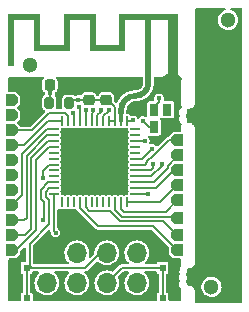
<source format=gbr>
%TF.GenerationSoftware,KiCad,Pcbnew,(5.99.0-10506-gb986797469)*%
%TF.CreationDate,2021-09-09T23:38:44+02:00*%
%TF.ProjectId,ESP31,45535033-312e-46b6-9963-61645f706362,rev?*%
%TF.SameCoordinates,Original*%
%TF.FileFunction,Copper,L1,Top*%
%TF.FilePolarity,Positive*%
%FSLAX46Y46*%
G04 Gerber Fmt 4.6, Leading zero omitted, Abs format (unit mm)*
G04 Created by KiCad (PCBNEW (5.99.0-10506-gb986797469)) date 2021-09-09 23:38:44*
%MOMM*%
%LPD*%
G01*
G04 APERTURE LIST*
G04 Aperture macros list*
%AMRoundRect*
0 Rectangle with rounded corners*
0 $1 Rounding radius*
0 $2 $3 $4 $5 $6 $7 $8 $9 X,Y pos of 4 corners*
0 Add a 4 corners polygon primitive as box body*
4,1,4,$2,$3,$4,$5,$6,$7,$8,$9,$2,$3,0*
0 Add four circle primitives for the rounded corners*
1,1,$1+$1,$2,$3*
1,1,$1+$1,$4,$5*
1,1,$1+$1,$6,$7*
1,1,$1+$1,$8,$9*
0 Add four rect primitives between the rounded corners*
20,1,$1+$1,$2,$3,$4,$5,0*
20,1,$1+$1,$4,$5,$6,$7,0*
20,1,$1+$1,$6,$7,$8,$9,0*
20,1,$1+$1,$8,$9,$2,$3,0*%
%AMOutline5P*
0 Free polygon, 5 corners , with rotation*
0 The origin of the aperture is its center*
0 number of corners: always 8*
0 $1 to $10 corner X, Y*
0 $11 Rotation angle, in degrees counterclockwise*
0 create outline with 8 corners*
4,1,5,$1,$2,$3,$4,$5,$6,$7,$8,$9,$10,$1,$2,$11*%
%AMOutline6P*
0 Free polygon, 6 corners , with rotation*
0 The origin of the aperture is its center*
0 number of corners: always 6*
0 $1 to $12 corner X, Y*
0 $13 Rotation angle, in degrees counterclockwise*
0 create outline with 6 corners*
4,1,6,$1,$2,$3,$4,$5,$6,$7,$8,$9,$10,$11,$12,$1,$2,$13*%
%AMOutline7P*
0 Free polygon, 7 corners , with rotation*
0 The origin of the aperture is its center*
0 number of corners: always 7*
0 $1 to $14 corner X, Y*
0 $15 Rotation angle, in degrees counterclockwise*
0 create outline with 7 corners*
4,1,7,$1,$2,$3,$4,$5,$6,$7,$8,$9,$10,$11,$12,$13,$14,$1,$2,$15*%
%AMOutline8P*
0 Free polygon, 8 corners , with rotation*
0 The origin of the aperture is its center*
0 number of corners: always 8*
0 $1 to $16 corner X, Y*
0 $17 Rotation angle, in degrees counterclockwise*
0 create outline with 8 corners*
4,1,8,$1,$2,$3,$4,$5,$6,$7,$8,$9,$10,$11,$12,$13,$14,$15,$16,$1,$2,$17*%
G04 Aperture macros list end*
%TA.AperFunction,WasherPad*%
%ADD10C,1.300000*%
%TD*%
%TA.AperFunction,ComponentPad*%
%ADD11Outline6P,0.250000X-0.500000X-0.500000X-0.500000X-0.500000X0.500000X0.250000X0.500000X0.500000X0.250000X0.500000X-0.250000X180.000000*%
%TD*%
%TA.AperFunction,ComponentPad*%
%ADD12Outline6P,0.250000X-0.500000X-0.500000X-0.500000X-0.500000X0.500000X0.250000X0.500000X0.500000X0.250000X0.500000X-0.250000X0.000000*%
%TD*%
%TA.AperFunction,SMDPad,CuDef*%
%ADD13RoundRect,0.225000X-0.225000X-0.250000X0.225000X-0.250000X0.225000X0.250000X-0.225000X0.250000X0*%
%TD*%
%TA.AperFunction,SMDPad,CuDef*%
%ADD14RoundRect,0.225000X-0.250000X0.225000X-0.250000X-0.225000X0.250000X-0.225000X0.250000X0.225000X0*%
%TD*%
%TA.AperFunction,SMDPad,CuDef*%
%ADD15RoundRect,0.062500X-0.062500X0.337500X-0.062500X-0.337500X0.062500X-0.337500X0.062500X0.337500X0*%
%TD*%
%TA.AperFunction,SMDPad,CuDef*%
%ADD16RoundRect,0.062500X-0.337500X0.062500X-0.337500X-0.062500X0.337500X-0.062500X0.337500X0.062500X0*%
%TD*%
%TA.AperFunction,SMDPad,CuDef*%
%ADD17R,5.300000X5.300000*%
%TD*%
%TA.AperFunction,ConnectorPad*%
%ADD18R,0.500000X0.500000*%
%TD*%
%TA.AperFunction,ComponentPad*%
%ADD19R,0.900000X0.500000*%
%TD*%
%TA.AperFunction,SMDPad,CuDef*%
%ADD20RoundRect,0.200000X0.200000X0.275000X-0.200000X0.275000X-0.200000X-0.275000X0.200000X-0.275000X0*%
%TD*%
%TA.AperFunction,SMDPad,CuDef*%
%ADD21R,0.600000X0.600000*%
%TD*%
%TA.AperFunction,SMDPad,CuDef*%
%ADD22R,0.800000X1.000000*%
%TD*%
%TA.AperFunction,ComponentPad*%
%ADD23R,1.700000X1.700000*%
%TD*%
%TA.AperFunction,ComponentPad*%
%ADD24O,1.700000X1.700000*%
%TD*%
%TA.AperFunction,ViaPad*%
%ADD25C,0.400000*%
%TD*%
%TA.AperFunction,Conductor*%
%ADD26C,0.250000*%
%TD*%
%TA.AperFunction,Conductor*%
%ADD27C,0.500000*%
%TD*%
%TA.AperFunction,Conductor*%
%ADD28C,0.350000*%
%TD*%
%TA.AperFunction,Conductor*%
%ADD29C,0.200000*%
%TD*%
G04 APERTURE END LIST*
%TO.C,AE1*%
G36*
X117700000Y-95875000D02*
G01*
X117700000Y-95616842D01*
X118001778Y-95616842D01*
X118008309Y-95666368D01*
X118028868Y-95711553D01*
X118062511Y-95746787D01*
X118081122Y-95757400D01*
X118126637Y-95770300D01*
X118175156Y-95771043D01*
X118217819Y-95758935D01*
X118225731Y-95754581D01*
X118263674Y-95721797D01*
X118287742Y-95679395D01*
X118297583Y-95631785D01*
X118292847Y-95583378D01*
X118273185Y-95538584D01*
X118238245Y-95501814D01*
X118205353Y-95484908D01*
X118157267Y-95477018D01*
X118107682Y-95483592D01*
X118062372Y-95503687D01*
X118027112Y-95536357D01*
X118010218Y-95568583D01*
X118001778Y-95616842D01*
X117700000Y-95616842D01*
X117700000Y-90975000D01*
X116300000Y-90975000D01*
X116300000Y-95875000D01*
X115800000Y-95875000D01*
X115800000Y-90975000D01*
X114100000Y-90975000D01*
X114100000Y-93615000D01*
X111100000Y-93615000D01*
X111100000Y-90975000D01*
X109400000Y-90975000D01*
X109400000Y-93615000D01*
X106400000Y-93615000D01*
X106400000Y-90975000D01*
X104700000Y-90975000D01*
X104700000Y-94915000D01*
X104200000Y-94915000D01*
X104200000Y-90475000D01*
X106900000Y-90475000D01*
X106900000Y-93115000D01*
X108900000Y-93115000D01*
X108900000Y-90475000D01*
X111600000Y-90475000D01*
X111600000Y-93115000D01*
X113600000Y-93115000D01*
X113600000Y-90475000D01*
X118600000Y-90475000D01*
X118600000Y-95875000D01*
X117700000Y-95875000D01*
G37*
%TD*%
D10*
%TO.P,,*%
%TO.N,*%
X122800000Y-91000000D03*
%TD*%
%TO.P,,*%
%TO.N,*%
X121400000Y-113600000D03*
%TD*%
%TO.P,REF\u002A\u002A,*%
%TO.N,*%
X106000000Y-94800000D03*
%TD*%
D11*
%TO.P,J10,1,Pin_1*%
%TO.N,/IO5*%
X118500000Y-107780000D03*
%TD*%
%TO.P,J15,1,Pin_1*%
%TO.N,/IO21*%
X118500000Y-101180000D03*
%TD*%
%TO.P,J12,1,Pin_1*%
%TO.N,/IO10*%
X118500000Y-109230000D03*
%TD*%
D12*
%TO.P,J23,1,Pin_1*%
%TO.N,/IO34*%
X104500000Y-102870000D03*
%TD*%
D11*
%TO.P,J14,1,Pin_1*%
%TO.N,/IO19*%
X118500000Y-103720000D03*
%TD*%
D13*
%TO.P,C1,1*%
%TO.N,/EN*%
X107725000Y-96500000D03*
%TO.P,C1,2*%
%TO.N,GND*%
X109275000Y-96500000D03*
%TD*%
D11*
%TO.P,J11,1,Pin_1*%
%TO.N,/IO9*%
X118500000Y-110500000D03*
%TD*%
%TO.P,J17,1,Pin_1*%
%TO.N,/IO23*%
X118500000Y-104990000D03*
%TD*%
D12*
%TO.P,J24,1,Pin_1*%
%TO.N,/IO35*%
X104500000Y-100330000D03*
%TD*%
%TO.P,J18,1,Pin_1*%
%TO.N,/IO25*%
X104500000Y-107950000D03*
%TD*%
D14*
%TO.P,C2,1*%
%TO.N,GND*%
X111000000Y-96225000D03*
%TO.P,C2,2*%
%TO.N,+3V3*%
X111000000Y-97775000D03*
%TD*%
%TO.P,C3,1*%
%TO.N,GND*%
X112500000Y-96225000D03*
%TO.P,C3,2*%
%TO.N,+3V3*%
X112500000Y-97775000D03*
%TD*%
D12*
%TO.P,J20,1,Pin_1*%
%TO.N,/IO27*%
X104500000Y-110490000D03*
%TD*%
%TO.P,J22,1,Pin_1*%
%TO.N,/IO33*%
X104500000Y-106680000D03*
%TD*%
%TO.P,J19,1,Pin_1*%
%TO.N,/IO26*%
X104500000Y-109220000D03*
%TD*%
D11*
%TO.P,J13,1,Pin_1*%
%TO.N,/IO18*%
X118500000Y-106260000D03*
%TD*%
D15*
%TO.P,U1,1,VDDA*%
%TO.N,+3V3*%
X114250000Y-99550000D03*
%TO.P,U1,2,LNA_IN*%
%TO.N,Net-(AE1-Pad1)*%
X113750000Y-99550000D03*
%TO.P,U1,3,VDDA3P3*%
%TO.N,+3V3*%
X113250000Y-99550000D03*
%TO.P,U1,4,VDDA3P3*%
X112750000Y-99550000D03*
%TO.P,U1,5,SENSOR_VP*%
%TO.N,/SENS_VP*%
X112250000Y-99550000D03*
%TO.P,U1,6,SENSOR_CAPP*%
%TO.N,/CAPP*%
X111750000Y-99550000D03*
%TO.P,U1,7,SENSOR_CAPN*%
%TO.N,/CAPN*%
X111250000Y-99550000D03*
%TO.P,U1,8,SENSOR_VN*%
%TO.N,/SENS_VN*%
X110750000Y-99550000D03*
%TO.P,U1,9,EN*%
%TO.N,/EN*%
X110250000Y-99550000D03*
%TO.P,U1,10,IO34*%
%TO.N,/IO34*%
X109750000Y-99550000D03*
%TO.P,U1,11,IO35*%
%TO.N,/IO35*%
X109250000Y-99550000D03*
%TO.P,U1,12,IO32*%
%TO.N,/IO32*%
X108750000Y-99550000D03*
D16*
%TO.P,U1,13,IO33*%
%TO.N,/IO33*%
X108050000Y-100250000D03*
%TO.P,U1,14,IO25*%
%TO.N,/IO25*%
X108050000Y-100750000D03*
%TO.P,U1,15,IO26*%
%TO.N,/IO26*%
X108050000Y-101250000D03*
%TO.P,U1,16,IO27*%
%TO.N,/IO27*%
X108050000Y-101750000D03*
%TO.P,U1,17,IO14*%
%TO.N,unconnected-(U1-Pad17)*%
X108050000Y-102250000D03*
%TO.P,U1,18,IO12*%
%TO.N,unconnected-(U1-Pad18)*%
X108050000Y-102750000D03*
%TO.P,U1,19,VDD3P3_RTC*%
%TO.N,+3V3*%
X108050000Y-103250000D03*
%TO.P,U1,20,IO13*%
%TO.N,unconnected-(U1-Pad20)*%
X108050000Y-103750000D03*
%TO.P,U1,21,IO15*%
%TO.N,unconnected-(U1-Pad21)*%
X108050000Y-104250000D03*
%TO.P,U1,22,IO2*%
%TO.N,/IO2*%
X108050000Y-104750000D03*
%TO.P,U1,23,IO0*%
%TO.N,/IO0*%
X108050000Y-105250000D03*
%TO.P,U1,24,IO4*%
%TO.N,/IO4*%
X108050000Y-105750000D03*
D15*
%TO.P,U1,25,IO16*%
%TO.N,unconnected-(U1-Pad25)*%
X108750000Y-106450000D03*
%TO.P,U1,26,VDD_SDIO*%
%TO.N,unconnected-(U1-Pad26)*%
X109250000Y-106450000D03*
%TO.P,U1,27,IO17*%
%TO.N,unconnected-(U1-Pad27)*%
X109750000Y-106450000D03*
%TO.P,U1,28,SD2/IO9*%
%TO.N,/IO9*%
X110250000Y-106450000D03*
%TO.P,U1,29,SD3/IO10*%
%TO.N,/IO10*%
X110750000Y-106450000D03*
%TO.P,U1,30,CMD*%
%TO.N,unconnected-(U1-Pad30)*%
X111250000Y-106450000D03*
%TO.P,U1,31,CLK*%
%TO.N,unconnected-(U1-Pad31)*%
X111750000Y-106450000D03*
%TO.P,U1,32,SD0*%
%TO.N,unconnected-(U1-Pad32)*%
X112250000Y-106450000D03*
%TO.P,U1,33,SD1*%
%TO.N,unconnected-(U1-Pad33)*%
X112750000Y-106450000D03*
%TO.P,U1,34,IO5*%
%TO.N,/IO5*%
X113250000Y-106450000D03*
%TO.P,U1,35,IO18*%
%TO.N,/IO18*%
X113750000Y-106450000D03*
%TO.P,U1,36,IO23*%
%TO.N,/IO23*%
X114250000Y-106450000D03*
D16*
%TO.P,U1,37,VDD3P3_CPU*%
%TO.N,+3V3*%
X114950000Y-105750000D03*
%TO.P,U1,38,IO19*%
%TO.N,/IO19*%
X114950000Y-105250000D03*
%TO.P,U1,39,IO22*%
%TO.N,/IO22*%
X114950000Y-104750000D03*
%TO.P,U1,40,U0RXD/IO3*%
%TO.N,/IO3*%
X114950000Y-104250000D03*
%TO.P,U1,41,U0TXD/IO1*%
%TO.N,/IO1*%
X114950000Y-103750000D03*
%TO.P,U1,42,IO21*%
%TO.N,/IO21*%
X114950000Y-103250000D03*
%TO.P,U1,43,VDDA*%
%TO.N,+3V3*%
X114950000Y-102750000D03*
%TO.P,U1,44,XTAL_N_NC*%
%TO.N,unconnected-(U1-Pad44)*%
X114950000Y-102250000D03*
%TO.P,U1,45,XTAL_P_NC*%
%TO.N,unconnected-(U1-Pad45)*%
X114950000Y-101750000D03*
%TO.P,U1,46,VDDA*%
%TO.N,+3V3*%
X114950000Y-101250000D03*
%TO.P,U1,47,CAP2_NC*%
%TO.N,unconnected-(U1-Pad47)*%
X114950000Y-100750000D03*
%TO.P,U1,48,CAP1_NC*%
%TO.N,unconnected-(U1-Pad48)*%
X114950000Y-100250000D03*
D17*
%TO.P,U1,49,GND*%
%TO.N,GND*%
X111500000Y-103000000D03*
%TD*%
D18*
%TO.P,AE1,1,A*%
%TO.N,Net-(AE1-Pad1)*%
X116050000Y-95625000D03*
D19*
%TO.P,AE1,2,Shield*%
%TO.N,GND*%
X118150000Y-95625000D03*
%TD*%
D12*
%TO.P,J5,1,Pin_1*%
%TO.N,/CAPN*%
X104500000Y-105410000D03*
%TD*%
%TO.P,J6,1,Pin_1*%
%TO.N,/SENS_VN*%
X104500000Y-104140000D03*
%TD*%
D11*
%TO.P,J16,1,Pin_1*%
%TO.N,/IO22*%
X118500000Y-102450000D03*
%TD*%
D20*
%TO.P,R1,1*%
%TO.N,+3V3*%
X109325000Y-98000000D03*
%TO.P,R1,2*%
%TO.N,/EN*%
X107675000Y-98000000D03*
%TD*%
D21*
%TO.P,SW1,1,1*%
%TO.N,GND*%
X118456000Y-111984000D03*
X118456000Y-114584000D03*
%TO.P,SW1,2,2*%
%TO.N,/EN*%
X117256000Y-114584000D03*
X117256000Y-111984000D03*
%TD*%
%TO.P,SW2,1,1*%
%TO.N,GND*%
X104556000Y-111984000D03*
X104556000Y-114584000D03*
%TO.P,SW2,2,2*%
%TO.N,/IO0*%
X105756000Y-114584000D03*
X105756000Y-111984000D03*
%TD*%
D12*
%TO.P,J3,1,Pin_1*%
%TO.N,/SENS_VP*%
X104500000Y-97790000D03*
%TD*%
%TO.P,J21,1,Pin_1*%
%TO.N,/IO32*%
X104500000Y-101600000D03*
%TD*%
D22*
%TO.P,D1,1,DOUT*%
%TO.N,unconnected-(D1-Pad1)*%
X117650000Y-98590000D03*
%TO.P,D1,2,VSS*%
%TO.N,GND*%
X117650000Y-100090000D03*
%TO.P,D1,3,DIN*%
%TO.N,/IO2*%
X116550000Y-100090000D03*
%TO.P,D1,4,VDD*%
%TO.N,+3V3*%
X116550000Y-98590000D03*
%TD*%
D12*
%TO.P,J4,1,Pin_1*%
%TO.N,/CAPP*%
X104500000Y-99060000D03*
%TD*%
D23*
%TO.P,J1,1,Pin_1*%
%TO.N,GND*%
X107460000Y-110725000D03*
D24*
%TO.P,J1,2,Pin_2*%
%TO.N,/IO1*%
X107460000Y-113265000D03*
%TO.P,J1,3,Pin_3*%
%TO.N,/IO2*%
X110000000Y-110725000D03*
%TO.P,J1,4,Pin_4*%
%TO.N,/IO4*%
X110000000Y-113265000D03*
%TO.P,J1,5,Pin_5*%
%TO.N,/IO0*%
X112540000Y-110725000D03*
%TO.P,J1,6,Pin_6*%
%TO.N,/EN*%
X112540000Y-113265000D03*
%TO.P,J1,7,Pin_7*%
%TO.N,/IO3*%
X115080000Y-110725000D03*
%TO.P,J1,8,Pin_8*%
%TO.N,+3V3*%
X115080000Y-113265000D03*
%TD*%
D25*
%TO.N,GND*%
X117350000Y-96150000D03*
X116130000Y-97680000D03*
X105200000Y-96200000D03*
X109100000Y-109150000D03*
X113900000Y-97100000D03*
X104550000Y-96200000D03*
X113550000Y-96200000D03*
X111840000Y-112000000D03*
X114850000Y-98150000D03*
X108580000Y-107330000D03*
X118500000Y-98500000D03*
X116530000Y-97200000D03*
X116750000Y-96050000D03*
X111500000Y-103000000D03*
X106650000Y-98200000D03*
X108508800Y-97256600D03*
X104500000Y-113750000D03*
X110500000Y-102000000D03*
X108740000Y-113670000D03*
X118500000Y-97750000D03*
X106050000Y-96200000D03*
X118500000Y-100000000D03*
X115350000Y-96050000D03*
X116750000Y-96600000D03*
X115150000Y-96600000D03*
X112500000Y-102000000D03*
X112500000Y-104000000D03*
X118500000Y-96250000D03*
X111750000Y-96200000D03*
X118500000Y-99250000D03*
X114503200Y-96800000D03*
X114400000Y-96200000D03*
X113374500Y-97587566D03*
X110150000Y-96200000D03*
X118500000Y-112750000D03*
X104500000Y-112750000D03*
X118500000Y-97000000D03*
X110500000Y-104000000D03*
X110810000Y-109140000D03*
X118500000Y-113750000D03*
X115450000Y-98050000D03*
X114450000Y-98700000D03*
%TO.N,/EN*%
X107725000Y-97227600D03*
X110162095Y-98373291D03*
%TO.N,+3V3*%
X110124000Y-97775000D03*
X114750000Y-99500000D03*
X116396800Y-101896800D03*
X115750000Y-101250000D03*
X107100000Y-104400000D03*
X116961978Y-97635519D03*
X116000000Y-105750000D03*
%TO.N,/IO1*%
X116464297Y-103214297D03*
%TO.N,/IO2*%
X107150980Y-107900000D03*
X115590000Y-99560000D03*
%TO.N,/IO4*%
X108200000Y-109000000D03*
%TO.N,/IO3*%
X117211935Y-103241894D03*
%TO.N,/SENS_VN*%
X110808929Y-98625870D03*
%TO.N,/SENS_VP*%
X112700500Y-98625000D03*
%TO.N,/CAPP*%
X112057502Y-98617052D03*
%TO.N,/CAPN*%
X111408098Y-98605879D03*
%TO.N,/IO34*%
X109668798Y-98858724D03*
%TD*%
D26*
%TO.N,GND*%
X118700000Y-95900000D02*
X118425000Y-95625000D01*
X118425000Y-95625000D02*
X118150000Y-95625000D01*
X118150000Y-95625000D02*
X118347200Y-95427800D01*
X118150000Y-95625000D02*
X117975000Y-95625000D01*
X118700000Y-96000000D02*
X118700000Y-95900000D01*
X117500000Y-95900000D02*
X117600000Y-96000000D01*
X118150000Y-95625000D02*
X118150000Y-95650000D01*
X117600000Y-96000000D02*
X118700000Y-96000000D01*
X117500000Y-95800000D02*
X117500000Y-95900000D01*
X118150000Y-95625000D02*
X118375000Y-95625000D01*
X118150000Y-95625000D02*
X117675000Y-95625000D01*
X117500000Y-95800000D02*
X117975000Y-95800000D01*
X117975000Y-95800000D02*
X118150000Y-95625000D01*
X117675000Y-95625000D02*
X117500000Y-95800000D01*
%TO.N,Net-(AE1-Pad1)*%
X114985800Y-97409000D02*
X115011948Y-97409000D01*
D27*
X116050000Y-96374625D02*
X116050000Y-95625000D01*
X113750000Y-98627249D02*
X113750000Y-98918822D01*
D26*
X114096800Y-97790000D02*
X114118589Y-97768211D01*
D28*
X113750000Y-99550000D02*
X113750000Y-98918822D01*
D27*
X115747800Y-97104200D02*
G75*
G02*
X115011948Y-97409000I-735848J735842D01*
G01*
X116049999Y-96374625D02*
G75*
G02*
X115747799Y-97104199I-1031767J-3D01*
G01*
X114985800Y-97409000D02*
G75*
G03*
X114118589Y-97768211I-1J-1226418D01*
G01*
X114096800Y-97790000D02*
G75*
G03*
X113750000Y-98627249I837188J-837224D01*
G01*
D29*
%TO.N,/EN*%
X110250000Y-98461196D02*
X110162095Y-98373291D01*
X113821000Y-111984000D02*
X112540000Y-113265000D01*
X110250000Y-99550000D02*
X110250000Y-98461196D01*
X107725000Y-96500000D02*
X107725000Y-97950000D01*
X117256000Y-111984000D02*
X113821000Y-111984000D01*
X117256000Y-114584000D02*
X117256000Y-111984000D01*
X110250000Y-99550000D02*
X110250000Y-98665365D01*
X107725000Y-97950000D02*
X107675000Y-98000000D01*
%TO.N,+3V3*%
X113200011Y-98385234D02*
X112589777Y-97775000D01*
X114250000Y-99550000D02*
X114700000Y-99550000D01*
X114950000Y-102750000D02*
X115543600Y-102750000D01*
X112750000Y-99550000D02*
X113250000Y-99550000D01*
X108050000Y-103250000D02*
X107630954Y-103250000D01*
X114700000Y-99550000D02*
X114750000Y-99500000D01*
X115543600Y-102750000D02*
X116396800Y-101896800D01*
X112500000Y-97775000D02*
X111000000Y-97775000D01*
X113200011Y-99500011D02*
X113200011Y-98385234D01*
X113250000Y-99550000D02*
X113200011Y-99500011D01*
X114950000Y-101250000D02*
X115750000Y-101250000D01*
X107630954Y-103250000D02*
X107100000Y-103780954D01*
X107100000Y-103780954D02*
X107100000Y-104400000D01*
X110124000Y-97775000D02*
X109550000Y-97775000D01*
X112589777Y-97775000D02*
X112500000Y-97775000D01*
X116550000Y-98590000D02*
X116550000Y-98370000D01*
X109550000Y-97775000D02*
X109325000Y-98000000D01*
X116550000Y-98590000D02*
X116550000Y-98440000D01*
X116961978Y-97958022D02*
X116961978Y-97635519D01*
X116550000Y-98370000D02*
X116961978Y-97958022D01*
X114950000Y-105750000D02*
X116000000Y-105750000D01*
X111000000Y-97775000D02*
X110124000Y-97775000D01*
%TO.N,/IO1*%
X116252491Y-103750000D02*
X114950000Y-103750000D01*
X116464297Y-103538194D02*
X116252491Y-103750000D01*
X116464297Y-103214297D02*
X116464297Y-103538194D01*
%TO.N,/IO2*%
X106950960Y-105364988D02*
X107565948Y-104750000D01*
X107200000Y-106384052D02*
X106950961Y-106135013D01*
X107565948Y-104750000D02*
X108050000Y-104750000D01*
X116120000Y-100090000D02*
X115590000Y-99560000D01*
X106950961Y-106135013D02*
X106950960Y-105364988D01*
X107150980Y-107900000D02*
X107200000Y-107850980D01*
X107200000Y-107850980D02*
X107200000Y-106384052D01*
X116550000Y-100090000D02*
X116120000Y-100090000D01*
%TO.N,/IO4*%
X108050000Y-108850000D02*
X108050000Y-105750000D01*
X108200000Y-109000000D02*
X108050000Y-108850000D01*
%TO.N,/IO0*%
X107350480Y-105969526D02*
X107650480Y-106269526D01*
X106184000Y-111984000D02*
X105756000Y-111984000D01*
X107650480Y-108295400D02*
X106000000Y-109945880D01*
X106000000Y-109945880D02*
X106000000Y-111800000D01*
X105756000Y-114584000D02*
X105756000Y-111984000D01*
X108050000Y-105250000D02*
X107630954Y-105250000D01*
X107650480Y-106269526D02*
X107650480Y-108295400D01*
X107630954Y-105250000D02*
X107350480Y-105530474D01*
X107350480Y-105530474D02*
X107350480Y-105969526D01*
X106000000Y-111800000D02*
X106184000Y-111984000D01*
X112540000Y-110725000D02*
X111985000Y-110725000D01*
X110726000Y-111984000D02*
X106184000Y-111984000D01*
X111985000Y-110725000D02*
X110726000Y-111984000D01*
%TO.N,/IO3*%
X117211935Y-103241894D02*
X117211935Y-103355562D01*
X116317497Y-104250000D02*
X114950000Y-104250000D01*
X117211935Y-103355562D02*
X116317497Y-104250000D01*
%TO.N,/SENS_VN*%
X110808929Y-98625870D02*
X110808929Y-98897645D01*
X110808929Y-98897645D02*
X110750000Y-98956574D01*
X110750000Y-98956574D02*
X110750000Y-99550000D01*
%TO.N,/SENS_VP*%
X112700500Y-98625000D02*
X112700500Y-98680454D01*
X112700500Y-98680454D02*
X112250000Y-99130954D01*
X112250000Y-99130954D02*
X112250000Y-99550000D01*
%TO.N,/CAPP*%
X111750000Y-99065948D02*
X111750000Y-99550000D01*
X112057502Y-98758446D02*
X111750000Y-99065948D01*
X112057502Y-98617052D02*
X112057502Y-98758446D01*
%TO.N,/CAPN*%
X111408098Y-98772132D02*
X111250000Y-98930230D01*
X111408098Y-98605879D02*
X111408098Y-98772132D01*
X111250000Y-98930230D02*
X111250000Y-99550000D01*
%TO.N,/IO5*%
X113250000Y-106450000D02*
X113250000Y-107065006D01*
X113250000Y-107065006D02*
X113834514Y-107649520D01*
X118369520Y-107649520D02*
X118500000Y-107780000D01*
X113834514Y-107649520D02*
X118369520Y-107649520D01*
%TO.N,/IO9*%
X110250000Y-106450000D02*
X110250000Y-106934052D01*
X110250000Y-106934052D02*
X111764508Y-108448560D01*
X111764508Y-108448560D02*
X116448560Y-108448560D01*
X116448560Y-108448560D02*
X118500000Y-110500000D01*
%TO.N,/IO10*%
X111030474Y-107149520D02*
X112769508Y-107149520D01*
X110750000Y-106450000D02*
X110750000Y-106869046D01*
X110750000Y-106869046D02*
X111030474Y-107149520D01*
X113669028Y-108049040D02*
X117319040Y-108049040D01*
X112769508Y-107149520D02*
X113669028Y-108049040D01*
X117319040Y-108049040D02*
X118500000Y-109230000D01*
%TO.N,/IO18*%
X114000000Y-107250000D02*
X117510000Y-107250000D01*
X113750000Y-106450000D02*
X113750000Y-107000000D01*
X117510000Y-107250000D02*
X118500000Y-106260000D01*
X113750000Y-107000000D02*
X114000000Y-107250000D01*
%TO.N,/IO19*%
X116735000Y-105250000D02*
X118265000Y-103720000D01*
X114950000Y-105250000D02*
X116735000Y-105250000D01*
X118265000Y-103720000D02*
X118500000Y-103720000D01*
%TO.N,/IO21*%
X115964786Y-103035214D02*
X115750000Y-103250000D01*
X117820000Y-101180000D02*
X116285214Y-102714786D01*
X115964786Y-102974531D02*
X115964786Y-103035214D01*
X116224531Y-102714786D02*
X115964786Y-102974531D01*
X115750000Y-103250000D02*
X114950000Y-103250000D01*
X116285214Y-102714786D02*
X116224531Y-102714786D01*
X118500000Y-101180000D02*
X117820000Y-101180000D01*
%TO.N,/IO22*%
X117700480Y-103345934D02*
X118500000Y-102546414D01*
X117700480Y-103549520D02*
X117700480Y-103345934D01*
X118500000Y-102546414D02*
X118500000Y-102450000D01*
X114950000Y-104750000D02*
X116500000Y-104750000D01*
X116500000Y-104750000D02*
X117700480Y-103549520D01*
%TO.N,/IO23*%
X117040000Y-106450000D02*
X118500000Y-104990000D01*
X114250000Y-106450000D02*
X117040000Y-106450000D01*
%TO.N,/IO25*%
X105752402Y-102498540D02*
X107500942Y-100750000D01*
X107500942Y-100750000D02*
X108050000Y-100750000D01*
X104500000Y-107950000D02*
X105550000Y-107950000D01*
X105752401Y-107747599D02*
X105752402Y-102498540D01*
X105550000Y-107950000D02*
X105752401Y-107747599D01*
%TO.N,/IO26*%
X107565948Y-101250000D02*
X106151921Y-102664027D01*
X105595868Y-109220000D02*
X106151921Y-108663947D01*
X104500000Y-109220000D02*
X105595868Y-109220000D01*
X106151921Y-108663947D02*
X106151921Y-107543796D01*
X106151921Y-102664027D02*
X106151921Y-107500000D01*
X108050000Y-101250000D02*
X107565948Y-101250000D01*
%TO.N,/IO27*%
X108050000Y-101750000D02*
X107630954Y-101750000D01*
X106551441Y-102829513D02*
X106551441Y-108829433D01*
X106551441Y-108829433D02*
X104890874Y-110490000D01*
X104890874Y-110490000D02*
X104500000Y-110490000D01*
X107630954Y-101750000D02*
X106551441Y-102829513D01*
%TO.N,/IO32*%
X107550000Y-99550000D02*
X105500000Y-101600000D01*
X105500000Y-101600000D02*
X104500000Y-101600000D01*
X108750000Y-99550000D02*
X107550000Y-99550000D01*
%TO.N,/IO33*%
X107435936Y-100250000D02*
X108050000Y-100250000D01*
X104500000Y-106680000D02*
X105352883Y-105827117D01*
X105352883Y-105827117D02*
X105352883Y-102333053D01*
X105352883Y-102333053D02*
X107435936Y-100250000D01*
%TO.N,/IO34*%
X109750000Y-98939926D02*
X109668798Y-98858724D01*
X109750000Y-99550000D02*
X109750000Y-98939926D01*
%TO.N,/IO35*%
X108969526Y-98850480D02*
X107684514Y-98850480D01*
X106204994Y-100330000D02*
X104500000Y-100330000D01*
X109250000Y-99550000D02*
X109250000Y-99130954D01*
X107684514Y-98850480D02*
X106204994Y-100330000D01*
X109250000Y-99130954D02*
X108969526Y-98850480D01*
%TD*%
%TA.AperFunction,Conductor*%
%TO.N,GND*%
G36*
X108504500Y-106981352D02*
G01*
X108584941Y-107035100D01*
X108662363Y-107050500D01*
X108837637Y-107050500D01*
X108915059Y-107035100D01*
X108944999Y-107015095D01*
X109003887Y-106998487D01*
X109055001Y-107015095D01*
X109084941Y-107035100D01*
X109162363Y-107050500D01*
X109337637Y-107050500D01*
X109415059Y-107035100D01*
X109444999Y-107015095D01*
X109503887Y-106998487D01*
X109555001Y-107015095D01*
X109584941Y-107035100D01*
X109662363Y-107050500D01*
X109837637Y-107050500D01*
X109883853Y-107041307D01*
X109944613Y-107048499D01*
X109989543Y-107090031D01*
X109992794Y-107096624D01*
X109993376Y-107097580D01*
X109996134Y-107104000D01*
X110001455Y-107110478D01*
X110004958Y-107113981D01*
X110018139Y-107130656D01*
X110018887Y-107131481D01*
X110023684Y-107139263D01*
X110030959Y-107144795D01*
X110030960Y-107144796D01*
X110045705Y-107156008D01*
X110055785Y-107164808D01*
X111515176Y-108624199D01*
X111517228Y-108626577D01*
X111519247Y-108630707D01*
X111525947Y-108636922D01*
X111551550Y-108660672D01*
X111554226Y-108663249D01*
X111571006Y-108680029D01*
X111574763Y-108682607D01*
X111576848Y-108684339D01*
X111580902Y-108687900D01*
X111594560Y-108700570D01*
X111594563Y-108700572D01*
X111601263Y-108706787D01*
X111609754Y-108710175D01*
X111609755Y-108710175D01*
X111611947Y-108711050D01*
X111631258Y-108721362D01*
X111633197Y-108722692D01*
X111640738Y-108727865D01*
X111649632Y-108729976D01*
X111649633Y-108729976D01*
X111666628Y-108734009D01*
X111680457Y-108738383D01*
X111698679Y-108745653D01*
X111698681Y-108745653D01*
X111705169Y-108748242D01*
X111713512Y-108749060D01*
X111718462Y-108749060D01*
X111739581Y-108751531D01*
X111740691Y-108751585D01*
X111749585Y-108753696D01*
X111770983Y-108750784D01*
X111777008Y-108749964D01*
X111790358Y-108749060D01*
X116283081Y-108749060D01*
X116341272Y-108767967D01*
X116353085Y-108778056D01*
X117770504Y-110195475D01*
X117798281Y-110249992D01*
X117799500Y-110265479D01*
X117799500Y-110833050D01*
X118166950Y-111200500D01*
X118701000Y-111200500D01*
X118759191Y-111219407D01*
X118795155Y-111268907D01*
X118800000Y-111299500D01*
X118800000Y-111446418D01*
X118798228Y-111465063D01*
X118794329Y-111485395D01*
X118795196Y-111509107D01*
X118796157Y-111535375D01*
X118793067Y-111535488D01*
X118793232Y-111537213D01*
X118795457Y-111537080D01*
X118795457Y-111537082D01*
X118797360Y-111569002D01*
X118797466Y-111571202D01*
X118798553Y-111600909D01*
X118799467Y-111604335D01*
X118799689Y-111608052D01*
X118801265Y-111613421D01*
X118801266Y-111613424D01*
X118807806Y-111635697D01*
X118808467Y-111638057D01*
X118816842Y-111669434D01*
X118813845Y-111670234D01*
X118814175Y-111672146D01*
X118818164Y-111670974D01*
X118818165Y-111670975D01*
X118834816Y-111727683D01*
X118835009Y-111728619D01*
X118834443Y-111734073D01*
X118845714Y-111765419D01*
X118847537Y-111771008D01*
X118852389Y-111787533D01*
X118851154Y-111787896D01*
X118855744Y-111842741D01*
X118824034Y-111895068D01*
X118813070Y-111903275D01*
X118760744Y-111937061D01*
X118688473Y-112028737D01*
X118685763Y-112036455D01*
X118685761Y-112036458D01*
X118654424Y-112125695D01*
X118649794Y-112138879D01*
X118649656Y-112156484D01*
X118649059Y-112232488D01*
X118648877Y-112255612D01*
X118685821Y-112366349D01*
X118690785Y-112372854D01*
X118690786Y-112372855D01*
X118742284Y-112440333D01*
X118762558Y-112498062D01*
X118741332Y-112561685D01*
X118688473Y-112628737D01*
X118685763Y-112636455D01*
X118685761Y-112636458D01*
X118652505Y-112731159D01*
X118649794Y-112738879D01*
X118648877Y-112855612D01*
X118685821Y-112966349D01*
X118690785Y-112972854D01*
X118690786Y-112972855D01*
X118742284Y-113040333D01*
X118762558Y-113098062D01*
X118741332Y-113161685D01*
X118688473Y-113228737D01*
X118685763Y-113236455D01*
X118685761Y-113236458D01*
X118652505Y-113331159D01*
X118649794Y-113338879D01*
X118648877Y-113455612D01*
X118685821Y-113566349D01*
X118756644Y-113659148D01*
X118789292Y-113680963D01*
X118827171Y-113729013D01*
X118829280Y-113791168D01*
X118818219Y-113828840D01*
X118815264Y-113827972D01*
X118814873Y-113829664D01*
X118817014Y-113830239D01*
X118808707Y-113861145D01*
X118808093Y-113863327D01*
X118799744Y-113891763D01*
X118799527Y-113895303D01*
X118798560Y-113898899D01*
X118798355Y-113904498D01*
X118798355Y-113904500D01*
X118797507Y-113927699D01*
X118797388Y-113930137D01*
X118795397Y-113962555D01*
X118792301Y-113962365D01*
X118792008Y-113964283D01*
X118796164Y-113964435D01*
X118794336Y-114014413D01*
X118795372Y-114019865D01*
X118798261Y-114035074D01*
X118800000Y-114053551D01*
X118800000Y-114701000D01*
X118781093Y-114759191D01*
X118731593Y-114795155D01*
X118701000Y-114800000D01*
X117860500Y-114800000D01*
X117802309Y-114781093D01*
X117766345Y-114731593D01*
X117761500Y-114701000D01*
X117761500Y-114284000D01*
X117752787Y-114240200D01*
X117747760Y-114214924D01*
X117747759Y-114214922D01*
X117745857Y-114205359D01*
X117715189Y-114159461D01*
X117706729Y-114146800D01*
X117701310Y-114138690D01*
X117634641Y-114094143D01*
X117625075Y-114092240D01*
X117617613Y-114089149D01*
X117571088Y-114049411D01*
X117556500Y-113997685D01*
X117556500Y-112570315D01*
X117575407Y-112512124D01*
X117617613Y-112478851D01*
X117625075Y-112475760D01*
X117634641Y-112473857D01*
X117701310Y-112429310D01*
X117745857Y-112362641D01*
X117747794Y-112352907D01*
X117757190Y-112305668D01*
X117761500Y-112284000D01*
X117761500Y-111684000D01*
X117749212Y-111622226D01*
X117747760Y-111614924D01*
X117747759Y-111614922D01*
X117745857Y-111605359D01*
X117701310Y-111538690D01*
X117634641Y-111494143D01*
X117625078Y-111492241D01*
X117625076Y-111492240D01*
X117599800Y-111487213D01*
X117556000Y-111478500D01*
X116956000Y-111478500D01*
X116912200Y-111487213D01*
X116886924Y-111492240D01*
X116886922Y-111492241D01*
X116877359Y-111494143D01*
X116810690Y-111538690D01*
X116766143Y-111605359D01*
X116764240Y-111614924D01*
X116761149Y-111622387D01*
X116721411Y-111668912D01*
X116669685Y-111683500D01*
X115846926Y-111683500D01*
X115788735Y-111664593D01*
X115752771Y-111615093D01*
X115752771Y-111553907D01*
X115785976Y-111506487D01*
X115804072Y-111492349D01*
X115804076Y-111492345D01*
X115807893Y-111489363D01*
X115811055Y-111485700D01*
X115811060Y-111485695D01*
X115939332Y-111337089D01*
X115942496Y-111333424D01*
X115965766Y-111292463D01*
X116041858Y-111158517D01*
X116041859Y-111158514D01*
X116044247Y-111154311D01*
X116053721Y-111125833D01*
X116107743Y-110963435D01*
X116107743Y-110963433D01*
X116109270Y-110958844D01*
X116114154Y-110920187D01*
X116134740Y-110757225D01*
X116135088Y-110754471D01*
X116135184Y-110747648D01*
X116135461Y-110727776D01*
X116135500Y-110725000D01*
X116122083Y-110588162D01*
X116115870Y-110524796D01*
X116115869Y-110524792D01*
X116115398Y-110519986D01*
X116112493Y-110510362D01*
X116057256Y-110327412D01*
X116055858Y-110322780D01*
X115959148Y-110140895D01*
X115828952Y-109981259D01*
X115670228Y-109849951D01*
X115561051Y-109790918D01*
X115493277Y-109754273D01*
X115493276Y-109754272D01*
X115489023Y-109751973D01*
X115425952Y-109732449D01*
X115296859Y-109692488D01*
X115296855Y-109692487D01*
X115292238Y-109691058D01*
X115287431Y-109690553D01*
X115287427Y-109690552D01*
X115092185Y-109670032D01*
X115092183Y-109670032D01*
X115087369Y-109669526D01*
X115019372Y-109675714D01*
X114887039Y-109687757D01*
X114887036Y-109687758D01*
X114882219Y-109688196D01*
X114877577Y-109689562D01*
X114877573Y-109689563D01*
X114689250Y-109744989D01*
X114689247Y-109744990D01*
X114684603Y-109746357D01*
X114644593Y-109767274D01*
X114506344Y-109839548D01*
X114506340Y-109839551D01*
X114502047Y-109841795D01*
X114498271Y-109844831D01*
X114498268Y-109844833D01*
X114491903Y-109849951D01*
X114341505Y-109970874D01*
X114329643Y-109985011D01*
X114212202Y-110124971D01*
X114212199Y-110124975D01*
X114209093Y-110128677D01*
X114109853Y-110309194D01*
X114108389Y-110313808D01*
X114108388Y-110313811D01*
X114052401Y-110490305D01*
X114047565Y-110505549D01*
X114047025Y-110510361D01*
X114047025Y-110510362D01*
X114031772Y-110646353D01*
X114024603Y-110710263D01*
X114041840Y-110915538D01*
X114043173Y-110920186D01*
X114043173Y-110920187D01*
X114089736Y-111082568D01*
X114098621Y-111113555D01*
X114192782Y-111296773D01*
X114320737Y-111458212D01*
X114380542Y-111509110D01*
X114412600Y-111561221D01*
X114407906Y-111622226D01*
X114368251Y-111668821D01*
X114316376Y-111683500D01*
X113873109Y-111683500D01*
X113869977Y-111683270D01*
X113865629Y-111681777D01*
X113856493Y-111682120D01*
X113821600Y-111683430D01*
X113817886Y-111683500D01*
X113794154Y-111683500D01*
X113789670Y-111684335D01*
X113786996Y-111684582D01*
X113781611Y-111684931D01*
X113762971Y-111685631D01*
X113762970Y-111685631D01*
X113753838Y-111685974D01*
X113745443Y-111689580D01*
X113745441Y-111689581D01*
X113743270Y-111690514D01*
X113722326Y-111696877D01*
X113720832Y-111697156D01*
X113720008Y-111697309D01*
X113720007Y-111697309D01*
X113711021Y-111698983D01*
X113703239Y-111703780D01*
X113703236Y-111703781D01*
X113688364Y-111712948D01*
X113675501Y-111719630D01*
X113651052Y-111730134D01*
X113644574Y-111735454D01*
X113641069Y-111738959D01*
X113624404Y-111752131D01*
X113623568Y-111752889D01*
X113615789Y-111757684D01*
X113610257Y-111764959D01*
X113610256Y-111764960D01*
X113599047Y-111779701D01*
X113590247Y-111789781D01*
X113091442Y-112288586D01*
X113036925Y-112316363D01*
X112974352Y-112305668D01*
X112953277Y-112294273D01*
X112953276Y-112294272D01*
X112949023Y-112291973D01*
X112843530Y-112259317D01*
X112756859Y-112232488D01*
X112756855Y-112232487D01*
X112752238Y-112231058D01*
X112747431Y-112230553D01*
X112747427Y-112230552D01*
X112552185Y-112210032D01*
X112552183Y-112210032D01*
X112547369Y-112209526D01*
X112479372Y-112215714D01*
X112347039Y-112227757D01*
X112347036Y-112227758D01*
X112342219Y-112228196D01*
X112337577Y-112229562D01*
X112337573Y-112229563D01*
X112149250Y-112284989D01*
X112149247Y-112284990D01*
X112144603Y-112286357D01*
X112104593Y-112307274D01*
X111966344Y-112379548D01*
X111966340Y-112379551D01*
X111962047Y-112381795D01*
X111958271Y-112384831D01*
X111958268Y-112384833D01*
X111828212Y-112489401D01*
X111801505Y-112510874D01*
X111728736Y-112597597D01*
X111672202Y-112664971D01*
X111672199Y-112664975D01*
X111669093Y-112668677D01*
X111569853Y-112849194D01*
X111507565Y-113045549D01*
X111507025Y-113050361D01*
X111507025Y-113050362D01*
X111501136Y-113102870D01*
X111484603Y-113250263D01*
X111488548Y-113297240D01*
X111500809Y-113443257D01*
X111501840Y-113455538D01*
X111503173Y-113460186D01*
X111503173Y-113460187D01*
X111526536Y-113541661D01*
X111558621Y-113653555D01*
X111652782Y-113836773D01*
X111780737Y-113998212D01*
X111784417Y-114001344D01*
X111784419Y-114001346D01*
X111845760Y-114053551D01*
X111937612Y-114131723D01*
X111941835Y-114134083D01*
X111941839Y-114134086D01*
X111987243Y-114159461D01*
X112117432Y-114232221D01*
X112122030Y-114233715D01*
X112308742Y-114294382D01*
X112308745Y-114294383D01*
X112313347Y-114295878D01*
X112517895Y-114320269D01*
X112522717Y-114319898D01*
X112522720Y-114319898D01*
X112718458Y-114304837D01*
X112718463Y-114304836D01*
X112723286Y-114304465D01*
X112921695Y-114249068D01*
X112952089Y-114233715D01*
X113101244Y-114158371D01*
X113101246Y-114158370D01*
X113105565Y-114156188D01*
X113267893Y-114029363D01*
X113271055Y-114025700D01*
X113271060Y-114025695D01*
X113380341Y-113899091D01*
X113402496Y-113873424D01*
X113409472Y-113861145D01*
X113501858Y-113698517D01*
X113501859Y-113698514D01*
X113504247Y-113694311D01*
X113508688Y-113680963D01*
X113567743Y-113503435D01*
X113567743Y-113503433D01*
X113569270Y-113498844D01*
X113570133Y-113492018D01*
X113591763Y-113320792D01*
X113595088Y-113294471D01*
X113595131Y-113291440D01*
X113595461Y-113267776D01*
X113595500Y-113265000D01*
X113593584Y-113245455D01*
X113575870Y-113064796D01*
X113575869Y-113064792D01*
X113575398Y-113059986D01*
X113572493Y-113050362D01*
X113517256Y-112867411D01*
X113515858Y-112862780D01*
X113498643Y-112830403D01*
X113488017Y-112770148D01*
X113516050Y-112713921D01*
X113916475Y-112313496D01*
X113970992Y-112285719D01*
X113986479Y-112284500D01*
X114341932Y-112284500D01*
X114400123Y-112303407D01*
X114436087Y-112352907D01*
X114436087Y-112414093D01*
X114403966Y-112460654D01*
X114341505Y-112510874D01*
X114268736Y-112597597D01*
X114212202Y-112664971D01*
X114212199Y-112664975D01*
X114209093Y-112668677D01*
X114109853Y-112849194D01*
X114047565Y-113045549D01*
X114047025Y-113050361D01*
X114047025Y-113050362D01*
X114041136Y-113102870D01*
X114024603Y-113250263D01*
X114028548Y-113297240D01*
X114040809Y-113443257D01*
X114041840Y-113455538D01*
X114043173Y-113460186D01*
X114043173Y-113460187D01*
X114066536Y-113541661D01*
X114098621Y-113653555D01*
X114192782Y-113836773D01*
X114320737Y-113998212D01*
X114324417Y-114001344D01*
X114324419Y-114001346D01*
X114385760Y-114053551D01*
X114477612Y-114131723D01*
X114481835Y-114134083D01*
X114481839Y-114134086D01*
X114527243Y-114159461D01*
X114657432Y-114232221D01*
X114662030Y-114233715D01*
X114848742Y-114294382D01*
X114848745Y-114294383D01*
X114853347Y-114295878D01*
X115057895Y-114320269D01*
X115062717Y-114319898D01*
X115062720Y-114319898D01*
X115258458Y-114304837D01*
X115258463Y-114304836D01*
X115263286Y-114304465D01*
X115461695Y-114249068D01*
X115492089Y-114233715D01*
X115641244Y-114158371D01*
X115641246Y-114158370D01*
X115645565Y-114156188D01*
X115807893Y-114029363D01*
X115811055Y-114025700D01*
X115811060Y-114025695D01*
X115920341Y-113899091D01*
X115942496Y-113873424D01*
X115949472Y-113861145D01*
X116041858Y-113698517D01*
X116041859Y-113698514D01*
X116044247Y-113694311D01*
X116048688Y-113680963D01*
X116107743Y-113503435D01*
X116107743Y-113503433D01*
X116109270Y-113498844D01*
X116110133Y-113492018D01*
X116131763Y-113320792D01*
X116135088Y-113294471D01*
X116135131Y-113291440D01*
X116135461Y-113267776D01*
X116135500Y-113265000D01*
X116133584Y-113245455D01*
X116115870Y-113064796D01*
X116115869Y-113064792D01*
X116115398Y-113059986D01*
X116112493Y-113050362D01*
X116057256Y-112867412D01*
X116057256Y-112867411D01*
X116055858Y-112862780D01*
X115959148Y-112680895D01*
X115828952Y-112521259D01*
X115803447Y-112500159D01*
X115754638Y-112459781D01*
X115721853Y-112408120D01*
X115725695Y-112347056D01*
X115764696Y-112299911D01*
X115817743Y-112284500D01*
X116669685Y-112284500D01*
X116727876Y-112303407D01*
X116761149Y-112345613D01*
X116764240Y-112353075D01*
X116766143Y-112362641D01*
X116810690Y-112429310D01*
X116877359Y-112473857D01*
X116886925Y-112475760D01*
X116894387Y-112478851D01*
X116940912Y-112518589D01*
X116955500Y-112570315D01*
X116955500Y-113997685D01*
X116936593Y-114055876D01*
X116894387Y-114089149D01*
X116886925Y-114092240D01*
X116877359Y-114094143D01*
X116810690Y-114138690D01*
X116805271Y-114146800D01*
X116796811Y-114159461D01*
X116766143Y-114205359D01*
X116764241Y-114214922D01*
X116764240Y-114214924D01*
X116759213Y-114240200D01*
X116750500Y-114284000D01*
X116750500Y-114701000D01*
X116731593Y-114759191D01*
X116682093Y-114795155D01*
X116651500Y-114800000D01*
X106360500Y-114800000D01*
X106302309Y-114781093D01*
X106266345Y-114731593D01*
X106261500Y-114701000D01*
X106261500Y-114284000D01*
X106252787Y-114240200D01*
X106247760Y-114214924D01*
X106247759Y-114214922D01*
X106245857Y-114205359D01*
X106215189Y-114159461D01*
X106206729Y-114146800D01*
X106201310Y-114138690D01*
X106134641Y-114094143D01*
X106125075Y-114092240D01*
X106117613Y-114089149D01*
X106071088Y-114049411D01*
X106056500Y-113997685D01*
X106056500Y-112570315D01*
X106075407Y-112512124D01*
X106117613Y-112478851D01*
X106125075Y-112475760D01*
X106134641Y-112473857D01*
X106201310Y-112429310D01*
X106245857Y-112362641D01*
X106247760Y-112353075D01*
X106250851Y-112345613D01*
X106290589Y-112299088D01*
X106342315Y-112284500D01*
X106721932Y-112284500D01*
X106780123Y-112303407D01*
X106816087Y-112352907D01*
X106816087Y-112414093D01*
X106783966Y-112460654D01*
X106721505Y-112510874D01*
X106648736Y-112597597D01*
X106592202Y-112664971D01*
X106592199Y-112664975D01*
X106589093Y-112668677D01*
X106489853Y-112849194D01*
X106427565Y-113045549D01*
X106427025Y-113050361D01*
X106427025Y-113050362D01*
X106421136Y-113102870D01*
X106404603Y-113250263D01*
X106408548Y-113297240D01*
X106420809Y-113443257D01*
X106421840Y-113455538D01*
X106423173Y-113460186D01*
X106423173Y-113460187D01*
X106446536Y-113541661D01*
X106478621Y-113653555D01*
X106572782Y-113836773D01*
X106700737Y-113998212D01*
X106704417Y-114001344D01*
X106704419Y-114001346D01*
X106765760Y-114053551D01*
X106857612Y-114131723D01*
X106861835Y-114134083D01*
X106861839Y-114134086D01*
X106907243Y-114159461D01*
X107037432Y-114232221D01*
X107042030Y-114233715D01*
X107228742Y-114294382D01*
X107228745Y-114294383D01*
X107233347Y-114295878D01*
X107437895Y-114320269D01*
X107442717Y-114319898D01*
X107442720Y-114319898D01*
X107638458Y-114304837D01*
X107638463Y-114304836D01*
X107643286Y-114304465D01*
X107841695Y-114249068D01*
X107872089Y-114233715D01*
X108021244Y-114158371D01*
X108021246Y-114158370D01*
X108025565Y-114156188D01*
X108187893Y-114029363D01*
X108191055Y-114025700D01*
X108191060Y-114025695D01*
X108300341Y-113899091D01*
X108322496Y-113873424D01*
X108329472Y-113861145D01*
X108421858Y-113698517D01*
X108421859Y-113698514D01*
X108424247Y-113694311D01*
X108428688Y-113680963D01*
X108487743Y-113503435D01*
X108487743Y-113503433D01*
X108489270Y-113498844D01*
X108490133Y-113492018D01*
X108511763Y-113320792D01*
X108515088Y-113294471D01*
X108515131Y-113291440D01*
X108515461Y-113267776D01*
X108515500Y-113265000D01*
X108513584Y-113245455D01*
X108495870Y-113064796D01*
X108495869Y-113064792D01*
X108495398Y-113059986D01*
X108492493Y-113050362D01*
X108437256Y-112867412D01*
X108437256Y-112867411D01*
X108435858Y-112862780D01*
X108339148Y-112680895D01*
X108208952Y-112521259D01*
X108183447Y-112500159D01*
X108134638Y-112459781D01*
X108101853Y-112408120D01*
X108105695Y-112347056D01*
X108144696Y-112299911D01*
X108197743Y-112284500D01*
X109261932Y-112284500D01*
X109320123Y-112303407D01*
X109356087Y-112352907D01*
X109356087Y-112414093D01*
X109323966Y-112460654D01*
X109261505Y-112510874D01*
X109188736Y-112597597D01*
X109132202Y-112664971D01*
X109132199Y-112664975D01*
X109129093Y-112668677D01*
X109029853Y-112849194D01*
X108967565Y-113045549D01*
X108967025Y-113050361D01*
X108967025Y-113050362D01*
X108961136Y-113102870D01*
X108944603Y-113250263D01*
X108948548Y-113297240D01*
X108960809Y-113443257D01*
X108961840Y-113455538D01*
X108963173Y-113460186D01*
X108963173Y-113460187D01*
X108986536Y-113541661D01*
X109018621Y-113653555D01*
X109112782Y-113836773D01*
X109240737Y-113998212D01*
X109244417Y-114001344D01*
X109244419Y-114001346D01*
X109305760Y-114053551D01*
X109397612Y-114131723D01*
X109401835Y-114134083D01*
X109401839Y-114134086D01*
X109447243Y-114159461D01*
X109577432Y-114232221D01*
X109582030Y-114233715D01*
X109768742Y-114294382D01*
X109768745Y-114294383D01*
X109773347Y-114295878D01*
X109977895Y-114320269D01*
X109982717Y-114319898D01*
X109982720Y-114319898D01*
X110178458Y-114304837D01*
X110178463Y-114304836D01*
X110183286Y-114304465D01*
X110381695Y-114249068D01*
X110412089Y-114233715D01*
X110561244Y-114158371D01*
X110561246Y-114158370D01*
X110565565Y-114156188D01*
X110727893Y-114029363D01*
X110731055Y-114025700D01*
X110731060Y-114025695D01*
X110840341Y-113899091D01*
X110862496Y-113873424D01*
X110869472Y-113861145D01*
X110961858Y-113698517D01*
X110961859Y-113698514D01*
X110964247Y-113694311D01*
X110968688Y-113680963D01*
X111027743Y-113503435D01*
X111027743Y-113503433D01*
X111029270Y-113498844D01*
X111030133Y-113492018D01*
X111051763Y-113320792D01*
X111055088Y-113294471D01*
X111055131Y-113291440D01*
X111055461Y-113267776D01*
X111055500Y-113265000D01*
X111053584Y-113245455D01*
X111035870Y-113064796D01*
X111035869Y-113064792D01*
X111035398Y-113059986D01*
X111032493Y-113050362D01*
X110977256Y-112867412D01*
X110977256Y-112867411D01*
X110975858Y-112862780D01*
X110879148Y-112680895D01*
X110748952Y-112521259D01*
X110723447Y-112500159D01*
X110674638Y-112459781D01*
X110641853Y-112408120D01*
X110645695Y-112347056D01*
X110684696Y-112299911D01*
X110737743Y-112284500D01*
X110752846Y-112284500D01*
X110757330Y-112283665D01*
X110760004Y-112283418D01*
X110765389Y-112283069D01*
X110784029Y-112282369D01*
X110784030Y-112282369D01*
X110793162Y-112282026D01*
X110801557Y-112278420D01*
X110801559Y-112278419D01*
X110803730Y-112277486D01*
X110824674Y-112271123D01*
X110826168Y-112270844D01*
X110826992Y-112270691D01*
X110826993Y-112270691D01*
X110835979Y-112269017D01*
X110843761Y-112264220D01*
X110843764Y-112264219D01*
X110858636Y-112255052D01*
X110871499Y-112248370D01*
X110895948Y-112237866D01*
X110902426Y-112232545D01*
X110905929Y-112229042D01*
X110922604Y-112215861D01*
X110923429Y-112215113D01*
X110931211Y-112210316D01*
X110937041Y-112202650D01*
X110947956Y-112188295D01*
X110956756Y-112178215D01*
X111659968Y-111475004D01*
X111714485Y-111447227D01*
X111774917Y-111456798D01*
X111794136Y-111469616D01*
X111933924Y-111588585D01*
X111933929Y-111588588D01*
X111937612Y-111591723D01*
X111941835Y-111594083D01*
X111941839Y-111594086D01*
X111993058Y-111622711D01*
X112117432Y-111692221D01*
X112122030Y-111693715D01*
X112308742Y-111754382D01*
X112308745Y-111754383D01*
X112313347Y-111755878D01*
X112517895Y-111780269D01*
X112522717Y-111779898D01*
X112522720Y-111779898D01*
X112718458Y-111764837D01*
X112718463Y-111764836D01*
X112723286Y-111764465D01*
X112921695Y-111709068D01*
X112926013Y-111706887D01*
X113101244Y-111618371D01*
X113101246Y-111618370D01*
X113105565Y-111616188D01*
X113267893Y-111489363D01*
X113271055Y-111485700D01*
X113271060Y-111485695D01*
X113399332Y-111337089D01*
X113402496Y-111333424D01*
X113425766Y-111292463D01*
X113501858Y-111158517D01*
X113501859Y-111158514D01*
X113504247Y-111154311D01*
X113513721Y-111125833D01*
X113567743Y-110963435D01*
X113567743Y-110963433D01*
X113569270Y-110958844D01*
X113574154Y-110920187D01*
X113594740Y-110757225D01*
X113595088Y-110754471D01*
X113595184Y-110747648D01*
X113595461Y-110727776D01*
X113595500Y-110725000D01*
X113582083Y-110588162D01*
X113575870Y-110524796D01*
X113575869Y-110524792D01*
X113575398Y-110519986D01*
X113572493Y-110510362D01*
X113517256Y-110327412D01*
X113515858Y-110322780D01*
X113419148Y-110140895D01*
X113288952Y-109981259D01*
X113130228Y-109849951D01*
X113021051Y-109790918D01*
X112953277Y-109754273D01*
X112953276Y-109754272D01*
X112949023Y-109751973D01*
X112885952Y-109732449D01*
X112756859Y-109692488D01*
X112756855Y-109692487D01*
X112752238Y-109691058D01*
X112747431Y-109690553D01*
X112747427Y-109690552D01*
X112552185Y-109670032D01*
X112552183Y-109670032D01*
X112547369Y-109669526D01*
X112479372Y-109675714D01*
X112347039Y-109687757D01*
X112347036Y-109687758D01*
X112342219Y-109688196D01*
X112337577Y-109689562D01*
X112337573Y-109689563D01*
X112149250Y-109744989D01*
X112149247Y-109744990D01*
X112144603Y-109746357D01*
X112104593Y-109767274D01*
X111966344Y-109839548D01*
X111966340Y-109839551D01*
X111962047Y-109841795D01*
X111958271Y-109844831D01*
X111958268Y-109844833D01*
X111951903Y-109849951D01*
X111801505Y-109970874D01*
X111789643Y-109985011D01*
X111672202Y-110124971D01*
X111672199Y-110124975D01*
X111669093Y-110128677D01*
X111569853Y-110309194D01*
X111568389Y-110313808D01*
X111568388Y-110313811D01*
X111512401Y-110490305D01*
X111507565Y-110505549D01*
X111507025Y-110510361D01*
X111507025Y-110510362D01*
X111491772Y-110646353D01*
X111484603Y-110710263D01*
X111485008Y-110715083D01*
X111485008Y-110715084D01*
X111487742Y-110747648D01*
X111473770Y-110807217D01*
X111459093Y-110825936D01*
X111177402Y-111107627D01*
X111122885Y-111135404D01*
X111062453Y-111125833D01*
X111019188Y-111082568D01*
X111009617Y-111022136D01*
X111013459Y-111006374D01*
X111027743Y-110963435D01*
X111027743Y-110963433D01*
X111029270Y-110958844D01*
X111034154Y-110920187D01*
X111054740Y-110757225D01*
X111055088Y-110754471D01*
X111055184Y-110747648D01*
X111055461Y-110727776D01*
X111055500Y-110725000D01*
X111042083Y-110588162D01*
X111035870Y-110524796D01*
X111035869Y-110524792D01*
X111035398Y-110519986D01*
X111032493Y-110510362D01*
X110977256Y-110327412D01*
X110975858Y-110322780D01*
X110879148Y-110140895D01*
X110748952Y-109981259D01*
X110590228Y-109849951D01*
X110481051Y-109790918D01*
X110413277Y-109754273D01*
X110413276Y-109754272D01*
X110409023Y-109751973D01*
X110345952Y-109732449D01*
X110216859Y-109692488D01*
X110216855Y-109692487D01*
X110212238Y-109691058D01*
X110207431Y-109690553D01*
X110207427Y-109690552D01*
X110012185Y-109670032D01*
X110012183Y-109670032D01*
X110007369Y-109669526D01*
X109939372Y-109675714D01*
X109807039Y-109687757D01*
X109807036Y-109687758D01*
X109802219Y-109688196D01*
X109797577Y-109689562D01*
X109797573Y-109689563D01*
X109609250Y-109744989D01*
X109609247Y-109744990D01*
X109604603Y-109746357D01*
X109564593Y-109767274D01*
X109426344Y-109839548D01*
X109426340Y-109839551D01*
X109422047Y-109841795D01*
X109418271Y-109844831D01*
X109418268Y-109844833D01*
X109411903Y-109849951D01*
X109261505Y-109970874D01*
X109249643Y-109985011D01*
X109132202Y-110124971D01*
X109132199Y-110124975D01*
X109129093Y-110128677D01*
X109029853Y-110309194D01*
X109028389Y-110313808D01*
X109028388Y-110313811D01*
X108972401Y-110490305D01*
X108967565Y-110505549D01*
X108967025Y-110510361D01*
X108967025Y-110510362D01*
X108951772Y-110646353D01*
X108944603Y-110710263D01*
X108961840Y-110915538D01*
X108963173Y-110920186D01*
X108963173Y-110920187D01*
X109009736Y-111082568D01*
X109018621Y-111113555D01*
X109112782Y-111296773D01*
X109240737Y-111458212D01*
X109300542Y-111509110D01*
X109332600Y-111561221D01*
X109327906Y-111622226D01*
X109288251Y-111668821D01*
X109236376Y-111683500D01*
X106399500Y-111683500D01*
X106341309Y-111664593D01*
X106305345Y-111615093D01*
X106300500Y-111584500D01*
X106300500Y-110111359D01*
X106319407Y-110053168D01*
X106329496Y-110041355D01*
X107580496Y-108790355D01*
X107635013Y-108762578D01*
X107695445Y-108772149D01*
X107738710Y-108815414D01*
X107749500Y-108860359D01*
X107749500Y-108876846D01*
X107750335Y-108881330D01*
X107750582Y-108884004D01*
X107750931Y-108889389D01*
X107751974Y-108917162D01*
X107755580Y-108925557D01*
X107755581Y-108925559D01*
X107756514Y-108927730D01*
X107762877Y-108948674D01*
X107764983Y-108959979D01*
X107769780Y-108967761D01*
X107769781Y-108967764D01*
X107778948Y-108982636D01*
X107785630Y-108995499D01*
X107793666Y-109014204D01*
X107800486Y-109037793D01*
X107814347Y-109125306D01*
X107871944Y-109238347D01*
X107961653Y-109328056D01*
X107968590Y-109331591D01*
X107968592Y-109331592D01*
X108052862Y-109374529D01*
X108074694Y-109385653D01*
X108082388Y-109386872D01*
X108082389Y-109386872D01*
X108192304Y-109404281D01*
X108200000Y-109405500D01*
X108207696Y-109404281D01*
X108317611Y-109386872D01*
X108317612Y-109386872D01*
X108325306Y-109385653D01*
X108347138Y-109374529D01*
X108431408Y-109331592D01*
X108431410Y-109331591D01*
X108438347Y-109328056D01*
X108528056Y-109238347D01*
X108585653Y-109125306D01*
X108605500Y-109000000D01*
X108594053Y-108927730D01*
X108586872Y-108882389D01*
X108586872Y-108882388D01*
X108585653Y-108874694D01*
X108578349Y-108860359D01*
X108531592Y-108768592D01*
X108531591Y-108768590D01*
X108528056Y-108761653D01*
X108438347Y-108671944D01*
X108431410Y-108668409D01*
X108431408Y-108668408D01*
X108404555Y-108654726D01*
X108361290Y-108611461D01*
X108350500Y-108566516D01*
X108350500Y-107063668D01*
X108369407Y-107005477D01*
X108418907Y-106969513D01*
X108480093Y-106969513D01*
X108504500Y-106981352D01*
G37*
%TD.AperFunction*%
%TA.AperFunction,Conductor*%
G36*
X105645445Y-110257143D02*
G01*
X105688710Y-110300408D01*
X105699500Y-110345353D01*
X105699500Y-111379500D01*
X105680593Y-111437691D01*
X105631093Y-111473655D01*
X105600500Y-111478500D01*
X105456000Y-111478500D01*
X105412200Y-111487213D01*
X105386924Y-111492240D01*
X105386922Y-111492241D01*
X105377359Y-111494143D01*
X105310690Y-111538690D01*
X105266143Y-111605359D01*
X105264241Y-111614922D01*
X105264240Y-111614924D01*
X105262788Y-111622226D01*
X105250500Y-111684000D01*
X105250500Y-112284000D01*
X105254810Y-112305668D01*
X105264207Y-112352907D01*
X105266143Y-112362641D01*
X105310690Y-112429310D01*
X105377359Y-112473857D01*
X105386925Y-112475760D01*
X105394387Y-112478851D01*
X105440912Y-112518589D01*
X105455500Y-112570315D01*
X105455500Y-113997685D01*
X105436593Y-114055876D01*
X105394387Y-114089149D01*
X105386925Y-114092240D01*
X105377359Y-114094143D01*
X105310690Y-114138690D01*
X105305271Y-114146800D01*
X105296811Y-114159461D01*
X105266143Y-114205359D01*
X105264241Y-114214922D01*
X105264240Y-114214924D01*
X105259213Y-114240200D01*
X105250500Y-114284000D01*
X105250500Y-114701000D01*
X105231593Y-114759191D01*
X105182093Y-114795155D01*
X105151500Y-114800000D01*
X104299000Y-114800000D01*
X104240809Y-114781093D01*
X104204845Y-114731593D01*
X104200000Y-114701000D01*
X104200000Y-111289500D01*
X104218907Y-111231309D01*
X104268407Y-111195345D01*
X104299000Y-111190500D01*
X104833050Y-111190500D01*
X105200500Y-110823050D01*
X105200500Y-110646353D01*
X105219407Y-110588162D01*
X105229496Y-110576349D01*
X105530496Y-110275349D01*
X105585013Y-110247572D01*
X105645445Y-110257143D01*
G37*
%TD.AperFunction*%
%TA.AperFunction,Conductor*%
G36*
X114055001Y-100115095D02*
G01*
X114084941Y-100135100D01*
X114162363Y-100150500D01*
X114250500Y-100150500D01*
X114308691Y-100169407D01*
X114344655Y-100218907D01*
X114349500Y-100249500D01*
X114349500Y-100337637D01*
X114364900Y-100415059D01*
X114370317Y-100423166D01*
X114384905Y-100444999D01*
X114401513Y-100503887D01*
X114384905Y-100555001D01*
X114364900Y-100584941D01*
X114349500Y-100662363D01*
X114349500Y-100837637D01*
X114364900Y-100915059D01*
X114375855Y-100931455D01*
X114384905Y-100944999D01*
X114401513Y-101003887D01*
X114384905Y-101055001D01*
X114364900Y-101084941D01*
X114349500Y-101162363D01*
X114349500Y-101337637D01*
X114364900Y-101415059D01*
X114370317Y-101423166D01*
X114384905Y-101444999D01*
X114401513Y-101503887D01*
X114384905Y-101555001D01*
X114364900Y-101584941D01*
X114349500Y-101662363D01*
X114349500Y-101837637D01*
X114364900Y-101915059D01*
X114376921Y-101933050D01*
X114384905Y-101944999D01*
X114401513Y-102003887D01*
X114384905Y-102055001D01*
X114364900Y-102084941D01*
X114349500Y-102162363D01*
X114349500Y-102337637D01*
X114364900Y-102415059D01*
X114370317Y-102423166D01*
X114384905Y-102444999D01*
X114401513Y-102503887D01*
X114384905Y-102555001D01*
X114364900Y-102584941D01*
X114349500Y-102662363D01*
X114349500Y-102837637D01*
X114364900Y-102915059D01*
X114370317Y-102923166D01*
X114384905Y-102944999D01*
X114401513Y-103003887D01*
X114384905Y-103055001D01*
X114364900Y-103084941D01*
X114349500Y-103162363D01*
X114349500Y-103337637D01*
X114364900Y-103415059D01*
X114370317Y-103423166D01*
X114384905Y-103444999D01*
X114401513Y-103503887D01*
X114384905Y-103555001D01*
X114364900Y-103584941D01*
X114349500Y-103662363D01*
X114349500Y-103837637D01*
X114364900Y-103915059D01*
X114370317Y-103923166D01*
X114384905Y-103944999D01*
X114401513Y-104003887D01*
X114384905Y-104055001D01*
X114364900Y-104084941D01*
X114349500Y-104162363D01*
X114349500Y-104337637D01*
X114364900Y-104415059D01*
X114370317Y-104423166D01*
X114384905Y-104444999D01*
X114401513Y-104503887D01*
X114384905Y-104555001D01*
X114364900Y-104584941D01*
X114349500Y-104662363D01*
X114349500Y-104837637D01*
X114364900Y-104915059D01*
X114370317Y-104923166D01*
X114384905Y-104944999D01*
X114401513Y-105003887D01*
X114384905Y-105055001D01*
X114364900Y-105084941D01*
X114349500Y-105162363D01*
X114349500Y-105337637D01*
X114364900Y-105415059D01*
X114370317Y-105423166D01*
X114384905Y-105444999D01*
X114401513Y-105503887D01*
X114384905Y-105555001D01*
X114364900Y-105584941D01*
X114349500Y-105662363D01*
X114349500Y-105750500D01*
X114330593Y-105808691D01*
X114281093Y-105844655D01*
X114250500Y-105849500D01*
X114162363Y-105849500D01*
X114084941Y-105864900D01*
X114076833Y-105870317D01*
X114076834Y-105870317D01*
X114055001Y-105884905D01*
X113996113Y-105901513D01*
X113944999Y-105884905D01*
X113923166Y-105870317D01*
X113923167Y-105870317D01*
X113915059Y-105864900D01*
X113837637Y-105849500D01*
X113662363Y-105849500D01*
X113584941Y-105864900D01*
X113576833Y-105870317D01*
X113576834Y-105870317D01*
X113555001Y-105884905D01*
X113496113Y-105901513D01*
X113444999Y-105884905D01*
X113423166Y-105870317D01*
X113423167Y-105870317D01*
X113415059Y-105864900D01*
X113337637Y-105849500D01*
X113162363Y-105849500D01*
X113084941Y-105864900D01*
X113076833Y-105870317D01*
X113076834Y-105870317D01*
X113055001Y-105884905D01*
X112996113Y-105901513D01*
X112944999Y-105884905D01*
X112923166Y-105870317D01*
X112923167Y-105870317D01*
X112915059Y-105864900D01*
X112837637Y-105849500D01*
X112662363Y-105849500D01*
X112584941Y-105864900D01*
X112576833Y-105870317D01*
X112576834Y-105870317D01*
X112555001Y-105884905D01*
X112496113Y-105901513D01*
X112444999Y-105884905D01*
X112423166Y-105870317D01*
X112423167Y-105870317D01*
X112415059Y-105864900D01*
X112337637Y-105849500D01*
X112162363Y-105849500D01*
X112084941Y-105864900D01*
X112076833Y-105870317D01*
X112076834Y-105870317D01*
X112055001Y-105884905D01*
X111996113Y-105901513D01*
X111944999Y-105884905D01*
X111923166Y-105870317D01*
X111923167Y-105870317D01*
X111915059Y-105864900D01*
X111837637Y-105849500D01*
X111662363Y-105849500D01*
X111584941Y-105864900D01*
X111576833Y-105870317D01*
X111576834Y-105870317D01*
X111555001Y-105884905D01*
X111496113Y-105901513D01*
X111444999Y-105884905D01*
X111423166Y-105870317D01*
X111423167Y-105870317D01*
X111415059Y-105864900D01*
X111337637Y-105849500D01*
X111162363Y-105849500D01*
X111084941Y-105864900D01*
X111076833Y-105870317D01*
X111076834Y-105870317D01*
X111055001Y-105884905D01*
X110996113Y-105901513D01*
X110944999Y-105884905D01*
X110923166Y-105870317D01*
X110923167Y-105870317D01*
X110915059Y-105864900D01*
X110837637Y-105849500D01*
X110662363Y-105849500D01*
X110584941Y-105864900D01*
X110576833Y-105870317D01*
X110576834Y-105870317D01*
X110555001Y-105884905D01*
X110496113Y-105901513D01*
X110444999Y-105884905D01*
X110423166Y-105870317D01*
X110423167Y-105870317D01*
X110415059Y-105864900D01*
X110337637Y-105849500D01*
X110162363Y-105849500D01*
X110084941Y-105864900D01*
X110076833Y-105870317D01*
X110076834Y-105870317D01*
X110055001Y-105884905D01*
X109996113Y-105901513D01*
X109944999Y-105884905D01*
X109923166Y-105870317D01*
X109923167Y-105870317D01*
X109915059Y-105864900D01*
X109837637Y-105849500D01*
X109662363Y-105849500D01*
X109584941Y-105864900D01*
X109576833Y-105870317D01*
X109576834Y-105870317D01*
X109555001Y-105884905D01*
X109496113Y-105901513D01*
X109444999Y-105884905D01*
X109423166Y-105870317D01*
X109423167Y-105870317D01*
X109415059Y-105864900D01*
X109337637Y-105849500D01*
X109162363Y-105849500D01*
X109084941Y-105864900D01*
X109076833Y-105870317D01*
X109076834Y-105870317D01*
X109055001Y-105884905D01*
X108996113Y-105901513D01*
X108944999Y-105884905D01*
X108923166Y-105870317D01*
X108923167Y-105870317D01*
X108915059Y-105864900D01*
X108837637Y-105849500D01*
X108749500Y-105849500D01*
X108691309Y-105830593D01*
X108655345Y-105781093D01*
X108650500Y-105750500D01*
X108650500Y-105662363D01*
X108635100Y-105584941D01*
X108615095Y-105555001D01*
X108598487Y-105496113D01*
X108615095Y-105444999D01*
X108629683Y-105423166D01*
X108635100Y-105415059D01*
X108650500Y-105337637D01*
X108650500Y-105162363D01*
X108635100Y-105084941D01*
X108615095Y-105055001D01*
X108598487Y-104996113D01*
X108615095Y-104944999D01*
X108629683Y-104923166D01*
X108635100Y-104915059D01*
X108650500Y-104837637D01*
X108650500Y-104662363D01*
X108635100Y-104584941D01*
X108615095Y-104555001D01*
X108598487Y-104496113D01*
X108615095Y-104444999D01*
X108629683Y-104423166D01*
X108635100Y-104415059D01*
X108650500Y-104337637D01*
X108650500Y-104162363D01*
X108635100Y-104084941D01*
X108615095Y-104055001D01*
X108598487Y-103996113D01*
X108615095Y-103944999D01*
X108629683Y-103923166D01*
X108635100Y-103915059D01*
X108650500Y-103837637D01*
X108650500Y-103662363D01*
X108635100Y-103584941D01*
X108615095Y-103555001D01*
X108598487Y-103496113D01*
X108615095Y-103444999D01*
X108629683Y-103423166D01*
X108635100Y-103415059D01*
X108650500Y-103337637D01*
X108650500Y-103162363D01*
X108635100Y-103084941D01*
X108615095Y-103055001D01*
X108598487Y-102996113D01*
X108615095Y-102944999D01*
X108629683Y-102923166D01*
X108635100Y-102915059D01*
X108650500Y-102837637D01*
X108650500Y-102662363D01*
X108635100Y-102584941D01*
X108615095Y-102555001D01*
X108598487Y-102496113D01*
X108615095Y-102444999D01*
X108629683Y-102423166D01*
X108635100Y-102415059D01*
X108650500Y-102337637D01*
X108650500Y-102162363D01*
X108635100Y-102084941D01*
X108615095Y-102055001D01*
X108598487Y-101996113D01*
X108615095Y-101944999D01*
X108623079Y-101933050D01*
X108635100Y-101915059D01*
X108650500Y-101837637D01*
X108650500Y-101662363D01*
X108635100Y-101584941D01*
X108615095Y-101555001D01*
X108598487Y-101496113D01*
X108615095Y-101444999D01*
X108629683Y-101423166D01*
X108635100Y-101415059D01*
X108650500Y-101337637D01*
X108650500Y-101162363D01*
X108635100Y-101084941D01*
X108615095Y-101055001D01*
X108598487Y-100996113D01*
X108615095Y-100944999D01*
X108624145Y-100931455D01*
X108635100Y-100915059D01*
X108650500Y-100837637D01*
X108650500Y-100662363D01*
X108635100Y-100584941D01*
X108615095Y-100555001D01*
X108598487Y-100496113D01*
X108615095Y-100444999D01*
X108629683Y-100423166D01*
X108635100Y-100415059D01*
X108650500Y-100337637D01*
X108650500Y-100249500D01*
X108669407Y-100191309D01*
X108718907Y-100155345D01*
X108749500Y-100150500D01*
X108837637Y-100150500D01*
X108915059Y-100135100D01*
X108944999Y-100115095D01*
X109003887Y-100098487D01*
X109055001Y-100115095D01*
X109084941Y-100135100D01*
X109162363Y-100150500D01*
X109337637Y-100150500D01*
X109415059Y-100135100D01*
X109444999Y-100115095D01*
X109503887Y-100098487D01*
X109555001Y-100115095D01*
X109584941Y-100135100D01*
X109662363Y-100150500D01*
X109837637Y-100150500D01*
X109915059Y-100135100D01*
X109944999Y-100115095D01*
X110003887Y-100098487D01*
X110055001Y-100115095D01*
X110084941Y-100135100D01*
X110162363Y-100150500D01*
X110337637Y-100150500D01*
X110415059Y-100135100D01*
X110444999Y-100115095D01*
X110503887Y-100098487D01*
X110555001Y-100115095D01*
X110584941Y-100135100D01*
X110662363Y-100150500D01*
X110837637Y-100150500D01*
X110915059Y-100135100D01*
X110944999Y-100115095D01*
X111003887Y-100098487D01*
X111055001Y-100115095D01*
X111084941Y-100135100D01*
X111162363Y-100150500D01*
X111337637Y-100150500D01*
X111415059Y-100135100D01*
X111444999Y-100115095D01*
X111503887Y-100098487D01*
X111555001Y-100115095D01*
X111584941Y-100135100D01*
X111662363Y-100150500D01*
X111837637Y-100150500D01*
X111915059Y-100135100D01*
X111944999Y-100115095D01*
X112003887Y-100098487D01*
X112055001Y-100115095D01*
X112084941Y-100135100D01*
X112162363Y-100150500D01*
X112337637Y-100150500D01*
X112415059Y-100135100D01*
X112444999Y-100115095D01*
X112503887Y-100098487D01*
X112555001Y-100115095D01*
X112584941Y-100135100D01*
X112662363Y-100150500D01*
X112837637Y-100150500D01*
X112915059Y-100135100D01*
X112944999Y-100115095D01*
X113003887Y-100098487D01*
X113055001Y-100115095D01*
X113084941Y-100135100D01*
X113162363Y-100150500D01*
X113337637Y-100150500D01*
X113415059Y-100135100D01*
X113444999Y-100115095D01*
X113503887Y-100098487D01*
X113555001Y-100115095D01*
X113584941Y-100135100D01*
X113662363Y-100150500D01*
X113837637Y-100150500D01*
X113915059Y-100135100D01*
X113944999Y-100115095D01*
X114003887Y-100098487D01*
X114055001Y-100115095D01*
G37*
%TD.AperFunction*%
%TA.AperFunction,Conductor*%
G36*
X117445945Y-95750798D02*
G01*
X117489210Y-95794063D01*
X117500000Y-95839008D01*
X117500000Y-95896919D01*
X117500069Y-95897224D01*
X117500113Y-95898013D01*
X117500103Y-95909268D01*
X117500104Y-95909271D01*
X117500094Y-95920417D01*
X117504919Y-95930466D01*
X117505320Y-95931300D01*
X117512594Y-95952131D01*
X117515279Y-95963900D01*
X117522227Y-95972619D01*
X117522631Y-95973126D01*
X117534456Y-95991976D01*
X117539565Y-96002616D01*
X117548269Y-96009577D01*
X117548271Y-96009579D01*
X117548991Y-96010154D01*
X117564580Y-96025769D01*
X117572105Y-96035212D01*
X117582145Y-96040055D01*
X117582148Y-96040057D01*
X117582738Y-96040341D01*
X117601557Y-96052191D01*
X117610778Y-96059565D01*
X117621644Y-96062064D01*
X117621647Y-96062065D01*
X117622543Y-96062271D01*
X117643359Y-96069581D01*
X117644192Y-96069983D01*
X117644195Y-96069984D01*
X117654234Y-96074826D01*
X117676631Y-96074845D01*
X117677425Y-96074891D01*
X117677899Y-96075000D01*
X118621919Y-96075000D01*
X118622224Y-96074931D01*
X118623013Y-96074887D01*
X118634268Y-96074897D01*
X118634271Y-96074896D01*
X118645417Y-96074906D01*
X118656303Y-96069679D01*
X118677123Y-96062408D01*
X118678972Y-96061986D01*
X118739911Y-96067471D01*
X118785987Y-96107728D01*
X118800000Y-96158504D01*
X118800000Y-97946418D01*
X118798228Y-97965063D01*
X118794329Y-97985395D01*
X118795763Y-98024601D01*
X118796157Y-98035375D01*
X118793067Y-98035488D01*
X118793232Y-98037213D01*
X118795457Y-98037080D01*
X118795457Y-98037082D01*
X118797360Y-98069002D01*
X118797466Y-98071202D01*
X118798553Y-98100909D01*
X118799467Y-98104335D01*
X118799689Y-98108052D01*
X118801265Y-98113421D01*
X118801266Y-98113424D01*
X118807806Y-98135697D01*
X118808467Y-98138057D01*
X118816842Y-98169434D01*
X118813845Y-98170234D01*
X118814175Y-98172146D01*
X118818164Y-98170974D01*
X118818165Y-98170975D01*
X118834816Y-98227683D01*
X118835009Y-98228619D01*
X118834443Y-98234073D01*
X118845714Y-98265419D01*
X118847537Y-98271008D01*
X118852389Y-98287532D01*
X118855099Y-98292379D01*
X118855883Y-98294245D01*
X118856604Y-98295708D01*
X118858499Y-98300976D01*
X118861526Y-98305686D01*
X118861527Y-98305688D01*
X118867700Y-98315294D01*
X118870822Y-98320497D01*
X118885250Y-98346298D01*
X118897149Y-98406315D01*
X118871499Y-98461864D01*
X118852546Y-98477785D01*
X118760744Y-98537061D01*
X118755679Y-98543486D01*
X118755678Y-98543487D01*
X118734463Y-98570399D01*
X118688473Y-98628737D01*
X118685763Y-98636455D01*
X118685761Y-98636458D01*
X118661443Y-98705706D01*
X118649794Y-98738879D01*
X118648877Y-98855612D01*
X118685821Y-98966349D01*
X118690785Y-98972854D01*
X118690786Y-98972855D01*
X118742284Y-99040333D01*
X118762558Y-99098062D01*
X118741332Y-99161685D01*
X118733245Y-99171944D01*
X118688473Y-99228737D01*
X118685763Y-99236455D01*
X118685761Y-99236458D01*
X118657757Y-99316203D01*
X118649794Y-99338879D01*
X118648877Y-99455612D01*
X118685821Y-99566349D01*
X118690785Y-99572854D01*
X118690786Y-99572855D01*
X118712519Y-99601331D01*
X118756644Y-99659148D01*
X118763448Y-99663694D01*
X118853487Y-99723857D01*
X118891366Y-99771907D01*
X118893768Y-99833045D01*
X118884808Y-99854642D01*
X118870942Y-99879337D01*
X118867903Y-99884391D01*
X118861603Y-99894193D01*
X118861601Y-99894197D01*
X118858603Y-99898862D01*
X118856717Y-99904078D01*
X118855811Y-99905911D01*
X118855182Y-99907405D01*
X118852443Y-99912283D01*
X118850867Y-99917652D01*
X118850864Y-99917658D01*
X118847645Y-99928621D01*
X118845758Y-99934387D01*
X118838278Y-99955076D01*
X118838277Y-99955081D01*
X118834488Y-99965562D01*
X118835061Y-99971175D01*
X118834844Y-99972221D01*
X118818219Y-100028841D01*
X118815264Y-100027973D01*
X118814873Y-100029664D01*
X118817014Y-100030239D01*
X118808707Y-100061145D01*
X118808093Y-100063327D01*
X118799744Y-100091763D01*
X118799527Y-100095303D01*
X118798560Y-100098899D01*
X118797559Y-100126288D01*
X118797507Y-100127699D01*
X118797388Y-100130137D01*
X118795397Y-100162555D01*
X118792301Y-100162365D01*
X118792008Y-100164283D01*
X118796164Y-100164435D01*
X118794336Y-100214413D01*
X118795372Y-100219865D01*
X118798261Y-100235074D01*
X118800000Y-100253551D01*
X118800000Y-100380500D01*
X118781093Y-100438691D01*
X118731593Y-100474655D01*
X118701000Y-100479500D01*
X118166950Y-100479500D01*
X117799500Y-100846950D01*
X117798988Y-100846438D01*
X117768383Y-100877042D01*
X117754939Y-100881895D01*
X117752837Y-100881974D01*
X117744441Y-100885581D01*
X117742269Y-100886514D01*
X117721324Y-100892878D01*
X117710021Y-100894983D01*
X117702243Y-100899778D01*
X117702239Y-100899779D01*
X117687364Y-100908948D01*
X117674501Y-100915630D01*
X117650052Y-100926134D01*
X117643574Y-100931455D01*
X117640071Y-100934958D01*
X117623396Y-100948139D01*
X117622571Y-100948887D01*
X117614789Y-100953684D01*
X117609257Y-100960959D01*
X117609256Y-100960960D01*
X117598044Y-100975705D01*
X117589244Y-100985785D01*
X116885921Y-101689108D01*
X116831404Y-101716885D01*
X116770972Y-101707314D01*
X116734354Y-101670695D01*
X116732973Y-101671698D01*
X116728392Y-101665392D01*
X116724856Y-101658453D01*
X116635147Y-101568744D01*
X116628210Y-101565209D01*
X116628208Y-101565208D01*
X116529046Y-101514683D01*
X116522106Y-101511147D01*
X116514412Y-101509928D01*
X116514411Y-101509928D01*
X116404496Y-101492519D01*
X116396800Y-101491300D01*
X116389104Y-101492519D01*
X116279189Y-101509928D01*
X116279188Y-101509928D01*
X116271494Y-101511147D01*
X116264554Y-101514683D01*
X116257140Y-101517092D01*
X116256600Y-101515429D01*
X116205584Y-101523508D01*
X116151068Y-101495729D01*
X116123291Y-101441212D01*
X116131371Y-101390200D01*
X116129708Y-101389660D01*
X116132117Y-101382246D01*
X116135653Y-101375306D01*
X116155500Y-101250000D01*
X116135653Y-101124694D01*
X116111267Y-101076834D01*
X116081592Y-101018592D01*
X116081591Y-101018590D01*
X116078056Y-101011653D01*
X116021139Y-100954736D01*
X115993362Y-100900219D01*
X116002933Y-100839787D01*
X116046198Y-100796522D01*
X116110457Y-100787634D01*
X116150000Y-100795500D01*
X116950000Y-100795500D01*
X116993800Y-100786787D01*
X117019076Y-100781760D01*
X117019078Y-100781759D01*
X117028641Y-100779857D01*
X117095310Y-100735310D01*
X117139857Y-100668641D01*
X117142054Y-100657599D01*
X117147444Y-100630500D01*
X117155500Y-100590000D01*
X117155500Y-99590000D01*
X117143694Y-99530648D01*
X117141760Y-99520924D01*
X117141759Y-99520922D01*
X117139857Y-99511359D01*
X117095310Y-99444690D01*
X117095290Y-99444676D01*
X117070301Y-99395632D01*
X117079872Y-99335200D01*
X117123137Y-99291935D01*
X117187396Y-99283047D01*
X117250000Y-99295500D01*
X118050000Y-99295500D01*
X118093800Y-99286787D01*
X118119076Y-99281760D01*
X118119078Y-99281759D01*
X118128641Y-99279857D01*
X118195310Y-99235310D01*
X118239857Y-99168641D01*
X118242428Y-99155719D01*
X118246787Y-99133800D01*
X118255500Y-99090000D01*
X118255500Y-98090000D01*
X118239857Y-98011359D01*
X118195310Y-97944690D01*
X118128641Y-97900143D01*
X118119078Y-97898241D01*
X118119076Y-97898240D01*
X118093800Y-97893213D01*
X118050000Y-97884500D01*
X117442427Y-97884500D01*
X117384236Y-97865593D01*
X117348272Y-97816093D01*
X117348271Y-97760926D01*
X117347631Y-97760825D01*
X117348271Y-97756784D01*
X117367478Y-97635519D01*
X117357692Y-97573733D01*
X117348850Y-97517908D01*
X117348850Y-97517907D01*
X117347631Y-97510213D01*
X117330165Y-97475934D01*
X117293570Y-97404111D01*
X117293569Y-97404109D01*
X117290034Y-97397172D01*
X117200325Y-97307463D01*
X117193388Y-97303928D01*
X117193386Y-97303927D01*
X117094224Y-97253402D01*
X117087284Y-97249866D01*
X117079590Y-97248647D01*
X117079589Y-97248647D01*
X116969674Y-97231238D01*
X116961978Y-97230019D01*
X116954282Y-97231238D01*
X116844367Y-97248647D01*
X116844366Y-97248647D01*
X116836672Y-97249866D01*
X116829732Y-97253402D01*
X116730570Y-97303927D01*
X116730568Y-97303928D01*
X116723631Y-97307463D01*
X116633922Y-97397172D01*
X116630387Y-97404109D01*
X116630386Y-97404111D01*
X116593791Y-97475934D01*
X116576325Y-97510213D01*
X116575106Y-97517907D01*
X116575106Y-97517908D01*
X116566264Y-97573733D01*
X116556478Y-97635519D01*
X116575685Y-97756784D01*
X116576325Y-97760825D01*
X116575685Y-97760926D01*
X116575683Y-97816096D01*
X116539717Y-97865595D01*
X116481529Y-97884500D01*
X116150000Y-97884500D01*
X116106200Y-97893213D01*
X116080924Y-97898240D01*
X116080922Y-97898241D01*
X116071359Y-97900143D01*
X116004690Y-97944690D01*
X115960143Y-98011359D01*
X115944500Y-98090000D01*
X115944500Y-99090000D01*
X115945638Y-99095719D01*
X115949199Y-99113623D01*
X115942007Y-99174384D01*
X115900475Y-99219314D01*
X115840465Y-99231251D01*
X115807157Y-99221147D01*
X115715306Y-99174347D01*
X115707612Y-99173128D01*
X115707611Y-99173128D01*
X115597696Y-99155719D01*
X115590000Y-99154500D01*
X115582304Y-99155719D01*
X115472389Y-99173128D01*
X115472388Y-99173128D01*
X115464694Y-99174347D01*
X115457754Y-99177883D01*
X115358592Y-99228408D01*
X115358590Y-99228409D01*
X115351653Y-99231944D01*
X115261944Y-99321653D01*
X115261088Y-99320797D01*
X115217913Y-99352170D01*
X115156727Y-99352174D01*
X115107225Y-99316213D01*
X115099104Y-99302962D01*
X115081592Y-99268592D01*
X115081591Y-99268590D01*
X115078056Y-99261653D01*
X114988347Y-99171944D01*
X114981410Y-99168409D01*
X114981408Y-99168408D01*
X114882246Y-99117883D01*
X114875306Y-99114347D01*
X114867612Y-99113128D01*
X114867611Y-99113128D01*
X114757696Y-99095719D01*
X114750000Y-99094500D01*
X114631538Y-99113263D01*
X114571106Y-99103692D01*
X114533735Y-99070483D01*
X114507424Y-99031105D01*
X114502005Y-99022995D01*
X114415059Y-98964900D01*
X114337637Y-98949500D01*
X114299500Y-98949500D01*
X114241309Y-98930593D01*
X114205345Y-98881093D01*
X114200500Y-98850500D01*
X114200500Y-98729507D01*
X114202354Y-98712721D01*
X114202669Y-98711812D01*
X114203573Y-98703322D01*
X114203627Y-98701368D01*
X114207243Y-98570399D01*
X114209107Y-98553818D01*
X114234682Y-98425237D01*
X114240316Y-98406665D01*
X114287527Y-98292686D01*
X114296676Y-98275569D01*
X114299724Y-98271008D01*
X114369512Y-98166564D01*
X114379916Y-98153524D01*
X114394787Y-98137809D01*
X114427744Y-98102981D01*
X114431641Y-98099088D01*
X114485074Y-98048603D01*
X114498053Y-98038255D01*
X114614147Y-97960683D01*
X114631257Y-97951538D01*
X114752923Y-97901143D01*
X114771483Y-97895512D01*
X114908433Y-97868271D01*
X114924931Y-97866410D01*
X114937007Y-97866068D01*
X114949480Y-97865714D01*
X114957597Y-97865817D01*
X114957706Y-97865823D01*
X114957738Y-97865823D01*
X114959678Y-97865928D01*
X114961625Y-97865880D01*
X114961628Y-97865880D01*
X115088938Y-97862739D01*
X115102243Y-97863307D01*
X115126662Y-97866003D01*
X115126666Y-97866003D01*
X115132273Y-97866622D01*
X115140752Y-97865618D01*
X115142651Y-97865240D01*
X115142659Y-97865239D01*
X115202101Y-97853415D01*
X115204287Y-97853006D01*
X115219936Y-97850257D01*
X115260417Y-97843146D01*
X115263822Y-97841407D01*
X115267829Y-97840342D01*
X115374748Y-97819074D01*
X115385519Y-97817541D01*
X115416641Y-97814846D01*
X115416645Y-97814845D01*
X115422259Y-97814359D01*
X115427620Y-97812618D01*
X115427623Y-97812617D01*
X115428546Y-97812317D01*
X115428552Y-97812315D01*
X115430380Y-97811721D01*
X115479310Y-97791453D01*
X115483662Y-97789770D01*
X115526468Y-97774359D01*
X115533429Y-97771853D01*
X115539348Y-97767409D01*
X115541470Y-97766264D01*
X115550571Y-97761936D01*
X115650814Y-97720415D01*
X115661062Y-97716817D01*
X115691060Y-97708101D01*
X115691059Y-97708101D01*
X115696481Y-97706526D01*
X115703930Y-97702354D01*
X115747947Y-97672942D01*
X115751887Y-97670441D01*
X115790881Y-97646965D01*
X115797220Y-97643149D01*
X115802159Y-97637635D01*
X115804018Y-97636097D01*
X115812122Y-97630062D01*
X115896424Y-97573733D01*
X115907969Y-97567096D01*
X115930051Y-97556308D01*
X115930055Y-97556306D01*
X115935122Y-97553830D01*
X115941750Y-97548446D01*
X115946914Y-97543531D01*
X115987058Y-97505320D01*
X115988686Y-97503805D01*
X116019316Y-97475934D01*
X116024833Y-97471492D01*
X116027507Y-97470019D01*
X116033862Y-97464317D01*
X116035204Y-97462907D01*
X116035215Y-97462897D01*
X116068291Y-97428162D01*
X116071730Y-97424724D01*
X116071795Y-97424663D01*
X116081084Y-97415821D01*
X116083261Y-97413749D01*
X116083266Y-97413744D01*
X116085936Y-97411202D01*
X116089548Y-97406556D01*
X116096004Y-97399058D01*
X116122469Y-97371265D01*
X116132255Y-97362282D01*
X116155885Y-97343350D01*
X116161171Y-97336645D01*
X116195869Y-97284715D01*
X116197128Y-97282878D01*
X116225602Y-97242287D01*
X116225605Y-97242282D01*
X116229854Y-97236224D01*
X116231043Y-97232551D01*
X116233152Y-97228917D01*
X116253689Y-97198182D01*
X116292756Y-97139715D01*
X116299284Y-97131020D01*
X116304253Y-97125109D01*
X116323015Y-97102788D01*
X116325748Y-97097425D01*
X116326002Y-97096927D01*
X116326008Y-97096914D01*
X116326891Y-97095181D01*
X116347155Y-97046259D01*
X116349029Y-97042019D01*
X116371567Y-96994124D01*
X116372610Y-96986791D01*
X116373300Y-96984485D01*
X116376686Y-96974963D01*
X116380305Y-96966228D01*
X116417527Y-96876366D01*
X116422236Y-96866559D01*
X116437284Y-96839187D01*
X116440001Y-96834245D01*
X116442318Y-96826028D01*
X116452649Y-96774092D01*
X116453667Y-96769540D01*
X116464636Y-96725380D01*
X116466421Y-96718194D01*
X116466014Y-96710802D01*
X116466241Y-96708403D01*
X116467704Y-96698406D01*
X116487157Y-96600607D01*
X116490619Y-96587778D01*
X116500450Y-96559146D01*
X116501328Y-96550653D01*
X116502856Y-96488234D01*
X116502935Y-96486020D01*
X116505621Y-96429065D01*
X116504661Y-96425328D01*
X116504498Y-96421127D01*
X116506086Y-96356220D01*
X116506177Y-96352521D01*
X116501269Y-96313383D01*
X116500500Y-96301065D01*
X116500500Y-95909888D01*
X116502403Y-95890572D01*
X116504569Y-95879684D01*
X116534466Y-95826301D01*
X116590032Y-95800686D01*
X116601666Y-95800000D01*
X117300000Y-95800000D01*
X117330996Y-95769004D01*
X117385513Y-95741227D01*
X117445945Y-95750798D01*
G37*
%TD.AperFunction*%
%TA.AperFunction,Conductor*%
G36*
X107167859Y-95818907D02*
G01*
X107203823Y-95868407D01*
X107203823Y-95929593D01*
X107179672Y-95969004D01*
X107151718Y-95996958D01*
X107148183Y-96003895D01*
X107148182Y-96003897D01*
X107111954Y-96075000D01*
X107090570Y-96116968D01*
X107074500Y-96218431D01*
X107074500Y-96781569D01*
X107075109Y-96785413D01*
X107075109Y-96785415D01*
X107081983Y-96828813D01*
X107090570Y-96883032D01*
X107094106Y-96889971D01*
X107094106Y-96889972D01*
X107145328Y-96990500D01*
X107151718Y-97003042D01*
X107246958Y-97098282D01*
X107253895Y-97101817D01*
X107253897Y-97101818D01*
X107268947Y-97109486D01*
X107312212Y-97152751D01*
X107321783Y-97213181D01*
X107320719Y-97219900D01*
X107320719Y-97219904D01*
X107319500Y-97227600D01*
X107320719Y-97235295D01*
X107320719Y-97235296D01*
X107326880Y-97274195D01*
X107317309Y-97334627D01*
X107274045Y-97377891D01*
X107243595Y-97393406D01*
X107243591Y-97393409D01*
X107236653Y-97396944D01*
X107146944Y-97486653D01*
X107143409Y-97493590D01*
X107143408Y-97493592D01*
X107104358Y-97570233D01*
X107089347Y-97599694D01*
X107088128Y-97607388D01*
X107088128Y-97607389D01*
X107077952Y-97671639D01*
X107074500Y-97693432D01*
X107074500Y-98306568D01*
X107075109Y-98310412D01*
X107075109Y-98310414D01*
X107081825Y-98352812D01*
X107089347Y-98400306D01*
X107092883Y-98407246D01*
X107137598Y-98495004D01*
X107146944Y-98513347D01*
X107236653Y-98603056D01*
X107243593Y-98606592D01*
X107243597Y-98606595D01*
X107294314Y-98632437D01*
X107337579Y-98675701D01*
X107347150Y-98736133D01*
X107319373Y-98790650D01*
X106714390Y-99395632D01*
X106109518Y-100000504D01*
X106055001Y-100028281D01*
X106039514Y-100029500D01*
X105273539Y-100029500D01*
X105215348Y-100010593D01*
X105200544Y-99996906D01*
X105200500Y-99996950D01*
X104968554Y-99765004D01*
X104940777Y-99710487D01*
X104950348Y-99650055D01*
X104968554Y-99624996D01*
X105200500Y-99393050D01*
X105200500Y-98726950D01*
X104968554Y-98495004D01*
X104940777Y-98440487D01*
X104950348Y-98380055D01*
X104968554Y-98354996D01*
X105200500Y-98123050D01*
X105200500Y-97456950D01*
X104833050Y-97089500D01*
X104299000Y-97089500D01*
X104240809Y-97070593D01*
X104204845Y-97021093D01*
X104200000Y-96990500D01*
X104200000Y-95899000D01*
X104218907Y-95840809D01*
X104268407Y-95804845D01*
X104299000Y-95800000D01*
X107109668Y-95800000D01*
X107167859Y-95818907D01*
G37*
%TD.AperFunction*%
%TA.AperFunction,Conductor*%
G36*
X115556525Y-95818907D02*
G01*
X115592489Y-95868407D01*
X115595431Y-95879684D01*
X115597597Y-95890572D01*
X115599500Y-95909888D01*
X115599500Y-96272651D01*
X115597627Y-96289855D01*
X115597069Y-96291481D01*
X115596191Y-96299974D01*
X115596143Y-96301917D01*
X115596143Y-96301924D01*
X115593325Y-96417097D01*
X115591453Y-96433989D01*
X115571871Y-96532434D01*
X115566239Y-96550998D01*
X115545691Y-96600607D01*
X115530447Y-96637410D01*
X115521298Y-96654526D01*
X115465539Y-96737975D01*
X115454918Y-96751244D01*
X115427320Y-96780226D01*
X115423883Y-96783663D01*
X115394233Y-96811886D01*
X115380978Y-96822493D01*
X115296034Y-96879251D01*
X115278921Y-96888398D01*
X115190900Y-96924857D01*
X115172340Y-96930488D01*
X115072128Y-96950421D01*
X115055244Y-96952293D01*
X115051780Y-96952378D01*
X115044381Y-96952283D01*
X115038329Y-96951979D01*
X115038328Y-96951979D01*
X115036380Y-96951881D01*
X115034440Y-96951936D01*
X115034433Y-96951936D01*
X114889971Y-96956036D01*
X114876299Y-96955478D01*
X114852878Y-96952892D01*
X114852873Y-96952892D01*
X114847267Y-96952273D01*
X114838788Y-96953277D01*
X114836888Y-96953655D01*
X114836875Y-96953657D01*
X114775410Y-96965883D01*
X114773587Y-96966228D01*
X114759822Y-96968699D01*
X114717509Y-96976293D01*
X114714693Y-96977745D01*
X114711559Y-96978584D01*
X114655007Y-96989833D01*
X114569070Y-97006926D01*
X114558300Y-97008459D01*
X114527182Y-97011154D01*
X114527180Y-97011154D01*
X114521561Y-97011641D01*
X114513440Y-97014280D01*
X114467362Y-97033366D01*
X114464521Y-97034543D01*
X114460170Y-97036226D01*
X114410392Y-97054147D01*
X114404469Y-97058594D01*
X114402349Y-97059738D01*
X114393222Y-97064076D01*
X114259373Y-97119517D01*
X114249111Y-97123121D01*
X114221926Y-97131020D01*
X114213697Y-97133411D01*
X114206248Y-97137582D01*
X114201776Y-97140570D01*
X114162222Y-97166999D01*
X114158285Y-97169497D01*
X114119294Y-97192972D01*
X114119291Y-97192974D01*
X114112955Y-97196789D01*
X114108021Y-97202297D01*
X114106154Y-97203842D01*
X114098052Y-97209875D01*
X113984340Y-97285855D01*
X113972472Y-97292650D01*
X113946179Y-97305375D01*
X113941786Y-97308917D01*
X113941052Y-97309508D01*
X113941044Y-97309515D01*
X113939532Y-97310734D01*
X113938105Y-97312082D01*
X113938103Y-97312084D01*
X113892584Y-97355091D01*
X113891221Y-97356355D01*
X113854537Y-97389734D01*
X113854534Y-97389738D01*
X113849064Y-97394715D01*
X113847452Y-97397441D01*
X113845238Y-97399824D01*
X113828043Y-97416071D01*
X113819560Y-97423055D01*
X113815944Y-97425062D01*
X113809607Y-97430784D01*
X113808267Y-97432200D01*
X113808264Y-97432203D01*
X113787342Y-97454312D01*
X113784737Y-97456917D01*
X113784275Y-97457424D01*
X113781591Y-97459960D01*
X113780496Y-97461357D01*
X113779221Y-97462083D01*
X113779627Y-97462467D01*
X113722988Y-97522324D01*
X113711644Y-97534312D01*
X113701633Y-97543530D01*
X113678682Y-97561917D01*
X113673396Y-97568623D01*
X113637711Y-97622027D01*
X113636714Y-97623487D01*
X113604065Y-97670344D01*
X113603057Y-97673489D01*
X113601343Y-97676454D01*
X113525219Y-97790377D01*
X113518688Y-97799075D01*
X113498592Y-97822982D01*
X113498587Y-97822989D01*
X113494962Y-97827302D01*
X113491085Y-97834909D01*
X113478283Y-97865817D01*
X113470825Y-97883822D01*
X113468939Y-97888089D01*
X113446410Y-97935963D01*
X113445368Y-97943285D01*
X113444670Y-97945618D01*
X113441287Y-97955132D01*
X113425817Y-97992482D01*
X113386082Y-98039007D01*
X113326588Y-98053292D01*
X113270059Y-98029879D01*
X113264349Y-98024601D01*
X113204496Y-97964748D01*
X113176719Y-97910231D01*
X113175500Y-97894744D01*
X113175500Y-97518431D01*
X113174891Y-97514585D01*
X113160649Y-97424663D01*
X113160649Y-97424662D01*
X113159430Y-97416968D01*
X113155008Y-97408289D01*
X113101818Y-97303897D01*
X113101817Y-97303895D01*
X113098282Y-97296958D01*
X113003042Y-97201718D01*
X112996105Y-97198183D01*
X112996103Y-97198182D01*
X112889972Y-97144106D01*
X112889971Y-97144106D01*
X112883032Y-97140570D01*
X112875338Y-97139351D01*
X112875337Y-97139351D01*
X112785415Y-97125109D01*
X112785413Y-97125109D01*
X112781569Y-97124500D01*
X112218431Y-97124500D01*
X112214587Y-97125109D01*
X112214585Y-97125109D01*
X112124663Y-97139351D01*
X112124662Y-97139351D01*
X112116968Y-97140570D01*
X112110029Y-97144106D01*
X112110028Y-97144106D01*
X112003897Y-97198182D01*
X112003895Y-97198183D01*
X111996958Y-97201718D01*
X111901718Y-97296958D01*
X111898183Y-97303895D01*
X111898182Y-97303897D01*
X111850587Y-97397309D01*
X111840570Y-97416968D01*
X111838319Y-97415821D01*
X111809415Y-97455597D01*
X111751230Y-97474500D01*
X111748770Y-97474500D01*
X111690579Y-97455593D01*
X111661681Y-97415821D01*
X111659430Y-97416968D01*
X111601818Y-97303897D01*
X111601817Y-97303895D01*
X111598282Y-97296958D01*
X111503042Y-97201718D01*
X111496105Y-97198183D01*
X111496103Y-97198182D01*
X111389972Y-97144106D01*
X111389971Y-97144106D01*
X111383032Y-97140570D01*
X111375338Y-97139351D01*
X111375337Y-97139351D01*
X111285415Y-97125109D01*
X111285413Y-97125109D01*
X111281569Y-97124500D01*
X110718431Y-97124500D01*
X110714587Y-97125109D01*
X110714585Y-97125109D01*
X110624663Y-97139351D01*
X110624662Y-97139351D01*
X110616968Y-97140570D01*
X110610029Y-97144106D01*
X110610028Y-97144106D01*
X110503897Y-97198182D01*
X110503895Y-97198183D01*
X110496958Y-97201718D01*
X110401718Y-97296958D01*
X110398183Y-97303895D01*
X110398182Y-97303897D01*
X110377508Y-97344473D01*
X110334243Y-97387738D01*
X110273811Y-97397309D01*
X110258706Y-97393683D01*
X110256250Y-97392885D01*
X110249306Y-97389347D01*
X110124000Y-97369500D01*
X110116304Y-97370719D01*
X110006389Y-97388128D01*
X110006388Y-97388128D01*
X109998694Y-97389347D01*
X109991754Y-97392883D01*
X109991748Y-97392885D01*
X109901842Y-97438695D01*
X109841410Y-97448267D01*
X109786893Y-97420490D01*
X109763347Y-97396944D01*
X109756410Y-97393409D01*
X109756408Y-97393408D01*
X109657246Y-97342883D01*
X109650306Y-97339347D01*
X109642612Y-97338128D01*
X109642611Y-97338128D01*
X109560414Y-97325109D01*
X109560412Y-97325109D01*
X109556568Y-97324500D01*
X109093432Y-97324500D01*
X109089588Y-97325109D01*
X109089586Y-97325109D01*
X109007389Y-97338128D01*
X109007388Y-97338128D01*
X108999694Y-97339347D01*
X108992754Y-97342883D01*
X108893592Y-97393408D01*
X108893590Y-97393409D01*
X108886653Y-97396944D01*
X108796944Y-97486653D01*
X108793409Y-97493590D01*
X108793408Y-97493592D01*
X108754358Y-97570233D01*
X108739347Y-97599694D01*
X108738128Y-97607388D01*
X108738128Y-97607389D01*
X108727952Y-97671639D01*
X108724500Y-97693432D01*
X108724500Y-98306568D01*
X108725109Y-98310412D01*
X108725109Y-98310414D01*
X108731825Y-98352812D01*
X108739347Y-98400306D01*
X108742883Y-98407246D01*
X108745292Y-98414660D01*
X108743713Y-98415173D01*
X108751837Y-98466468D01*
X108724059Y-98520984D01*
X108669542Y-98548761D01*
X108654056Y-98549980D01*
X108345944Y-98549980D01*
X108287753Y-98531073D01*
X108251789Y-98481573D01*
X108251789Y-98420387D01*
X108256695Y-98408543D01*
X108257116Y-98407248D01*
X108260653Y-98400306D01*
X108268176Y-98352812D01*
X108274891Y-98310414D01*
X108274891Y-98310412D01*
X108275500Y-98306568D01*
X108275500Y-97693432D01*
X108272048Y-97671639D01*
X108261872Y-97607389D01*
X108261872Y-97607388D01*
X108260653Y-97599694D01*
X108245642Y-97570233D01*
X108206592Y-97493592D01*
X108206591Y-97493590D01*
X108203056Y-97486653D01*
X108140668Y-97424265D01*
X108112891Y-97369748D01*
X108112891Y-97338776D01*
X108130500Y-97227600D01*
X108129281Y-97219904D01*
X108129281Y-97219900D01*
X108128217Y-97213181D01*
X108137789Y-97152749D01*
X108181053Y-97109486D01*
X108196103Y-97101818D01*
X108196105Y-97101817D01*
X108203042Y-97098282D01*
X108298282Y-97003042D01*
X108304673Y-96990500D01*
X108355894Y-96889972D01*
X108355894Y-96889971D01*
X108359430Y-96883032D01*
X108368018Y-96828813D01*
X108374891Y-96785415D01*
X108374891Y-96785413D01*
X108375500Y-96781569D01*
X108375500Y-96218431D01*
X108359430Y-96116968D01*
X108338046Y-96075000D01*
X108301818Y-96003897D01*
X108301817Y-96003895D01*
X108298282Y-95996958D01*
X108270328Y-95969004D01*
X108242551Y-95914487D01*
X108252122Y-95854055D01*
X108295387Y-95810790D01*
X108340332Y-95800000D01*
X115498334Y-95800000D01*
X115556525Y-95818907D01*
G37*
%TD.AperFunction*%
%TD*%
%TA.AperFunction,NonConductor*%
G36*
X122553747Y-90018907D02*
G01*
X122589711Y-90068407D01*
X122589711Y-90129593D01*
X122553747Y-90179093D01*
X122521846Y-90194445D01*
X122490246Y-90203149D01*
X122490237Y-90203152D01*
X122485069Y-90204576D01*
X122321610Y-90290758D01*
X122180471Y-90410030D01*
X122177215Y-90414289D01*
X122071494Y-90552566D01*
X122071492Y-90552569D01*
X122068236Y-90556828D01*
X121990142Y-90724302D01*
X121949832Y-90904638D01*
X121949187Y-91089424D01*
X121988237Y-91270038D01*
X122065160Y-91438053D01*
X122176367Y-91585630D01*
X122180434Y-91589115D01*
X122180435Y-91589117D01*
X122257712Y-91655351D01*
X122316671Y-91705885D01*
X122479524Y-91793206D01*
X122484685Y-91794666D01*
X122484684Y-91794666D01*
X122652172Y-91842061D01*
X122652175Y-91842061D01*
X122657329Y-91843520D01*
X122662681Y-91843838D01*
X122836438Y-91854161D01*
X122841791Y-91854479D01*
X122847087Y-91853640D01*
X122847090Y-91853640D01*
X123019008Y-91826411D01*
X123019011Y-91826410D01*
X123024303Y-91825572D01*
X123196350Y-91758147D01*
X123200808Y-91755162D01*
X123200811Y-91755161D01*
X123279622Y-91702401D01*
X123349905Y-91655351D01*
X123477804Y-91521979D01*
X123574080Y-91364254D01*
X123634240Y-91189535D01*
X123655479Y-91005972D01*
X123655500Y-91000000D01*
X123644572Y-90899409D01*
X123636122Y-90821619D01*
X123636121Y-90821614D01*
X123635543Y-90816294D01*
X123576604Y-90641159D01*
X123481431Y-90482765D01*
X123354467Y-90348504D01*
X123201633Y-90244638D01*
X123067327Y-90190920D01*
X123020321Y-90151755D01*
X123005312Y-90092439D01*
X123028034Y-90035629D01*
X123079809Y-90003025D01*
X123104094Y-90000000D01*
X123901000Y-90000000D01*
X123959191Y-90018907D01*
X123995155Y-90068407D01*
X124000000Y-90099000D01*
X124000000Y-114901000D01*
X123981093Y-114959191D01*
X123931593Y-114995155D01*
X123901000Y-115000000D01*
X120099000Y-115000000D01*
X120040809Y-114981093D01*
X120004845Y-114931593D01*
X120000000Y-114901000D01*
X120000000Y-114025613D01*
X120001957Y-114009265D01*
X120005286Y-114007741D01*
X120002667Y-113936096D01*
X120004416Y-113934687D01*
X120002359Y-113927681D01*
X120002092Y-113920381D01*
X119999985Y-113919597D01*
X119964095Y-113797364D01*
X119965583Y-113795221D01*
X119961685Y-113789156D01*
X119959654Y-113782238D01*
X119957060Y-113781959D01*
X119897592Y-113689424D01*
X120549187Y-113689424D01*
X120588237Y-113870038D01*
X120590472Y-113874919D01*
X120590472Y-113874920D01*
X120648765Y-114002244D01*
X120665160Y-114038053D01*
X120776367Y-114185630D01*
X120780434Y-114189115D01*
X120780435Y-114189117D01*
X120857712Y-114255351D01*
X120916671Y-114305885D01*
X121079524Y-114393206D01*
X121084685Y-114394666D01*
X121084684Y-114394666D01*
X121252172Y-114442061D01*
X121252175Y-114442061D01*
X121257329Y-114443520D01*
X121262681Y-114443838D01*
X121436438Y-114454161D01*
X121441791Y-114454479D01*
X121447087Y-114453640D01*
X121447090Y-114453640D01*
X121619008Y-114426411D01*
X121619011Y-114426410D01*
X121624303Y-114425572D01*
X121796350Y-114358147D01*
X121800808Y-114355162D01*
X121800811Y-114355161D01*
X121879622Y-114302401D01*
X121949905Y-114255351D01*
X122077804Y-114121979D01*
X122174080Y-113964254D01*
X122234240Y-113789535D01*
X122255479Y-113605972D01*
X122255500Y-113600000D01*
X122243705Y-113491422D01*
X122236122Y-113421619D01*
X122236121Y-113421614D01*
X122235543Y-113416294D01*
X122176604Y-113241159D01*
X122081431Y-113082765D01*
X121954467Y-112948504D01*
X121801633Y-112844638D01*
X121630061Y-112776014D01*
X121447755Y-112745834D01*
X121376246Y-112749582D01*
X121268576Y-112755224D01*
X121268572Y-112755225D01*
X121263222Y-112755505D01*
X121191944Y-112775138D01*
X121090237Y-112803152D01*
X121090233Y-112803154D01*
X121085069Y-112804576D01*
X120921610Y-112890758D01*
X120780471Y-113010030D01*
X120777215Y-113014289D01*
X120671494Y-113152566D01*
X120671492Y-113152569D01*
X120668236Y-113156828D01*
X120590142Y-113324302D01*
X120588973Y-113329533D01*
X120588972Y-113329535D01*
X120573221Y-113400000D01*
X120549832Y-113504638D01*
X120549813Y-113509996D01*
X120549813Y-113509999D01*
X120549574Y-113578623D01*
X120549187Y-113689424D01*
X119897592Y-113689424D01*
X119888207Y-113674820D01*
X119889031Y-113672346D01*
X119883583Y-113667626D01*
X119879684Y-113661558D01*
X119877116Y-113662021D01*
X119815603Y-113608720D01*
X119789322Y-113585948D01*
X119789321Y-113585947D01*
X119780868Y-113578623D01*
X119780962Y-113576016D01*
X119774403Y-113573021D01*
X119768954Y-113568299D01*
X119766621Y-113569467D01*
X119759794Y-113566349D01*
X119660939Y-113521203D01*
X119660937Y-113521203D01*
X119650776Y-113516562D01*
X119650131Y-113514034D01*
X119642994Y-113513008D01*
X119636436Y-113510013D01*
X119634527Y-113511790D01*
X119508468Y-113493666D01*
X119507137Y-113491422D01*
X119500000Y-113492448D01*
X119492863Y-113491422D01*
X119491532Y-113493666D01*
X119468442Y-113496986D01*
X119408154Y-113486551D01*
X119365513Y-113442672D01*
X119355661Y-113406760D01*
X119355466Y-113404286D01*
X119355500Y-113400000D01*
X119336333Y-113284847D01*
X119280900Y-113182112D01*
X119271273Y-113173212D01*
X119241376Y-113119829D01*
X119248568Y-113059068D01*
X119266710Y-113034503D01*
X119266231Y-113034119D01*
X119271344Y-113027736D01*
X119277443Y-113022274D01*
X119334483Y-112920421D01*
X119355456Y-112805584D01*
X119355500Y-112800000D01*
X119336333Y-112684847D01*
X119280900Y-112582112D01*
X119271273Y-112573212D01*
X119241376Y-112519829D01*
X119248568Y-112459068D01*
X119266710Y-112434503D01*
X119266231Y-112434119D01*
X119271344Y-112427736D01*
X119277443Y-112422274D01*
X119334483Y-112320421D01*
X119355456Y-112205584D01*
X119355500Y-112200000D01*
X119341361Y-112115055D01*
X119350457Y-112054551D01*
X119393380Y-112010947D01*
X119453105Y-112000809D01*
X119491532Y-112006334D01*
X119492863Y-112008578D01*
X119500000Y-112007552D01*
X119507137Y-112008578D01*
X119508468Y-112006334D01*
X119634527Y-111988210D01*
X119636436Y-111989987D01*
X119642994Y-111986992D01*
X119650131Y-111985966D01*
X119650776Y-111983438D01*
X119752327Y-111937061D01*
X119756455Y-111935176D01*
X119756456Y-111935175D01*
X119766621Y-111930533D01*
X119768954Y-111931701D01*
X119774403Y-111926979D01*
X119780962Y-111923984D01*
X119780868Y-111921377D01*
X119785894Y-111917022D01*
X119785896Y-111917021D01*
X119868325Y-111845596D01*
X119877116Y-111837979D01*
X119879684Y-111838442D01*
X119883583Y-111832374D01*
X119889031Y-111827654D01*
X119888207Y-111825180D01*
X119957060Y-111718041D01*
X119959654Y-111717762D01*
X119961685Y-111710844D01*
X119965583Y-111704779D01*
X119964095Y-111702636D01*
X119999985Y-111580403D01*
X120002092Y-111579619D01*
X120002359Y-111572319D01*
X120004416Y-111565313D01*
X120002667Y-111563904D01*
X120005286Y-111492259D01*
X120001833Y-111490678D01*
X120000000Y-111477559D01*
X120000000Y-100225613D01*
X120001957Y-100209265D01*
X120005286Y-100207741D01*
X120002667Y-100136096D01*
X120004416Y-100134687D01*
X120002359Y-100127681D01*
X120002092Y-100120381D01*
X119999985Y-100119597D01*
X119964095Y-99997364D01*
X119965583Y-99995221D01*
X119961685Y-99989156D01*
X119959654Y-99982238D01*
X119957060Y-99981959D01*
X119888207Y-99874820D01*
X119889031Y-99872346D01*
X119883583Y-99867626D01*
X119879684Y-99861558D01*
X119877116Y-99862021D01*
X119780868Y-99778623D01*
X119780962Y-99776016D01*
X119774403Y-99773021D01*
X119768954Y-99768299D01*
X119766621Y-99769467D01*
X119760571Y-99766704D01*
X119660939Y-99721203D01*
X119660937Y-99721203D01*
X119650776Y-99716562D01*
X119650131Y-99714034D01*
X119642994Y-99713008D01*
X119636436Y-99710013D01*
X119634527Y-99711790D01*
X119508468Y-99693666D01*
X119507137Y-99691422D01*
X119500000Y-99692448D01*
X119492863Y-99691422D01*
X119491532Y-99693666D01*
X119458332Y-99698439D01*
X119413622Y-99704867D01*
X119353333Y-99694433D01*
X119310691Y-99650555D01*
X119301984Y-99589993D01*
X119313157Y-99558502D01*
X119330484Y-99527561D01*
X119334483Y-99520421D01*
X119355456Y-99405584D01*
X119355500Y-99400000D01*
X119336333Y-99284847D01*
X119280900Y-99182112D01*
X119271273Y-99173212D01*
X119241376Y-99119829D01*
X119248568Y-99059068D01*
X119266710Y-99034503D01*
X119266231Y-99034119D01*
X119271344Y-99027736D01*
X119277443Y-99022274D01*
X119334483Y-98920421D01*
X119355456Y-98805584D01*
X119355500Y-98800000D01*
X119336333Y-98684847D01*
X119312190Y-98640103D01*
X119301198Y-98579916D01*
X119327683Y-98524760D01*
X119381530Y-98495705D01*
X119413405Y-98495102D01*
X119467439Y-98502870D01*
X119491532Y-98506334D01*
X119492863Y-98508578D01*
X119500000Y-98507552D01*
X119507137Y-98508578D01*
X119508468Y-98506334D01*
X119634527Y-98488210D01*
X119636436Y-98489987D01*
X119642994Y-98486992D01*
X119650131Y-98485966D01*
X119650776Y-98483438D01*
X119672016Y-98473738D01*
X119756455Y-98435176D01*
X119756456Y-98435175D01*
X119766621Y-98430533D01*
X119768954Y-98431701D01*
X119774403Y-98426979D01*
X119780962Y-98423984D01*
X119780868Y-98421377D01*
X119785894Y-98417022D01*
X119785896Y-98417021D01*
X119834054Y-98375291D01*
X119877116Y-98337979D01*
X119879684Y-98338442D01*
X119883583Y-98332374D01*
X119889031Y-98327654D01*
X119888207Y-98325180D01*
X119957060Y-98218041D01*
X119959654Y-98217762D01*
X119961685Y-98210844D01*
X119965583Y-98204779D01*
X119964095Y-98202636D01*
X119999985Y-98080403D01*
X120002092Y-98079619D01*
X120002359Y-98072319D01*
X120004416Y-98065313D01*
X120002667Y-98063904D01*
X120005286Y-97992259D01*
X120001833Y-97990678D01*
X120000000Y-97977559D01*
X120000000Y-90099000D01*
X120018907Y-90040809D01*
X120068407Y-90004845D01*
X120099000Y-90000000D01*
X122495556Y-90000000D01*
X122553747Y-90018907D01*
G37*
%TD.AperFunction*%
%TA.AperFunction,Conductor*%
%TO.N,GND*%
G36*
X108504500Y-106981352D02*
G01*
X108584941Y-107035100D01*
X108662363Y-107050500D01*
X108837637Y-107050500D01*
X108915059Y-107035100D01*
X108944999Y-107015095D01*
X109003887Y-106998487D01*
X109055001Y-107015095D01*
X109084941Y-107035100D01*
X109162363Y-107050500D01*
X109337637Y-107050500D01*
X109415059Y-107035100D01*
X109444999Y-107015095D01*
X109503887Y-106998487D01*
X109555001Y-107015095D01*
X109584941Y-107035100D01*
X109662363Y-107050500D01*
X109837637Y-107050500D01*
X109883853Y-107041307D01*
X109944613Y-107048499D01*
X109989543Y-107090031D01*
X109992794Y-107096624D01*
X109993376Y-107097580D01*
X109996134Y-107104000D01*
X110001455Y-107110478D01*
X110004958Y-107113981D01*
X110018139Y-107130656D01*
X110018887Y-107131481D01*
X110023684Y-107139263D01*
X110030959Y-107144795D01*
X110030960Y-107144796D01*
X110045705Y-107156008D01*
X110055785Y-107164808D01*
X111515176Y-108624199D01*
X111517228Y-108626577D01*
X111519247Y-108630707D01*
X111525947Y-108636922D01*
X111551550Y-108660672D01*
X111554226Y-108663249D01*
X111571006Y-108680029D01*
X111574763Y-108682607D01*
X111576848Y-108684339D01*
X111580902Y-108687900D01*
X111594560Y-108700570D01*
X111594563Y-108700572D01*
X111601263Y-108706787D01*
X111609754Y-108710175D01*
X111609755Y-108710175D01*
X111611947Y-108711050D01*
X111631258Y-108721362D01*
X111633197Y-108722692D01*
X111640738Y-108727865D01*
X111649632Y-108729976D01*
X111649633Y-108729976D01*
X111666628Y-108734009D01*
X111680457Y-108738383D01*
X111698679Y-108745653D01*
X111698681Y-108745653D01*
X111705169Y-108748242D01*
X111713512Y-108749060D01*
X111718462Y-108749060D01*
X111739581Y-108751531D01*
X111740691Y-108751585D01*
X111749585Y-108753696D01*
X111770983Y-108750784D01*
X111777008Y-108749964D01*
X111790358Y-108749060D01*
X116283081Y-108749060D01*
X116341272Y-108767967D01*
X116353085Y-108778056D01*
X117770504Y-110195475D01*
X117798281Y-110249992D01*
X117799500Y-110265479D01*
X117799500Y-110833050D01*
X118166950Y-111200500D01*
X118701000Y-111200500D01*
X118759191Y-111219407D01*
X118795155Y-111268907D01*
X118800000Y-111299500D01*
X118800000Y-111446418D01*
X118798228Y-111465063D01*
X118794329Y-111485395D01*
X118795196Y-111509107D01*
X118796157Y-111535375D01*
X118793067Y-111535488D01*
X118793232Y-111537213D01*
X118795457Y-111537080D01*
X118795457Y-111537082D01*
X118797360Y-111569002D01*
X118797466Y-111571202D01*
X118798553Y-111600909D01*
X118799467Y-111604335D01*
X118799689Y-111608052D01*
X118801265Y-111613421D01*
X118801266Y-111613424D01*
X118807806Y-111635697D01*
X118808467Y-111638057D01*
X118816842Y-111669434D01*
X118813845Y-111670234D01*
X118814175Y-111672146D01*
X118818164Y-111670974D01*
X118818165Y-111670975D01*
X118834816Y-111727683D01*
X118835009Y-111728619D01*
X118834443Y-111734073D01*
X118845714Y-111765419D01*
X118847537Y-111771008D01*
X118852389Y-111787533D01*
X118851154Y-111787896D01*
X118855744Y-111842741D01*
X118824034Y-111895068D01*
X118813070Y-111903275D01*
X118760744Y-111937061D01*
X118688473Y-112028737D01*
X118685763Y-112036455D01*
X118685761Y-112036458D01*
X118654424Y-112125695D01*
X118649794Y-112138879D01*
X118649656Y-112156484D01*
X118649059Y-112232488D01*
X118648877Y-112255612D01*
X118685821Y-112366349D01*
X118690785Y-112372854D01*
X118690786Y-112372855D01*
X118742284Y-112440333D01*
X118762558Y-112498062D01*
X118741332Y-112561685D01*
X118688473Y-112628737D01*
X118685763Y-112636455D01*
X118685761Y-112636458D01*
X118652505Y-112731159D01*
X118649794Y-112738879D01*
X118648877Y-112855612D01*
X118685821Y-112966349D01*
X118690785Y-112972854D01*
X118690786Y-112972855D01*
X118742284Y-113040333D01*
X118762558Y-113098062D01*
X118741332Y-113161685D01*
X118688473Y-113228737D01*
X118685763Y-113236455D01*
X118685761Y-113236458D01*
X118652505Y-113331159D01*
X118649794Y-113338879D01*
X118648877Y-113455612D01*
X118685821Y-113566349D01*
X118756644Y-113659148D01*
X118789292Y-113680963D01*
X118827171Y-113729013D01*
X118829280Y-113791168D01*
X118818219Y-113828840D01*
X118815264Y-113827972D01*
X118814873Y-113829664D01*
X118817014Y-113830239D01*
X118808707Y-113861145D01*
X118808093Y-113863327D01*
X118799744Y-113891763D01*
X118799527Y-113895303D01*
X118798560Y-113898899D01*
X118798355Y-113904498D01*
X118798355Y-113904500D01*
X118797507Y-113927699D01*
X118797388Y-113930137D01*
X118795397Y-113962555D01*
X118792301Y-113962365D01*
X118792008Y-113964283D01*
X118796164Y-113964435D01*
X118794336Y-114014413D01*
X118795372Y-114019865D01*
X118798261Y-114035074D01*
X118800000Y-114053551D01*
X118800000Y-114701000D01*
X118781093Y-114759191D01*
X118731593Y-114795155D01*
X118701000Y-114800000D01*
X117860500Y-114800000D01*
X117802309Y-114781093D01*
X117766345Y-114731593D01*
X117761500Y-114701000D01*
X117761500Y-114284000D01*
X117752787Y-114240200D01*
X117747760Y-114214924D01*
X117747759Y-114214922D01*
X117745857Y-114205359D01*
X117715189Y-114159461D01*
X117706729Y-114146800D01*
X117701310Y-114138690D01*
X117634641Y-114094143D01*
X117625075Y-114092240D01*
X117617613Y-114089149D01*
X117571088Y-114049411D01*
X117556500Y-113997685D01*
X117556500Y-112570315D01*
X117575407Y-112512124D01*
X117617613Y-112478851D01*
X117625075Y-112475760D01*
X117634641Y-112473857D01*
X117701310Y-112429310D01*
X117745857Y-112362641D01*
X117747794Y-112352907D01*
X117757190Y-112305668D01*
X117761500Y-112284000D01*
X117761500Y-111684000D01*
X117749212Y-111622226D01*
X117747760Y-111614924D01*
X117747759Y-111614922D01*
X117745857Y-111605359D01*
X117701310Y-111538690D01*
X117634641Y-111494143D01*
X117625078Y-111492241D01*
X117625076Y-111492240D01*
X117599800Y-111487213D01*
X117556000Y-111478500D01*
X116956000Y-111478500D01*
X116912200Y-111487213D01*
X116886924Y-111492240D01*
X116886922Y-111492241D01*
X116877359Y-111494143D01*
X116810690Y-111538690D01*
X116766143Y-111605359D01*
X116764240Y-111614924D01*
X116761149Y-111622387D01*
X116721411Y-111668912D01*
X116669685Y-111683500D01*
X115846926Y-111683500D01*
X115788735Y-111664593D01*
X115752771Y-111615093D01*
X115752771Y-111553907D01*
X115785976Y-111506487D01*
X115804072Y-111492349D01*
X115804076Y-111492345D01*
X115807893Y-111489363D01*
X115811055Y-111485700D01*
X115811060Y-111485695D01*
X115939332Y-111337089D01*
X115942496Y-111333424D01*
X115965766Y-111292463D01*
X116041858Y-111158517D01*
X116041859Y-111158514D01*
X116044247Y-111154311D01*
X116053721Y-111125833D01*
X116107743Y-110963435D01*
X116107743Y-110963433D01*
X116109270Y-110958844D01*
X116114154Y-110920187D01*
X116134740Y-110757225D01*
X116135088Y-110754471D01*
X116135184Y-110747648D01*
X116135461Y-110727776D01*
X116135500Y-110725000D01*
X116122083Y-110588162D01*
X116115870Y-110524796D01*
X116115869Y-110524792D01*
X116115398Y-110519986D01*
X116112493Y-110510362D01*
X116057256Y-110327412D01*
X116055858Y-110322780D01*
X115959148Y-110140895D01*
X115828952Y-109981259D01*
X115670228Y-109849951D01*
X115561051Y-109790918D01*
X115493277Y-109754273D01*
X115493276Y-109754272D01*
X115489023Y-109751973D01*
X115425952Y-109732449D01*
X115296859Y-109692488D01*
X115296855Y-109692487D01*
X115292238Y-109691058D01*
X115287431Y-109690553D01*
X115287427Y-109690552D01*
X115092185Y-109670032D01*
X115092183Y-109670032D01*
X115087369Y-109669526D01*
X115019372Y-109675714D01*
X114887039Y-109687757D01*
X114887036Y-109687758D01*
X114882219Y-109688196D01*
X114877577Y-109689562D01*
X114877573Y-109689563D01*
X114689250Y-109744989D01*
X114689247Y-109744990D01*
X114684603Y-109746357D01*
X114644593Y-109767274D01*
X114506344Y-109839548D01*
X114506340Y-109839551D01*
X114502047Y-109841795D01*
X114498271Y-109844831D01*
X114498268Y-109844833D01*
X114491903Y-109849951D01*
X114341505Y-109970874D01*
X114329643Y-109985011D01*
X114212202Y-110124971D01*
X114212199Y-110124975D01*
X114209093Y-110128677D01*
X114109853Y-110309194D01*
X114108389Y-110313808D01*
X114108388Y-110313811D01*
X114052401Y-110490305D01*
X114047565Y-110505549D01*
X114047025Y-110510361D01*
X114047025Y-110510362D01*
X114031772Y-110646353D01*
X114024603Y-110710263D01*
X114041840Y-110915538D01*
X114043173Y-110920186D01*
X114043173Y-110920187D01*
X114089736Y-111082568D01*
X114098621Y-111113555D01*
X114192782Y-111296773D01*
X114320737Y-111458212D01*
X114380542Y-111509110D01*
X114412600Y-111561221D01*
X114407906Y-111622226D01*
X114368251Y-111668821D01*
X114316376Y-111683500D01*
X113873109Y-111683500D01*
X113869977Y-111683270D01*
X113865629Y-111681777D01*
X113856493Y-111682120D01*
X113821600Y-111683430D01*
X113817886Y-111683500D01*
X113794154Y-111683500D01*
X113789670Y-111684335D01*
X113786996Y-111684582D01*
X113781611Y-111684931D01*
X113762971Y-111685631D01*
X113762970Y-111685631D01*
X113753838Y-111685974D01*
X113745443Y-111689580D01*
X113745441Y-111689581D01*
X113743270Y-111690514D01*
X113722326Y-111696877D01*
X113720832Y-111697156D01*
X113720008Y-111697309D01*
X113720007Y-111697309D01*
X113711021Y-111698983D01*
X113703239Y-111703780D01*
X113703236Y-111703781D01*
X113688364Y-111712948D01*
X113675501Y-111719630D01*
X113651052Y-111730134D01*
X113644574Y-111735454D01*
X113641069Y-111738959D01*
X113624404Y-111752131D01*
X113623568Y-111752889D01*
X113615789Y-111757684D01*
X113610257Y-111764959D01*
X113610256Y-111764960D01*
X113599047Y-111779701D01*
X113590247Y-111789781D01*
X113091442Y-112288586D01*
X113036925Y-112316363D01*
X112974352Y-112305668D01*
X112953277Y-112294273D01*
X112953276Y-112294272D01*
X112949023Y-112291973D01*
X112843530Y-112259317D01*
X112756859Y-112232488D01*
X112756855Y-112232487D01*
X112752238Y-112231058D01*
X112747431Y-112230553D01*
X112747427Y-112230552D01*
X112552185Y-112210032D01*
X112552183Y-112210032D01*
X112547369Y-112209526D01*
X112479372Y-112215714D01*
X112347039Y-112227757D01*
X112347036Y-112227758D01*
X112342219Y-112228196D01*
X112337577Y-112229562D01*
X112337573Y-112229563D01*
X112149250Y-112284989D01*
X112149247Y-112284990D01*
X112144603Y-112286357D01*
X112104593Y-112307274D01*
X111966344Y-112379548D01*
X111966340Y-112379551D01*
X111962047Y-112381795D01*
X111958271Y-112384831D01*
X111958268Y-112384833D01*
X111828212Y-112489401D01*
X111801505Y-112510874D01*
X111728736Y-112597597D01*
X111672202Y-112664971D01*
X111672199Y-112664975D01*
X111669093Y-112668677D01*
X111569853Y-112849194D01*
X111507565Y-113045549D01*
X111507025Y-113050361D01*
X111507025Y-113050362D01*
X111501136Y-113102870D01*
X111484603Y-113250263D01*
X111488548Y-113297240D01*
X111500809Y-113443257D01*
X111501840Y-113455538D01*
X111503173Y-113460186D01*
X111503173Y-113460187D01*
X111526536Y-113541661D01*
X111558621Y-113653555D01*
X111652782Y-113836773D01*
X111780737Y-113998212D01*
X111784417Y-114001344D01*
X111784419Y-114001346D01*
X111845760Y-114053551D01*
X111937612Y-114131723D01*
X111941835Y-114134083D01*
X111941839Y-114134086D01*
X111987243Y-114159461D01*
X112117432Y-114232221D01*
X112122030Y-114233715D01*
X112308742Y-114294382D01*
X112308745Y-114294383D01*
X112313347Y-114295878D01*
X112517895Y-114320269D01*
X112522717Y-114319898D01*
X112522720Y-114319898D01*
X112718458Y-114304837D01*
X112718463Y-114304836D01*
X112723286Y-114304465D01*
X112921695Y-114249068D01*
X112952089Y-114233715D01*
X113101244Y-114158371D01*
X113101246Y-114158370D01*
X113105565Y-114156188D01*
X113267893Y-114029363D01*
X113271055Y-114025700D01*
X113271060Y-114025695D01*
X113380341Y-113899091D01*
X113402496Y-113873424D01*
X113409472Y-113861145D01*
X113501858Y-113698517D01*
X113501859Y-113698514D01*
X113504247Y-113694311D01*
X113508688Y-113680963D01*
X113567743Y-113503435D01*
X113567743Y-113503433D01*
X113569270Y-113498844D01*
X113570133Y-113492018D01*
X113591763Y-113320792D01*
X113595088Y-113294471D01*
X113595131Y-113291440D01*
X113595461Y-113267776D01*
X113595500Y-113265000D01*
X113593584Y-113245455D01*
X113575870Y-113064796D01*
X113575869Y-113064792D01*
X113575398Y-113059986D01*
X113572493Y-113050362D01*
X113517256Y-112867411D01*
X113515858Y-112862780D01*
X113498643Y-112830403D01*
X113488017Y-112770148D01*
X113516050Y-112713921D01*
X113916475Y-112313496D01*
X113970992Y-112285719D01*
X113986479Y-112284500D01*
X114341932Y-112284500D01*
X114400123Y-112303407D01*
X114436087Y-112352907D01*
X114436087Y-112414093D01*
X114403966Y-112460654D01*
X114341505Y-112510874D01*
X114268736Y-112597597D01*
X114212202Y-112664971D01*
X114212199Y-112664975D01*
X114209093Y-112668677D01*
X114109853Y-112849194D01*
X114047565Y-113045549D01*
X114047025Y-113050361D01*
X114047025Y-113050362D01*
X114041136Y-113102870D01*
X114024603Y-113250263D01*
X114028548Y-113297240D01*
X114040809Y-113443257D01*
X114041840Y-113455538D01*
X114043173Y-113460186D01*
X114043173Y-113460187D01*
X114066536Y-113541661D01*
X114098621Y-113653555D01*
X114192782Y-113836773D01*
X114320737Y-113998212D01*
X114324417Y-114001344D01*
X114324419Y-114001346D01*
X114385760Y-114053551D01*
X114477612Y-114131723D01*
X114481835Y-114134083D01*
X114481839Y-114134086D01*
X114527243Y-114159461D01*
X114657432Y-114232221D01*
X114662030Y-114233715D01*
X114848742Y-114294382D01*
X114848745Y-114294383D01*
X114853347Y-114295878D01*
X115057895Y-114320269D01*
X115062717Y-114319898D01*
X115062720Y-114319898D01*
X115258458Y-114304837D01*
X115258463Y-114304836D01*
X115263286Y-114304465D01*
X115461695Y-114249068D01*
X115492089Y-114233715D01*
X115641244Y-114158371D01*
X115641246Y-114158370D01*
X115645565Y-114156188D01*
X115807893Y-114029363D01*
X115811055Y-114025700D01*
X115811060Y-114025695D01*
X115920341Y-113899091D01*
X115942496Y-113873424D01*
X115949472Y-113861145D01*
X116041858Y-113698517D01*
X116041859Y-113698514D01*
X116044247Y-113694311D01*
X116048688Y-113680963D01*
X116107743Y-113503435D01*
X116107743Y-113503433D01*
X116109270Y-113498844D01*
X116110133Y-113492018D01*
X116131763Y-113320792D01*
X116135088Y-113294471D01*
X116135131Y-113291440D01*
X116135461Y-113267776D01*
X116135500Y-113265000D01*
X116133584Y-113245455D01*
X116115870Y-113064796D01*
X116115869Y-113064792D01*
X116115398Y-113059986D01*
X116112493Y-113050362D01*
X116057256Y-112867412D01*
X116057256Y-112867411D01*
X116055858Y-112862780D01*
X115959148Y-112680895D01*
X115828952Y-112521259D01*
X115803447Y-112500159D01*
X115754638Y-112459781D01*
X115721853Y-112408120D01*
X115725695Y-112347056D01*
X115764696Y-112299911D01*
X115817743Y-112284500D01*
X116669685Y-112284500D01*
X116727876Y-112303407D01*
X116761149Y-112345613D01*
X116764240Y-112353075D01*
X116766143Y-112362641D01*
X116810690Y-112429310D01*
X116877359Y-112473857D01*
X116886925Y-112475760D01*
X116894387Y-112478851D01*
X116940912Y-112518589D01*
X116955500Y-112570315D01*
X116955500Y-113997685D01*
X116936593Y-114055876D01*
X116894387Y-114089149D01*
X116886925Y-114092240D01*
X116877359Y-114094143D01*
X116810690Y-114138690D01*
X116805271Y-114146800D01*
X116796811Y-114159461D01*
X116766143Y-114205359D01*
X116764241Y-114214922D01*
X116764240Y-114214924D01*
X116759213Y-114240200D01*
X116750500Y-114284000D01*
X116750500Y-114701000D01*
X116731593Y-114759191D01*
X116682093Y-114795155D01*
X116651500Y-114800000D01*
X106360500Y-114800000D01*
X106302309Y-114781093D01*
X106266345Y-114731593D01*
X106261500Y-114701000D01*
X106261500Y-114284000D01*
X106252787Y-114240200D01*
X106247760Y-114214924D01*
X106247759Y-114214922D01*
X106245857Y-114205359D01*
X106215189Y-114159461D01*
X106206729Y-114146800D01*
X106201310Y-114138690D01*
X106134641Y-114094143D01*
X106125075Y-114092240D01*
X106117613Y-114089149D01*
X106071088Y-114049411D01*
X106056500Y-113997685D01*
X106056500Y-112570315D01*
X106075407Y-112512124D01*
X106117613Y-112478851D01*
X106125075Y-112475760D01*
X106134641Y-112473857D01*
X106201310Y-112429310D01*
X106245857Y-112362641D01*
X106247760Y-112353075D01*
X106250851Y-112345613D01*
X106290589Y-112299088D01*
X106342315Y-112284500D01*
X106721932Y-112284500D01*
X106780123Y-112303407D01*
X106816087Y-112352907D01*
X106816087Y-112414093D01*
X106783966Y-112460654D01*
X106721505Y-112510874D01*
X106648736Y-112597597D01*
X106592202Y-112664971D01*
X106592199Y-112664975D01*
X106589093Y-112668677D01*
X106489853Y-112849194D01*
X106427565Y-113045549D01*
X106427025Y-113050361D01*
X106427025Y-113050362D01*
X106421136Y-113102870D01*
X106404603Y-113250263D01*
X106408548Y-113297240D01*
X106420809Y-113443257D01*
X106421840Y-113455538D01*
X106423173Y-113460186D01*
X106423173Y-113460187D01*
X106446536Y-113541661D01*
X106478621Y-113653555D01*
X106572782Y-113836773D01*
X106700737Y-113998212D01*
X106704417Y-114001344D01*
X106704419Y-114001346D01*
X106765760Y-114053551D01*
X106857612Y-114131723D01*
X106861835Y-114134083D01*
X106861839Y-114134086D01*
X106907243Y-114159461D01*
X107037432Y-114232221D01*
X107042030Y-114233715D01*
X107228742Y-114294382D01*
X107228745Y-114294383D01*
X107233347Y-114295878D01*
X107437895Y-114320269D01*
X107442717Y-114319898D01*
X107442720Y-114319898D01*
X107638458Y-114304837D01*
X107638463Y-114304836D01*
X107643286Y-114304465D01*
X107841695Y-114249068D01*
X107872089Y-114233715D01*
X108021244Y-114158371D01*
X108021246Y-114158370D01*
X108025565Y-114156188D01*
X108187893Y-114029363D01*
X108191055Y-114025700D01*
X108191060Y-114025695D01*
X108300341Y-113899091D01*
X108322496Y-113873424D01*
X108329472Y-113861145D01*
X108421858Y-113698517D01*
X108421859Y-113698514D01*
X108424247Y-113694311D01*
X108428688Y-113680963D01*
X108487743Y-113503435D01*
X108487743Y-113503433D01*
X108489270Y-113498844D01*
X108490133Y-113492018D01*
X108511763Y-113320792D01*
X108515088Y-113294471D01*
X108515131Y-113291440D01*
X108515461Y-113267776D01*
X108515500Y-113265000D01*
X108513584Y-113245455D01*
X108495870Y-113064796D01*
X108495869Y-113064792D01*
X108495398Y-113059986D01*
X108492493Y-113050362D01*
X108437256Y-112867412D01*
X108437256Y-112867411D01*
X108435858Y-112862780D01*
X108339148Y-112680895D01*
X108208952Y-112521259D01*
X108183447Y-112500159D01*
X108134638Y-112459781D01*
X108101853Y-112408120D01*
X108105695Y-112347056D01*
X108144696Y-112299911D01*
X108197743Y-112284500D01*
X109261932Y-112284500D01*
X109320123Y-112303407D01*
X109356087Y-112352907D01*
X109356087Y-112414093D01*
X109323966Y-112460654D01*
X109261505Y-112510874D01*
X109188736Y-112597597D01*
X109132202Y-112664971D01*
X109132199Y-112664975D01*
X109129093Y-112668677D01*
X109029853Y-112849194D01*
X108967565Y-113045549D01*
X108967025Y-113050361D01*
X108967025Y-113050362D01*
X108961136Y-113102870D01*
X108944603Y-113250263D01*
X108948548Y-113297240D01*
X108960809Y-113443257D01*
X108961840Y-113455538D01*
X108963173Y-113460186D01*
X108963173Y-113460187D01*
X108986536Y-113541661D01*
X109018621Y-113653555D01*
X109112782Y-113836773D01*
X109240737Y-113998212D01*
X109244417Y-114001344D01*
X109244419Y-114001346D01*
X109305760Y-114053551D01*
X109397612Y-114131723D01*
X109401835Y-114134083D01*
X109401839Y-114134086D01*
X109447243Y-114159461D01*
X109577432Y-114232221D01*
X109582030Y-114233715D01*
X109768742Y-114294382D01*
X109768745Y-114294383D01*
X109773347Y-114295878D01*
X109977895Y-114320269D01*
X109982717Y-114319898D01*
X109982720Y-114319898D01*
X110178458Y-114304837D01*
X110178463Y-114304836D01*
X110183286Y-114304465D01*
X110381695Y-114249068D01*
X110412089Y-114233715D01*
X110561244Y-114158371D01*
X110561246Y-114158370D01*
X110565565Y-114156188D01*
X110727893Y-114029363D01*
X110731055Y-114025700D01*
X110731060Y-114025695D01*
X110840341Y-113899091D01*
X110862496Y-113873424D01*
X110869472Y-113861145D01*
X110961858Y-113698517D01*
X110961859Y-113698514D01*
X110964247Y-113694311D01*
X110968688Y-113680963D01*
X111027743Y-113503435D01*
X111027743Y-113503433D01*
X111029270Y-113498844D01*
X111030133Y-113492018D01*
X111051763Y-113320792D01*
X111055088Y-113294471D01*
X111055131Y-113291440D01*
X111055461Y-113267776D01*
X111055500Y-113265000D01*
X111053584Y-113245455D01*
X111035870Y-113064796D01*
X111035869Y-113064792D01*
X111035398Y-113059986D01*
X111032493Y-113050362D01*
X110977256Y-112867412D01*
X110977256Y-112867411D01*
X110975858Y-112862780D01*
X110879148Y-112680895D01*
X110748952Y-112521259D01*
X110723447Y-112500159D01*
X110674638Y-112459781D01*
X110641853Y-112408120D01*
X110645695Y-112347056D01*
X110684696Y-112299911D01*
X110737743Y-112284500D01*
X110752846Y-112284500D01*
X110757330Y-112283665D01*
X110760004Y-112283418D01*
X110765389Y-112283069D01*
X110784029Y-112282369D01*
X110784030Y-112282369D01*
X110793162Y-112282026D01*
X110801557Y-112278420D01*
X110801559Y-112278419D01*
X110803730Y-112277486D01*
X110824674Y-112271123D01*
X110826168Y-112270844D01*
X110826992Y-112270691D01*
X110826993Y-112270691D01*
X110835979Y-112269017D01*
X110843761Y-112264220D01*
X110843764Y-112264219D01*
X110858636Y-112255052D01*
X110871499Y-112248370D01*
X110895948Y-112237866D01*
X110902426Y-112232545D01*
X110905929Y-112229042D01*
X110922604Y-112215861D01*
X110923429Y-112215113D01*
X110931211Y-112210316D01*
X110937041Y-112202650D01*
X110947956Y-112188295D01*
X110956756Y-112178215D01*
X111659968Y-111475004D01*
X111714485Y-111447227D01*
X111774917Y-111456798D01*
X111794136Y-111469616D01*
X111933924Y-111588585D01*
X111933929Y-111588588D01*
X111937612Y-111591723D01*
X111941835Y-111594083D01*
X111941839Y-111594086D01*
X111993058Y-111622711D01*
X112117432Y-111692221D01*
X112122030Y-111693715D01*
X112308742Y-111754382D01*
X112308745Y-111754383D01*
X112313347Y-111755878D01*
X112517895Y-111780269D01*
X112522717Y-111779898D01*
X112522720Y-111779898D01*
X112718458Y-111764837D01*
X112718463Y-111764836D01*
X112723286Y-111764465D01*
X112921695Y-111709068D01*
X112926013Y-111706887D01*
X113101244Y-111618371D01*
X113101246Y-111618370D01*
X113105565Y-111616188D01*
X113267893Y-111489363D01*
X113271055Y-111485700D01*
X113271060Y-111485695D01*
X113399332Y-111337089D01*
X113402496Y-111333424D01*
X113425766Y-111292463D01*
X113501858Y-111158517D01*
X113501859Y-111158514D01*
X113504247Y-111154311D01*
X113513721Y-111125833D01*
X113567743Y-110963435D01*
X113567743Y-110963433D01*
X113569270Y-110958844D01*
X113574154Y-110920187D01*
X113594740Y-110757225D01*
X113595088Y-110754471D01*
X113595184Y-110747648D01*
X113595461Y-110727776D01*
X113595500Y-110725000D01*
X113582083Y-110588162D01*
X113575870Y-110524796D01*
X113575869Y-110524792D01*
X113575398Y-110519986D01*
X113572493Y-110510362D01*
X113517256Y-110327412D01*
X113515858Y-110322780D01*
X113419148Y-110140895D01*
X113288952Y-109981259D01*
X113130228Y-109849951D01*
X113021051Y-109790918D01*
X112953277Y-109754273D01*
X112953276Y-109754272D01*
X112949023Y-109751973D01*
X112885952Y-109732449D01*
X112756859Y-109692488D01*
X112756855Y-109692487D01*
X112752238Y-109691058D01*
X112747431Y-109690553D01*
X112747427Y-109690552D01*
X112552185Y-109670032D01*
X112552183Y-109670032D01*
X112547369Y-109669526D01*
X112479372Y-109675714D01*
X112347039Y-109687757D01*
X112347036Y-109687758D01*
X112342219Y-109688196D01*
X112337577Y-109689562D01*
X112337573Y-109689563D01*
X112149250Y-109744989D01*
X112149247Y-109744990D01*
X112144603Y-109746357D01*
X112104593Y-109767274D01*
X111966344Y-109839548D01*
X111966340Y-109839551D01*
X111962047Y-109841795D01*
X111958271Y-109844831D01*
X111958268Y-109844833D01*
X111951903Y-109849951D01*
X111801505Y-109970874D01*
X111789643Y-109985011D01*
X111672202Y-110124971D01*
X111672199Y-110124975D01*
X111669093Y-110128677D01*
X111569853Y-110309194D01*
X111568389Y-110313808D01*
X111568388Y-110313811D01*
X111512401Y-110490305D01*
X111507565Y-110505549D01*
X111507025Y-110510361D01*
X111507025Y-110510362D01*
X111491772Y-110646353D01*
X111484603Y-110710263D01*
X111485008Y-110715083D01*
X111485008Y-110715084D01*
X111487742Y-110747648D01*
X111473770Y-110807217D01*
X111459093Y-110825936D01*
X111177402Y-111107627D01*
X111122885Y-111135404D01*
X111062453Y-111125833D01*
X111019188Y-111082568D01*
X111009617Y-111022136D01*
X111013459Y-111006374D01*
X111027743Y-110963435D01*
X111027743Y-110963433D01*
X111029270Y-110958844D01*
X111034154Y-110920187D01*
X111054740Y-110757225D01*
X111055088Y-110754471D01*
X111055184Y-110747648D01*
X111055461Y-110727776D01*
X111055500Y-110725000D01*
X111042083Y-110588162D01*
X111035870Y-110524796D01*
X111035869Y-110524792D01*
X111035398Y-110519986D01*
X111032493Y-110510362D01*
X110977256Y-110327412D01*
X110975858Y-110322780D01*
X110879148Y-110140895D01*
X110748952Y-109981259D01*
X110590228Y-109849951D01*
X110481051Y-109790918D01*
X110413277Y-109754273D01*
X110413276Y-109754272D01*
X110409023Y-109751973D01*
X110345952Y-109732449D01*
X110216859Y-109692488D01*
X110216855Y-109692487D01*
X110212238Y-109691058D01*
X110207431Y-109690553D01*
X110207427Y-109690552D01*
X110012185Y-109670032D01*
X110012183Y-109670032D01*
X110007369Y-109669526D01*
X109939372Y-109675714D01*
X109807039Y-109687757D01*
X109807036Y-109687758D01*
X109802219Y-109688196D01*
X109797577Y-109689562D01*
X109797573Y-109689563D01*
X109609250Y-109744989D01*
X109609247Y-109744990D01*
X109604603Y-109746357D01*
X109564593Y-109767274D01*
X109426344Y-109839548D01*
X109426340Y-109839551D01*
X109422047Y-109841795D01*
X109418271Y-109844831D01*
X109418268Y-109844833D01*
X109411903Y-109849951D01*
X109261505Y-109970874D01*
X109249643Y-109985011D01*
X109132202Y-110124971D01*
X109132199Y-110124975D01*
X109129093Y-110128677D01*
X109029853Y-110309194D01*
X109028389Y-110313808D01*
X109028388Y-110313811D01*
X108972401Y-110490305D01*
X108967565Y-110505549D01*
X108967025Y-110510361D01*
X108967025Y-110510362D01*
X108951772Y-110646353D01*
X108944603Y-110710263D01*
X108961840Y-110915538D01*
X108963173Y-110920186D01*
X108963173Y-110920187D01*
X109009736Y-111082568D01*
X109018621Y-111113555D01*
X109112782Y-111296773D01*
X109240737Y-111458212D01*
X109300542Y-111509110D01*
X109332600Y-111561221D01*
X109327906Y-111622226D01*
X109288251Y-111668821D01*
X109236376Y-111683500D01*
X106399500Y-111683500D01*
X106341309Y-111664593D01*
X106305345Y-111615093D01*
X106300500Y-111584500D01*
X106300500Y-110111359D01*
X106319407Y-110053168D01*
X106329496Y-110041355D01*
X107580496Y-108790355D01*
X107635013Y-108762578D01*
X107695445Y-108772149D01*
X107738710Y-108815414D01*
X107749500Y-108860359D01*
X107749500Y-108876846D01*
X107750335Y-108881330D01*
X107750582Y-108884004D01*
X107750931Y-108889389D01*
X107751974Y-108917162D01*
X107755580Y-108925557D01*
X107755581Y-108925559D01*
X107756514Y-108927730D01*
X107762877Y-108948674D01*
X107764983Y-108959979D01*
X107769780Y-108967761D01*
X107769781Y-108967764D01*
X107778948Y-108982636D01*
X107785630Y-108995499D01*
X107793666Y-109014204D01*
X107800486Y-109037793D01*
X107814347Y-109125306D01*
X107871944Y-109238347D01*
X107961653Y-109328056D01*
X107968590Y-109331591D01*
X107968592Y-109331592D01*
X108052862Y-109374529D01*
X108074694Y-109385653D01*
X108082388Y-109386872D01*
X108082389Y-109386872D01*
X108192304Y-109404281D01*
X108200000Y-109405500D01*
X108207696Y-109404281D01*
X108317611Y-109386872D01*
X108317612Y-109386872D01*
X108325306Y-109385653D01*
X108347138Y-109374529D01*
X108431408Y-109331592D01*
X108431410Y-109331591D01*
X108438347Y-109328056D01*
X108528056Y-109238347D01*
X108585653Y-109125306D01*
X108605500Y-109000000D01*
X108594053Y-108927730D01*
X108586872Y-108882389D01*
X108586872Y-108882388D01*
X108585653Y-108874694D01*
X108578349Y-108860359D01*
X108531592Y-108768592D01*
X108531591Y-108768590D01*
X108528056Y-108761653D01*
X108438347Y-108671944D01*
X108431410Y-108668409D01*
X108431408Y-108668408D01*
X108404555Y-108654726D01*
X108361290Y-108611461D01*
X108350500Y-108566516D01*
X108350500Y-107063668D01*
X108369407Y-107005477D01*
X108418907Y-106969513D01*
X108480093Y-106969513D01*
X108504500Y-106981352D01*
G37*
%TD.AperFunction*%
%TA.AperFunction,Conductor*%
G36*
X105645445Y-110257143D02*
G01*
X105688710Y-110300408D01*
X105699500Y-110345353D01*
X105699500Y-111379500D01*
X105680593Y-111437691D01*
X105631093Y-111473655D01*
X105600500Y-111478500D01*
X105456000Y-111478500D01*
X105412200Y-111487213D01*
X105386924Y-111492240D01*
X105386922Y-111492241D01*
X105377359Y-111494143D01*
X105310690Y-111538690D01*
X105266143Y-111605359D01*
X105264241Y-111614922D01*
X105264240Y-111614924D01*
X105262788Y-111622226D01*
X105250500Y-111684000D01*
X105250500Y-112284000D01*
X105254810Y-112305668D01*
X105264207Y-112352907D01*
X105266143Y-112362641D01*
X105310690Y-112429310D01*
X105377359Y-112473857D01*
X105386925Y-112475760D01*
X105394387Y-112478851D01*
X105440912Y-112518589D01*
X105455500Y-112570315D01*
X105455500Y-113997685D01*
X105436593Y-114055876D01*
X105394387Y-114089149D01*
X105386925Y-114092240D01*
X105377359Y-114094143D01*
X105310690Y-114138690D01*
X105305271Y-114146800D01*
X105296811Y-114159461D01*
X105266143Y-114205359D01*
X105264241Y-114214922D01*
X105264240Y-114214924D01*
X105259213Y-114240200D01*
X105250500Y-114284000D01*
X105250500Y-114701000D01*
X105231593Y-114759191D01*
X105182093Y-114795155D01*
X105151500Y-114800000D01*
X104299000Y-114800000D01*
X104240809Y-114781093D01*
X104204845Y-114731593D01*
X104200000Y-114701000D01*
X104200000Y-111289500D01*
X104218907Y-111231309D01*
X104268407Y-111195345D01*
X104299000Y-111190500D01*
X104833050Y-111190500D01*
X105200500Y-110823050D01*
X105200500Y-110646353D01*
X105219407Y-110588162D01*
X105229496Y-110576349D01*
X105530496Y-110275349D01*
X105585013Y-110247572D01*
X105645445Y-110257143D01*
G37*
%TD.AperFunction*%
%TA.AperFunction,Conductor*%
G36*
X114055001Y-100115095D02*
G01*
X114084941Y-100135100D01*
X114162363Y-100150500D01*
X114250500Y-100150500D01*
X114308691Y-100169407D01*
X114344655Y-100218907D01*
X114349500Y-100249500D01*
X114349500Y-100337637D01*
X114364900Y-100415059D01*
X114370317Y-100423166D01*
X114384905Y-100444999D01*
X114401513Y-100503887D01*
X114384905Y-100555001D01*
X114364900Y-100584941D01*
X114349500Y-100662363D01*
X114349500Y-100837637D01*
X114364900Y-100915059D01*
X114375855Y-100931455D01*
X114384905Y-100944999D01*
X114401513Y-101003887D01*
X114384905Y-101055001D01*
X114364900Y-101084941D01*
X114349500Y-101162363D01*
X114349500Y-101337637D01*
X114364900Y-101415059D01*
X114370317Y-101423166D01*
X114384905Y-101444999D01*
X114401513Y-101503887D01*
X114384905Y-101555001D01*
X114364900Y-101584941D01*
X114349500Y-101662363D01*
X114349500Y-101837637D01*
X114364900Y-101915059D01*
X114376921Y-101933050D01*
X114384905Y-101944999D01*
X114401513Y-102003887D01*
X114384905Y-102055001D01*
X114364900Y-102084941D01*
X114349500Y-102162363D01*
X114349500Y-102337637D01*
X114364900Y-102415059D01*
X114370317Y-102423166D01*
X114384905Y-102444999D01*
X114401513Y-102503887D01*
X114384905Y-102555001D01*
X114364900Y-102584941D01*
X114349500Y-102662363D01*
X114349500Y-102837637D01*
X114364900Y-102915059D01*
X114370317Y-102923166D01*
X114384905Y-102944999D01*
X114401513Y-103003887D01*
X114384905Y-103055001D01*
X114364900Y-103084941D01*
X114349500Y-103162363D01*
X114349500Y-103337637D01*
X114364900Y-103415059D01*
X114370317Y-103423166D01*
X114384905Y-103444999D01*
X114401513Y-103503887D01*
X114384905Y-103555001D01*
X114364900Y-103584941D01*
X114349500Y-103662363D01*
X114349500Y-103837637D01*
X114364900Y-103915059D01*
X114370317Y-103923166D01*
X114384905Y-103944999D01*
X114401513Y-104003887D01*
X114384905Y-104055001D01*
X114364900Y-104084941D01*
X114349500Y-104162363D01*
X114349500Y-104337637D01*
X114364900Y-104415059D01*
X114370317Y-104423166D01*
X114384905Y-104444999D01*
X114401513Y-104503887D01*
X114384905Y-104555001D01*
X114364900Y-104584941D01*
X114349500Y-104662363D01*
X114349500Y-104837637D01*
X114364900Y-104915059D01*
X114370317Y-104923166D01*
X114384905Y-104944999D01*
X114401513Y-105003887D01*
X114384905Y-105055001D01*
X114364900Y-105084941D01*
X114349500Y-105162363D01*
X114349500Y-105337637D01*
X114364900Y-105415059D01*
X114370317Y-105423166D01*
X114384905Y-105444999D01*
X114401513Y-105503887D01*
X114384905Y-105555001D01*
X114364900Y-105584941D01*
X114349500Y-105662363D01*
X114349500Y-105750500D01*
X114330593Y-105808691D01*
X114281093Y-105844655D01*
X114250500Y-105849500D01*
X114162363Y-105849500D01*
X114084941Y-105864900D01*
X114076833Y-105870317D01*
X114076834Y-105870317D01*
X114055001Y-105884905D01*
X113996113Y-105901513D01*
X113944999Y-105884905D01*
X113923166Y-105870317D01*
X113923167Y-105870317D01*
X113915059Y-105864900D01*
X113837637Y-105849500D01*
X113662363Y-105849500D01*
X113584941Y-105864900D01*
X113576833Y-105870317D01*
X113576834Y-105870317D01*
X113555001Y-105884905D01*
X113496113Y-105901513D01*
X113444999Y-105884905D01*
X113423166Y-105870317D01*
X113423167Y-105870317D01*
X113415059Y-105864900D01*
X113337637Y-105849500D01*
X113162363Y-105849500D01*
X113084941Y-105864900D01*
X113076833Y-105870317D01*
X113076834Y-105870317D01*
X113055001Y-105884905D01*
X112996113Y-105901513D01*
X112944999Y-105884905D01*
X112923166Y-105870317D01*
X112923167Y-105870317D01*
X112915059Y-105864900D01*
X112837637Y-105849500D01*
X112662363Y-105849500D01*
X112584941Y-105864900D01*
X112576833Y-105870317D01*
X112576834Y-105870317D01*
X112555001Y-105884905D01*
X112496113Y-105901513D01*
X112444999Y-105884905D01*
X112423166Y-105870317D01*
X112423167Y-105870317D01*
X112415059Y-105864900D01*
X112337637Y-105849500D01*
X112162363Y-105849500D01*
X112084941Y-105864900D01*
X112076833Y-105870317D01*
X112076834Y-105870317D01*
X112055001Y-105884905D01*
X111996113Y-105901513D01*
X111944999Y-105884905D01*
X111923166Y-105870317D01*
X111923167Y-105870317D01*
X111915059Y-105864900D01*
X111837637Y-105849500D01*
X111662363Y-105849500D01*
X111584941Y-105864900D01*
X111576833Y-105870317D01*
X111576834Y-105870317D01*
X111555001Y-105884905D01*
X111496113Y-105901513D01*
X111444999Y-105884905D01*
X111423166Y-105870317D01*
X111423167Y-105870317D01*
X111415059Y-105864900D01*
X111337637Y-105849500D01*
X111162363Y-105849500D01*
X111084941Y-105864900D01*
X111076833Y-105870317D01*
X111076834Y-105870317D01*
X111055001Y-105884905D01*
X110996113Y-105901513D01*
X110944999Y-105884905D01*
X110923166Y-105870317D01*
X110923167Y-105870317D01*
X110915059Y-105864900D01*
X110837637Y-105849500D01*
X110662363Y-105849500D01*
X110584941Y-105864900D01*
X110576833Y-105870317D01*
X110576834Y-105870317D01*
X110555001Y-105884905D01*
X110496113Y-105901513D01*
X110444999Y-105884905D01*
X110423166Y-105870317D01*
X110423167Y-105870317D01*
X110415059Y-105864900D01*
X110337637Y-105849500D01*
X110162363Y-105849500D01*
X110084941Y-105864900D01*
X110076833Y-105870317D01*
X110076834Y-105870317D01*
X110055001Y-105884905D01*
X109996113Y-105901513D01*
X109944999Y-105884905D01*
X109923166Y-105870317D01*
X109923167Y-105870317D01*
X109915059Y-105864900D01*
X109837637Y-105849500D01*
X109662363Y-105849500D01*
X109584941Y-105864900D01*
X109576833Y-105870317D01*
X109576834Y-105870317D01*
X109555001Y-105884905D01*
X109496113Y-105901513D01*
X109444999Y-105884905D01*
X109423166Y-105870317D01*
X109423167Y-105870317D01*
X109415059Y-105864900D01*
X109337637Y-105849500D01*
X109162363Y-105849500D01*
X109084941Y-105864900D01*
X109076833Y-105870317D01*
X109076834Y-105870317D01*
X109055001Y-105884905D01*
X108996113Y-105901513D01*
X108944999Y-105884905D01*
X108923166Y-105870317D01*
X108923167Y-105870317D01*
X108915059Y-105864900D01*
X108837637Y-105849500D01*
X108749500Y-105849500D01*
X108691309Y-105830593D01*
X108655345Y-105781093D01*
X108650500Y-105750500D01*
X108650500Y-105662363D01*
X108635100Y-105584941D01*
X108615095Y-105555001D01*
X108598487Y-105496113D01*
X108615095Y-105444999D01*
X108629683Y-105423166D01*
X108635100Y-105415059D01*
X108650500Y-105337637D01*
X108650500Y-105162363D01*
X108635100Y-105084941D01*
X108615095Y-105055001D01*
X108598487Y-104996113D01*
X108615095Y-104944999D01*
X108629683Y-104923166D01*
X108635100Y-104915059D01*
X108650500Y-104837637D01*
X108650500Y-104662363D01*
X108635100Y-104584941D01*
X108615095Y-104555001D01*
X108598487Y-104496113D01*
X108615095Y-104444999D01*
X108629683Y-104423166D01*
X108635100Y-104415059D01*
X108650500Y-104337637D01*
X108650500Y-104162363D01*
X108635100Y-104084941D01*
X108615095Y-104055001D01*
X108598487Y-103996113D01*
X108615095Y-103944999D01*
X108629683Y-103923166D01*
X108635100Y-103915059D01*
X108650500Y-103837637D01*
X108650500Y-103662363D01*
X108635100Y-103584941D01*
X108615095Y-103555001D01*
X108598487Y-103496113D01*
X108615095Y-103444999D01*
X108629683Y-103423166D01*
X108635100Y-103415059D01*
X108650500Y-103337637D01*
X108650500Y-103162363D01*
X108635100Y-103084941D01*
X108615095Y-103055001D01*
X108598487Y-102996113D01*
X108615095Y-102944999D01*
X108629683Y-102923166D01*
X108635100Y-102915059D01*
X108650500Y-102837637D01*
X108650500Y-102662363D01*
X108635100Y-102584941D01*
X108615095Y-102555001D01*
X108598487Y-102496113D01*
X108615095Y-102444999D01*
X108629683Y-102423166D01*
X108635100Y-102415059D01*
X108650500Y-102337637D01*
X108650500Y-102162363D01*
X108635100Y-102084941D01*
X108615095Y-102055001D01*
X108598487Y-101996113D01*
X108615095Y-101944999D01*
X108623079Y-101933050D01*
X108635100Y-101915059D01*
X108650500Y-101837637D01*
X108650500Y-101662363D01*
X108635100Y-101584941D01*
X108615095Y-101555001D01*
X108598487Y-101496113D01*
X108615095Y-101444999D01*
X108629683Y-101423166D01*
X108635100Y-101415059D01*
X108650500Y-101337637D01*
X108650500Y-101162363D01*
X108635100Y-101084941D01*
X108615095Y-101055001D01*
X108598487Y-100996113D01*
X108615095Y-100944999D01*
X108624145Y-100931455D01*
X108635100Y-100915059D01*
X108650500Y-100837637D01*
X108650500Y-100662363D01*
X108635100Y-100584941D01*
X108615095Y-100555001D01*
X108598487Y-100496113D01*
X108615095Y-100444999D01*
X108629683Y-100423166D01*
X108635100Y-100415059D01*
X108650500Y-100337637D01*
X108650500Y-100249500D01*
X108669407Y-100191309D01*
X108718907Y-100155345D01*
X108749500Y-100150500D01*
X108837637Y-100150500D01*
X108915059Y-100135100D01*
X108944999Y-100115095D01*
X109003887Y-100098487D01*
X109055001Y-100115095D01*
X109084941Y-100135100D01*
X109162363Y-100150500D01*
X109337637Y-100150500D01*
X109415059Y-100135100D01*
X109444999Y-100115095D01*
X109503887Y-100098487D01*
X109555001Y-100115095D01*
X109584941Y-100135100D01*
X109662363Y-100150500D01*
X109837637Y-100150500D01*
X109915059Y-100135100D01*
X109944999Y-100115095D01*
X110003887Y-100098487D01*
X110055001Y-100115095D01*
X110084941Y-100135100D01*
X110162363Y-100150500D01*
X110337637Y-100150500D01*
X110415059Y-100135100D01*
X110444999Y-100115095D01*
X110503887Y-100098487D01*
X110555001Y-100115095D01*
X110584941Y-100135100D01*
X110662363Y-100150500D01*
X110837637Y-100150500D01*
X110915059Y-100135100D01*
X110944999Y-100115095D01*
X111003887Y-100098487D01*
X111055001Y-100115095D01*
X111084941Y-100135100D01*
X111162363Y-100150500D01*
X111337637Y-100150500D01*
X111415059Y-100135100D01*
X111444999Y-100115095D01*
X111503887Y-100098487D01*
X111555001Y-100115095D01*
X111584941Y-100135100D01*
X111662363Y-100150500D01*
X111837637Y-100150500D01*
X111915059Y-100135100D01*
X111944999Y-100115095D01*
X112003887Y-100098487D01*
X112055001Y-100115095D01*
X112084941Y-100135100D01*
X112162363Y-100150500D01*
X112337637Y-100150500D01*
X112415059Y-100135100D01*
X112444999Y-100115095D01*
X112503887Y-100098487D01*
X112555001Y-100115095D01*
X112584941Y-100135100D01*
X112662363Y-100150500D01*
X112837637Y-100150500D01*
X112915059Y-100135100D01*
X112944999Y-100115095D01*
X113003887Y-100098487D01*
X113055001Y-100115095D01*
X113084941Y-100135100D01*
X113162363Y-100150500D01*
X113337637Y-100150500D01*
X113415059Y-100135100D01*
X113444999Y-100115095D01*
X113503887Y-100098487D01*
X113555001Y-100115095D01*
X113584941Y-100135100D01*
X113662363Y-100150500D01*
X113837637Y-100150500D01*
X113915059Y-100135100D01*
X113944999Y-100115095D01*
X114003887Y-100098487D01*
X114055001Y-100115095D01*
G37*
%TD.AperFunction*%
%TA.AperFunction,Conductor*%
G36*
X117445945Y-95750798D02*
G01*
X117489210Y-95794063D01*
X117500000Y-95839008D01*
X117500000Y-95896919D01*
X117500069Y-95897224D01*
X117500113Y-95898013D01*
X117500103Y-95909268D01*
X117500104Y-95909271D01*
X117500094Y-95920417D01*
X117504919Y-95930466D01*
X117505320Y-95931300D01*
X117512594Y-95952131D01*
X117515279Y-95963900D01*
X117522227Y-95972619D01*
X117522631Y-95973126D01*
X117534456Y-95991976D01*
X117539565Y-96002616D01*
X117548269Y-96009577D01*
X117548271Y-96009579D01*
X117548991Y-96010154D01*
X117564580Y-96025769D01*
X117572105Y-96035212D01*
X117582145Y-96040055D01*
X117582148Y-96040057D01*
X117582738Y-96040341D01*
X117601557Y-96052191D01*
X117610778Y-96059565D01*
X117621644Y-96062064D01*
X117621647Y-96062065D01*
X117622543Y-96062271D01*
X117643359Y-96069581D01*
X117644192Y-96069983D01*
X117644195Y-96069984D01*
X117654234Y-96074826D01*
X117676631Y-96074845D01*
X117677425Y-96074891D01*
X117677899Y-96075000D01*
X118621919Y-96075000D01*
X118622224Y-96074931D01*
X118623013Y-96074887D01*
X118634268Y-96074897D01*
X118634271Y-96074896D01*
X118645417Y-96074906D01*
X118656303Y-96069679D01*
X118677123Y-96062408D01*
X118678972Y-96061986D01*
X118739911Y-96067471D01*
X118785987Y-96107728D01*
X118800000Y-96158504D01*
X118800000Y-97946418D01*
X118798228Y-97965063D01*
X118794329Y-97985395D01*
X118795763Y-98024601D01*
X118796157Y-98035375D01*
X118793067Y-98035488D01*
X118793232Y-98037213D01*
X118795457Y-98037080D01*
X118795457Y-98037082D01*
X118797360Y-98069002D01*
X118797466Y-98071202D01*
X118798553Y-98100909D01*
X118799467Y-98104335D01*
X118799689Y-98108052D01*
X118801265Y-98113421D01*
X118801266Y-98113424D01*
X118807806Y-98135697D01*
X118808467Y-98138057D01*
X118816842Y-98169434D01*
X118813845Y-98170234D01*
X118814175Y-98172146D01*
X118818164Y-98170974D01*
X118818165Y-98170975D01*
X118834816Y-98227683D01*
X118835009Y-98228619D01*
X118834443Y-98234073D01*
X118845714Y-98265419D01*
X118847537Y-98271008D01*
X118852389Y-98287532D01*
X118855099Y-98292379D01*
X118855883Y-98294245D01*
X118856604Y-98295708D01*
X118858499Y-98300976D01*
X118861526Y-98305686D01*
X118861527Y-98305688D01*
X118867700Y-98315294D01*
X118870822Y-98320497D01*
X118885250Y-98346298D01*
X118897149Y-98406315D01*
X118871499Y-98461864D01*
X118852546Y-98477785D01*
X118760744Y-98537061D01*
X118755679Y-98543486D01*
X118755678Y-98543487D01*
X118734463Y-98570399D01*
X118688473Y-98628737D01*
X118685763Y-98636455D01*
X118685761Y-98636458D01*
X118661443Y-98705706D01*
X118649794Y-98738879D01*
X118648877Y-98855612D01*
X118685821Y-98966349D01*
X118690785Y-98972854D01*
X118690786Y-98972855D01*
X118742284Y-99040333D01*
X118762558Y-99098062D01*
X118741332Y-99161685D01*
X118733245Y-99171944D01*
X118688473Y-99228737D01*
X118685763Y-99236455D01*
X118685761Y-99236458D01*
X118657757Y-99316203D01*
X118649794Y-99338879D01*
X118648877Y-99455612D01*
X118685821Y-99566349D01*
X118690785Y-99572854D01*
X118690786Y-99572855D01*
X118712519Y-99601331D01*
X118756644Y-99659148D01*
X118763448Y-99663694D01*
X118853487Y-99723857D01*
X118891366Y-99771907D01*
X118893768Y-99833045D01*
X118884808Y-99854642D01*
X118870942Y-99879337D01*
X118867903Y-99884391D01*
X118861603Y-99894193D01*
X118861601Y-99894197D01*
X118858603Y-99898862D01*
X118856717Y-99904078D01*
X118855811Y-99905911D01*
X118855182Y-99907405D01*
X118852443Y-99912283D01*
X118850867Y-99917652D01*
X118850864Y-99917658D01*
X118847645Y-99928621D01*
X118845758Y-99934387D01*
X118838278Y-99955076D01*
X118838277Y-99955081D01*
X118834488Y-99965562D01*
X118835061Y-99971175D01*
X118834844Y-99972221D01*
X118818219Y-100028841D01*
X118815264Y-100027973D01*
X118814873Y-100029664D01*
X118817014Y-100030239D01*
X118808707Y-100061145D01*
X118808093Y-100063327D01*
X118799744Y-100091763D01*
X118799527Y-100095303D01*
X118798560Y-100098899D01*
X118797559Y-100126288D01*
X118797507Y-100127699D01*
X118797388Y-100130137D01*
X118795397Y-100162555D01*
X118792301Y-100162365D01*
X118792008Y-100164283D01*
X118796164Y-100164435D01*
X118794336Y-100214413D01*
X118795372Y-100219865D01*
X118798261Y-100235074D01*
X118800000Y-100253551D01*
X118800000Y-100380500D01*
X118781093Y-100438691D01*
X118731593Y-100474655D01*
X118701000Y-100479500D01*
X118166950Y-100479500D01*
X117799500Y-100846950D01*
X117798988Y-100846438D01*
X117768383Y-100877042D01*
X117754939Y-100881895D01*
X117752837Y-100881974D01*
X117744441Y-100885581D01*
X117742269Y-100886514D01*
X117721324Y-100892878D01*
X117710021Y-100894983D01*
X117702243Y-100899778D01*
X117702239Y-100899779D01*
X117687364Y-100908948D01*
X117674501Y-100915630D01*
X117650052Y-100926134D01*
X117643574Y-100931455D01*
X117640071Y-100934958D01*
X117623396Y-100948139D01*
X117622571Y-100948887D01*
X117614789Y-100953684D01*
X117609257Y-100960959D01*
X117609256Y-100960960D01*
X117598044Y-100975705D01*
X117589244Y-100985785D01*
X116885921Y-101689108D01*
X116831404Y-101716885D01*
X116770972Y-101707314D01*
X116734354Y-101670695D01*
X116732973Y-101671698D01*
X116728392Y-101665392D01*
X116724856Y-101658453D01*
X116635147Y-101568744D01*
X116628210Y-101565209D01*
X116628208Y-101565208D01*
X116529046Y-101514683D01*
X116522106Y-101511147D01*
X116514412Y-101509928D01*
X116514411Y-101509928D01*
X116404496Y-101492519D01*
X116396800Y-101491300D01*
X116389104Y-101492519D01*
X116279189Y-101509928D01*
X116279188Y-101509928D01*
X116271494Y-101511147D01*
X116264554Y-101514683D01*
X116257140Y-101517092D01*
X116256600Y-101515429D01*
X116205584Y-101523508D01*
X116151068Y-101495729D01*
X116123291Y-101441212D01*
X116131371Y-101390200D01*
X116129708Y-101389660D01*
X116132117Y-101382246D01*
X116135653Y-101375306D01*
X116155500Y-101250000D01*
X116135653Y-101124694D01*
X116111267Y-101076834D01*
X116081592Y-101018592D01*
X116081591Y-101018590D01*
X116078056Y-101011653D01*
X116021139Y-100954736D01*
X115993362Y-100900219D01*
X116002933Y-100839787D01*
X116046198Y-100796522D01*
X116110457Y-100787634D01*
X116150000Y-100795500D01*
X116950000Y-100795500D01*
X116993800Y-100786787D01*
X117019076Y-100781760D01*
X117019078Y-100781759D01*
X117028641Y-100779857D01*
X117095310Y-100735310D01*
X117139857Y-100668641D01*
X117142054Y-100657599D01*
X117147444Y-100630500D01*
X117155500Y-100590000D01*
X117155500Y-99590000D01*
X117143694Y-99530648D01*
X117141760Y-99520924D01*
X117141759Y-99520922D01*
X117139857Y-99511359D01*
X117095310Y-99444690D01*
X117095290Y-99444676D01*
X117070301Y-99395632D01*
X117079872Y-99335200D01*
X117123137Y-99291935D01*
X117187396Y-99283047D01*
X117250000Y-99295500D01*
X118050000Y-99295500D01*
X118093800Y-99286787D01*
X118119076Y-99281760D01*
X118119078Y-99281759D01*
X118128641Y-99279857D01*
X118195310Y-99235310D01*
X118239857Y-99168641D01*
X118242428Y-99155719D01*
X118246787Y-99133800D01*
X118255500Y-99090000D01*
X118255500Y-98090000D01*
X118239857Y-98011359D01*
X118195310Y-97944690D01*
X118128641Y-97900143D01*
X118119078Y-97898241D01*
X118119076Y-97898240D01*
X118093800Y-97893213D01*
X118050000Y-97884500D01*
X117442427Y-97884500D01*
X117384236Y-97865593D01*
X117348272Y-97816093D01*
X117348271Y-97760926D01*
X117347631Y-97760825D01*
X117348271Y-97756784D01*
X117367478Y-97635519D01*
X117357692Y-97573733D01*
X117348850Y-97517908D01*
X117348850Y-97517907D01*
X117347631Y-97510213D01*
X117330165Y-97475934D01*
X117293570Y-97404111D01*
X117293569Y-97404109D01*
X117290034Y-97397172D01*
X117200325Y-97307463D01*
X117193388Y-97303928D01*
X117193386Y-97303927D01*
X117094224Y-97253402D01*
X117087284Y-97249866D01*
X117079590Y-97248647D01*
X117079589Y-97248647D01*
X116969674Y-97231238D01*
X116961978Y-97230019D01*
X116954282Y-97231238D01*
X116844367Y-97248647D01*
X116844366Y-97248647D01*
X116836672Y-97249866D01*
X116829732Y-97253402D01*
X116730570Y-97303927D01*
X116730568Y-97303928D01*
X116723631Y-97307463D01*
X116633922Y-97397172D01*
X116630387Y-97404109D01*
X116630386Y-97404111D01*
X116593791Y-97475934D01*
X116576325Y-97510213D01*
X116575106Y-97517907D01*
X116575106Y-97517908D01*
X116566264Y-97573733D01*
X116556478Y-97635519D01*
X116575685Y-97756784D01*
X116576325Y-97760825D01*
X116575685Y-97760926D01*
X116575683Y-97816096D01*
X116539717Y-97865595D01*
X116481529Y-97884500D01*
X116150000Y-97884500D01*
X116106200Y-97893213D01*
X116080924Y-97898240D01*
X116080922Y-97898241D01*
X116071359Y-97900143D01*
X116004690Y-97944690D01*
X115960143Y-98011359D01*
X115944500Y-98090000D01*
X115944500Y-99090000D01*
X115945638Y-99095719D01*
X115949199Y-99113623D01*
X115942007Y-99174384D01*
X115900475Y-99219314D01*
X115840465Y-99231251D01*
X115807157Y-99221147D01*
X115715306Y-99174347D01*
X115707612Y-99173128D01*
X115707611Y-99173128D01*
X115597696Y-99155719D01*
X115590000Y-99154500D01*
X115582304Y-99155719D01*
X115472389Y-99173128D01*
X115472388Y-99173128D01*
X115464694Y-99174347D01*
X115457754Y-99177883D01*
X115358592Y-99228408D01*
X115358590Y-99228409D01*
X115351653Y-99231944D01*
X115261944Y-99321653D01*
X115261088Y-99320797D01*
X115217913Y-99352170D01*
X115156727Y-99352174D01*
X115107225Y-99316213D01*
X115099104Y-99302962D01*
X115081592Y-99268592D01*
X115081591Y-99268590D01*
X115078056Y-99261653D01*
X114988347Y-99171944D01*
X114981410Y-99168409D01*
X114981408Y-99168408D01*
X114882246Y-99117883D01*
X114875306Y-99114347D01*
X114867612Y-99113128D01*
X114867611Y-99113128D01*
X114757696Y-99095719D01*
X114750000Y-99094500D01*
X114631538Y-99113263D01*
X114571106Y-99103692D01*
X114533735Y-99070483D01*
X114507424Y-99031105D01*
X114502005Y-99022995D01*
X114415059Y-98964900D01*
X114337637Y-98949500D01*
X114299500Y-98949500D01*
X114241309Y-98930593D01*
X114205345Y-98881093D01*
X114200500Y-98850500D01*
X114200500Y-98729507D01*
X114202354Y-98712721D01*
X114202669Y-98711812D01*
X114203573Y-98703322D01*
X114203627Y-98701368D01*
X114207243Y-98570399D01*
X114209107Y-98553818D01*
X114234682Y-98425237D01*
X114240316Y-98406665D01*
X114287527Y-98292686D01*
X114296676Y-98275569D01*
X114299724Y-98271008D01*
X114369512Y-98166564D01*
X114379916Y-98153524D01*
X114394787Y-98137809D01*
X114427744Y-98102981D01*
X114431641Y-98099088D01*
X114485074Y-98048603D01*
X114498053Y-98038255D01*
X114614147Y-97960683D01*
X114631257Y-97951538D01*
X114752923Y-97901143D01*
X114771483Y-97895512D01*
X114908433Y-97868271D01*
X114924931Y-97866410D01*
X114937007Y-97866068D01*
X114949480Y-97865714D01*
X114957597Y-97865817D01*
X114957706Y-97865823D01*
X114957738Y-97865823D01*
X114959678Y-97865928D01*
X114961625Y-97865880D01*
X114961628Y-97865880D01*
X115088938Y-97862739D01*
X115102243Y-97863307D01*
X115126662Y-97866003D01*
X115126666Y-97866003D01*
X115132273Y-97866622D01*
X115140752Y-97865618D01*
X115142651Y-97865240D01*
X115142659Y-97865239D01*
X115202101Y-97853415D01*
X115204287Y-97853006D01*
X115219936Y-97850257D01*
X115260417Y-97843146D01*
X115263822Y-97841407D01*
X115267829Y-97840342D01*
X115374748Y-97819074D01*
X115385519Y-97817541D01*
X115416641Y-97814846D01*
X115416645Y-97814845D01*
X115422259Y-97814359D01*
X115427620Y-97812618D01*
X115427623Y-97812617D01*
X115428546Y-97812317D01*
X115428552Y-97812315D01*
X115430380Y-97811721D01*
X115479310Y-97791453D01*
X115483662Y-97789770D01*
X115526468Y-97774359D01*
X115533429Y-97771853D01*
X115539348Y-97767409D01*
X115541470Y-97766264D01*
X115550571Y-97761936D01*
X115650814Y-97720415D01*
X115661062Y-97716817D01*
X115691060Y-97708101D01*
X115691059Y-97708101D01*
X115696481Y-97706526D01*
X115703930Y-97702354D01*
X115747947Y-97672942D01*
X115751887Y-97670441D01*
X115790881Y-97646965D01*
X115797220Y-97643149D01*
X115802159Y-97637635D01*
X115804018Y-97636097D01*
X115812122Y-97630062D01*
X115896424Y-97573733D01*
X115907969Y-97567096D01*
X115930051Y-97556308D01*
X115930055Y-97556306D01*
X115935122Y-97553830D01*
X115941750Y-97548446D01*
X115946914Y-97543531D01*
X115987058Y-97505320D01*
X115988686Y-97503805D01*
X116019316Y-97475934D01*
X116024833Y-97471492D01*
X116027507Y-97470019D01*
X116033862Y-97464317D01*
X116035204Y-97462907D01*
X116035215Y-97462897D01*
X116068291Y-97428162D01*
X116071730Y-97424724D01*
X116071795Y-97424663D01*
X116081084Y-97415821D01*
X116083261Y-97413749D01*
X116083266Y-97413744D01*
X116085936Y-97411202D01*
X116089548Y-97406556D01*
X116096004Y-97399058D01*
X116122469Y-97371265D01*
X116132255Y-97362282D01*
X116155885Y-97343350D01*
X116161171Y-97336645D01*
X116195869Y-97284715D01*
X116197128Y-97282878D01*
X116225602Y-97242287D01*
X116225605Y-97242282D01*
X116229854Y-97236224D01*
X116231043Y-97232551D01*
X116233152Y-97228917D01*
X116253689Y-97198182D01*
X116292756Y-97139715D01*
X116299284Y-97131020D01*
X116304253Y-97125109D01*
X116323015Y-97102788D01*
X116325748Y-97097425D01*
X116326002Y-97096927D01*
X116326008Y-97096914D01*
X116326891Y-97095181D01*
X116347155Y-97046259D01*
X116349029Y-97042019D01*
X116371567Y-96994124D01*
X116372610Y-96986791D01*
X116373300Y-96984485D01*
X116376686Y-96974963D01*
X116380305Y-96966228D01*
X116417527Y-96876366D01*
X116422236Y-96866559D01*
X116437284Y-96839187D01*
X116440001Y-96834245D01*
X116442318Y-96826028D01*
X116452649Y-96774092D01*
X116453667Y-96769540D01*
X116464636Y-96725380D01*
X116466421Y-96718194D01*
X116466014Y-96710802D01*
X116466241Y-96708403D01*
X116467704Y-96698406D01*
X116487157Y-96600607D01*
X116490619Y-96587778D01*
X116500450Y-96559146D01*
X116501328Y-96550653D01*
X116502856Y-96488234D01*
X116502935Y-96486020D01*
X116505621Y-96429065D01*
X116504661Y-96425328D01*
X116504498Y-96421127D01*
X116506086Y-96356220D01*
X116506177Y-96352521D01*
X116501269Y-96313383D01*
X116500500Y-96301065D01*
X116500500Y-95909888D01*
X116502403Y-95890572D01*
X116504569Y-95879684D01*
X116534466Y-95826301D01*
X116590032Y-95800686D01*
X116601666Y-95800000D01*
X117300000Y-95800000D01*
X117330996Y-95769004D01*
X117385513Y-95741227D01*
X117445945Y-95750798D01*
G37*
%TD.AperFunction*%
%TA.AperFunction,Conductor*%
G36*
X107167859Y-95818907D02*
G01*
X107203823Y-95868407D01*
X107203823Y-95929593D01*
X107179672Y-95969004D01*
X107151718Y-95996958D01*
X107148183Y-96003895D01*
X107148182Y-96003897D01*
X107111954Y-96075000D01*
X107090570Y-96116968D01*
X107074500Y-96218431D01*
X107074500Y-96781569D01*
X107075109Y-96785413D01*
X107075109Y-96785415D01*
X107081983Y-96828813D01*
X107090570Y-96883032D01*
X107094106Y-96889971D01*
X107094106Y-96889972D01*
X107145328Y-96990500D01*
X107151718Y-97003042D01*
X107246958Y-97098282D01*
X107253895Y-97101817D01*
X107253897Y-97101818D01*
X107268947Y-97109486D01*
X107312212Y-97152751D01*
X107321783Y-97213181D01*
X107320719Y-97219900D01*
X107320719Y-97219904D01*
X107319500Y-97227600D01*
X107320719Y-97235295D01*
X107320719Y-97235296D01*
X107326880Y-97274195D01*
X107317309Y-97334627D01*
X107274045Y-97377891D01*
X107243595Y-97393406D01*
X107243591Y-97393409D01*
X107236653Y-97396944D01*
X107146944Y-97486653D01*
X107143409Y-97493590D01*
X107143408Y-97493592D01*
X107104358Y-97570233D01*
X107089347Y-97599694D01*
X107088128Y-97607388D01*
X107088128Y-97607389D01*
X107077952Y-97671639D01*
X107074500Y-97693432D01*
X107074500Y-98306568D01*
X107075109Y-98310412D01*
X107075109Y-98310414D01*
X107081825Y-98352812D01*
X107089347Y-98400306D01*
X107092883Y-98407246D01*
X107137598Y-98495004D01*
X107146944Y-98513347D01*
X107236653Y-98603056D01*
X107243593Y-98606592D01*
X107243597Y-98606595D01*
X107294314Y-98632437D01*
X107337579Y-98675701D01*
X107347150Y-98736133D01*
X107319373Y-98790650D01*
X106714390Y-99395632D01*
X106109518Y-100000504D01*
X106055001Y-100028281D01*
X106039514Y-100029500D01*
X105273539Y-100029500D01*
X105215348Y-100010593D01*
X105200544Y-99996906D01*
X105200500Y-99996950D01*
X104968554Y-99765004D01*
X104940777Y-99710487D01*
X104950348Y-99650055D01*
X104968554Y-99624996D01*
X105200500Y-99393050D01*
X105200500Y-98726950D01*
X104968554Y-98495004D01*
X104940777Y-98440487D01*
X104950348Y-98380055D01*
X104968554Y-98354996D01*
X105200500Y-98123050D01*
X105200500Y-97456950D01*
X104833050Y-97089500D01*
X104299000Y-97089500D01*
X104240809Y-97070593D01*
X104204845Y-97021093D01*
X104200000Y-96990500D01*
X104200000Y-95899000D01*
X104218907Y-95840809D01*
X104268407Y-95804845D01*
X104299000Y-95800000D01*
X107109668Y-95800000D01*
X107167859Y-95818907D01*
G37*
%TD.AperFunction*%
%TA.AperFunction,Conductor*%
G36*
X115556525Y-95818907D02*
G01*
X115592489Y-95868407D01*
X115595431Y-95879684D01*
X115597597Y-95890572D01*
X115599500Y-95909888D01*
X115599500Y-96272651D01*
X115597627Y-96289855D01*
X115597069Y-96291481D01*
X115596191Y-96299974D01*
X115596143Y-96301917D01*
X115596143Y-96301924D01*
X115593325Y-96417097D01*
X115591453Y-96433989D01*
X115571871Y-96532434D01*
X115566239Y-96550998D01*
X115545691Y-96600607D01*
X115530447Y-96637410D01*
X115521298Y-96654526D01*
X115465539Y-96737975D01*
X115454918Y-96751244D01*
X115427320Y-96780226D01*
X115423883Y-96783663D01*
X115394233Y-96811886D01*
X115380978Y-96822493D01*
X115296034Y-96879251D01*
X115278921Y-96888398D01*
X115190900Y-96924857D01*
X115172340Y-96930488D01*
X115072128Y-96950421D01*
X115055244Y-96952293D01*
X115051780Y-96952378D01*
X115044381Y-96952283D01*
X115038329Y-96951979D01*
X115038328Y-96951979D01*
X115036380Y-96951881D01*
X115034440Y-96951936D01*
X115034433Y-96951936D01*
X114889971Y-96956036D01*
X114876299Y-96955478D01*
X114852878Y-96952892D01*
X114852873Y-96952892D01*
X114847267Y-96952273D01*
X114838788Y-96953277D01*
X114836888Y-96953655D01*
X114836875Y-96953657D01*
X114775410Y-96965883D01*
X114773587Y-96966228D01*
X114759822Y-96968699D01*
X114717509Y-96976293D01*
X114714693Y-96977745D01*
X114711559Y-96978584D01*
X114655007Y-96989833D01*
X114569070Y-97006926D01*
X114558300Y-97008459D01*
X114527182Y-97011154D01*
X114527180Y-97011154D01*
X114521561Y-97011641D01*
X114513440Y-97014280D01*
X114467362Y-97033366D01*
X114464521Y-97034543D01*
X114460170Y-97036226D01*
X114410392Y-97054147D01*
X114404469Y-97058594D01*
X114402349Y-97059738D01*
X114393222Y-97064076D01*
X114259373Y-97119517D01*
X114249111Y-97123121D01*
X114221926Y-97131020D01*
X114213697Y-97133411D01*
X114206248Y-97137582D01*
X114201776Y-97140570D01*
X114162222Y-97166999D01*
X114158285Y-97169497D01*
X114119294Y-97192972D01*
X114119291Y-97192974D01*
X114112955Y-97196789D01*
X114108021Y-97202297D01*
X114106154Y-97203842D01*
X114098052Y-97209875D01*
X113984340Y-97285855D01*
X113972472Y-97292650D01*
X113946179Y-97305375D01*
X113941786Y-97308917D01*
X113941052Y-97309508D01*
X113941044Y-97309515D01*
X113939532Y-97310734D01*
X113938105Y-97312082D01*
X113938103Y-97312084D01*
X113892584Y-97355091D01*
X113891221Y-97356355D01*
X113854537Y-97389734D01*
X113854534Y-97389738D01*
X113849064Y-97394715D01*
X113847452Y-97397441D01*
X113845238Y-97399824D01*
X113828043Y-97416071D01*
X113819560Y-97423055D01*
X113815944Y-97425062D01*
X113809607Y-97430784D01*
X113808267Y-97432200D01*
X113808264Y-97432203D01*
X113787342Y-97454312D01*
X113784737Y-97456917D01*
X113784275Y-97457424D01*
X113781591Y-97459960D01*
X113780496Y-97461357D01*
X113779221Y-97462083D01*
X113779627Y-97462467D01*
X113722988Y-97522324D01*
X113711644Y-97534312D01*
X113701633Y-97543530D01*
X113678682Y-97561917D01*
X113673396Y-97568623D01*
X113637711Y-97622027D01*
X113636714Y-97623487D01*
X113604065Y-97670344D01*
X113603057Y-97673489D01*
X113601343Y-97676454D01*
X113525219Y-97790377D01*
X113518688Y-97799075D01*
X113498592Y-97822982D01*
X113498587Y-97822989D01*
X113494962Y-97827302D01*
X113491085Y-97834909D01*
X113478283Y-97865817D01*
X113470825Y-97883822D01*
X113468939Y-97888089D01*
X113446410Y-97935963D01*
X113445368Y-97943285D01*
X113444670Y-97945618D01*
X113441287Y-97955132D01*
X113425817Y-97992482D01*
X113386082Y-98039007D01*
X113326588Y-98053292D01*
X113270059Y-98029879D01*
X113264349Y-98024601D01*
X113204496Y-97964748D01*
X113176719Y-97910231D01*
X113175500Y-97894744D01*
X113175500Y-97518431D01*
X113174891Y-97514585D01*
X113160649Y-97424663D01*
X113160649Y-97424662D01*
X113159430Y-97416968D01*
X113155008Y-97408289D01*
X113101818Y-97303897D01*
X113101817Y-97303895D01*
X113098282Y-97296958D01*
X113003042Y-97201718D01*
X112996105Y-97198183D01*
X112996103Y-97198182D01*
X112889972Y-97144106D01*
X112889971Y-97144106D01*
X112883032Y-97140570D01*
X112875338Y-97139351D01*
X112875337Y-97139351D01*
X112785415Y-97125109D01*
X112785413Y-97125109D01*
X112781569Y-97124500D01*
X112218431Y-97124500D01*
X112214587Y-97125109D01*
X112214585Y-97125109D01*
X112124663Y-97139351D01*
X112124662Y-97139351D01*
X112116968Y-97140570D01*
X112110029Y-97144106D01*
X112110028Y-97144106D01*
X112003897Y-97198182D01*
X112003895Y-97198183D01*
X111996958Y-97201718D01*
X111901718Y-97296958D01*
X111898183Y-97303895D01*
X111898182Y-97303897D01*
X111850587Y-97397309D01*
X111840570Y-97416968D01*
X111838319Y-97415821D01*
X111809415Y-97455597D01*
X111751230Y-97474500D01*
X111748770Y-97474500D01*
X111690579Y-97455593D01*
X111661681Y-97415821D01*
X111659430Y-97416968D01*
X111601818Y-97303897D01*
X111601817Y-97303895D01*
X111598282Y-97296958D01*
X111503042Y-97201718D01*
X111496105Y-97198183D01*
X111496103Y-97198182D01*
X111389972Y-97144106D01*
X111389971Y-97144106D01*
X111383032Y-97140570D01*
X111375338Y-97139351D01*
X111375337Y-97139351D01*
X111285415Y-97125109D01*
X111285413Y-97125109D01*
X111281569Y-97124500D01*
X110718431Y-97124500D01*
X110714587Y-97125109D01*
X110714585Y-97125109D01*
X110624663Y-97139351D01*
X110624662Y-97139351D01*
X110616968Y-97140570D01*
X110610029Y-97144106D01*
X110610028Y-97144106D01*
X110503897Y-97198182D01*
X110503895Y-97198183D01*
X110496958Y-97201718D01*
X110401718Y-97296958D01*
X110398183Y-97303895D01*
X110398182Y-97303897D01*
X110377508Y-97344473D01*
X110334243Y-97387738D01*
X110273811Y-97397309D01*
X110258706Y-97393683D01*
X110256250Y-97392885D01*
X110249306Y-97389347D01*
X110124000Y-97369500D01*
X110116304Y-97370719D01*
X110006389Y-97388128D01*
X110006388Y-97388128D01*
X109998694Y-97389347D01*
X109991754Y-97392883D01*
X109991748Y-97392885D01*
X109901842Y-97438695D01*
X109841410Y-97448267D01*
X109786893Y-97420490D01*
X109763347Y-97396944D01*
X109756410Y-97393409D01*
X109756408Y-97393408D01*
X109657246Y-97342883D01*
X109650306Y-97339347D01*
X109642612Y-97338128D01*
X109642611Y-97338128D01*
X109560414Y-97325109D01*
X109560412Y-97325109D01*
X109556568Y-97324500D01*
X109093432Y-97324500D01*
X109089588Y-97325109D01*
X109089586Y-97325109D01*
X109007389Y-97338128D01*
X109007388Y-97338128D01*
X108999694Y-97339347D01*
X108992754Y-97342883D01*
X108893592Y-97393408D01*
X108893590Y-97393409D01*
X108886653Y-97396944D01*
X108796944Y-97486653D01*
X108793409Y-97493590D01*
X108793408Y-97493592D01*
X108754358Y-97570233D01*
X108739347Y-97599694D01*
X108738128Y-97607388D01*
X108738128Y-97607389D01*
X108727952Y-97671639D01*
X108724500Y-97693432D01*
X108724500Y-98306568D01*
X108725109Y-98310412D01*
X108725109Y-98310414D01*
X108731825Y-98352812D01*
X108739347Y-98400306D01*
X108742883Y-98407246D01*
X108745292Y-98414660D01*
X108743713Y-98415173D01*
X108751837Y-98466468D01*
X108724059Y-98520984D01*
X108669542Y-98548761D01*
X108654056Y-98549980D01*
X108345944Y-98549980D01*
X108287753Y-98531073D01*
X108251789Y-98481573D01*
X108251789Y-98420387D01*
X108256695Y-98408543D01*
X108257116Y-98407248D01*
X108260653Y-98400306D01*
X108268176Y-98352812D01*
X108274891Y-98310414D01*
X108274891Y-98310412D01*
X108275500Y-98306568D01*
X108275500Y-97693432D01*
X108272048Y-97671639D01*
X108261872Y-97607389D01*
X108261872Y-97607388D01*
X108260653Y-97599694D01*
X108245642Y-97570233D01*
X108206592Y-97493592D01*
X108206591Y-97493590D01*
X108203056Y-97486653D01*
X108140668Y-97424265D01*
X108112891Y-97369748D01*
X108112891Y-97338776D01*
X108130500Y-97227600D01*
X108129281Y-97219904D01*
X108129281Y-97219900D01*
X108128217Y-97213181D01*
X108137789Y-97152749D01*
X108181053Y-97109486D01*
X108196103Y-97101818D01*
X108196105Y-97101817D01*
X108203042Y-97098282D01*
X108298282Y-97003042D01*
X108304673Y-96990500D01*
X108355894Y-96889972D01*
X108355894Y-96889971D01*
X108359430Y-96883032D01*
X108368018Y-96828813D01*
X108374891Y-96785415D01*
X108374891Y-96785413D01*
X108375500Y-96781569D01*
X108375500Y-96218431D01*
X108359430Y-96116968D01*
X108338046Y-96075000D01*
X108301818Y-96003897D01*
X108301817Y-96003895D01*
X108298282Y-95996958D01*
X108270328Y-95969004D01*
X108242551Y-95914487D01*
X108252122Y-95854055D01*
X108295387Y-95810790D01*
X108340332Y-95800000D01*
X115498334Y-95800000D01*
X115556525Y-95818907D01*
G37*
%TD.AperFunction*%
%TD*%
M02*

</source>
